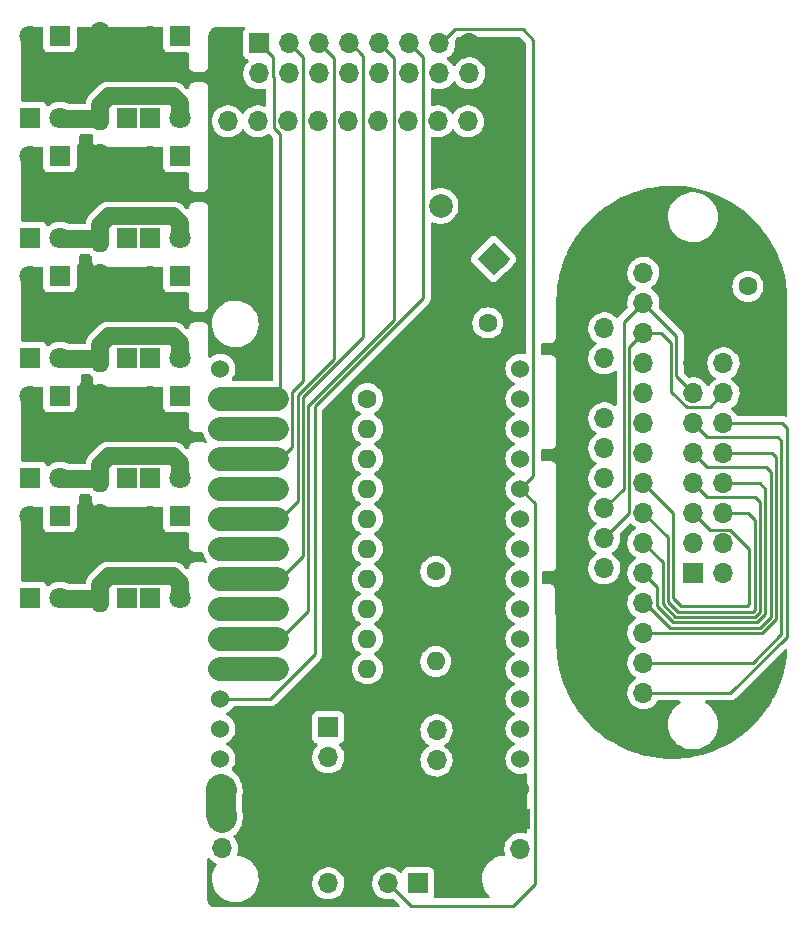
<source format=gbr>
%TF.GenerationSoftware,KiCad,Pcbnew,6.0.2+dfsg-1*%
%TF.CreationDate,2022-04-07T04:59:54+00:00*%
%TF.ProjectId,guante metaversal,6775616e-7465-4206-9d65-746176657273,rev?*%
%TF.SameCoordinates,Original*%
%TF.FileFunction,Copper,L1,Top*%
%TF.FilePolarity,Positive*%
%FSLAX46Y46*%
G04 Gerber Fmt 4.6, Leading zero omitted, Abs format (unit mm)*
G04 Created by KiCad (PCBNEW 6.0.2+dfsg-1) date 2022-04-07 04:59:54*
%MOMM*%
%LPD*%
G01*
G04 APERTURE LIST*
G04 Aperture macros list*
%AMRotRect*
0 Rectangle, with rotation*
0 The origin of the aperture is its center*
0 $1 length*
0 $2 width*
0 $3 Rotation angle, in degrees counterclockwise*
0 Add horizontal line*
21,1,$1,$2,0,0,$3*%
G04 Aperture macros list end*
%TA.AperFunction,ComponentPad*%
%ADD10C,1.524000*%
%TD*%
%TA.AperFunction,ComponentPad*%
%ADD11R,1.800000X1.800000*%
%TD*%
%TA.AperFunction,ComponentPad*%
%ADD12C,1.800000*%
%TD*%
%TA.AperFunction,ComponentPad*%
%ADD13R,1.700000X1.700000*%
%TD*%
%TA.AperFunction,ComponentPad*%
%ADD14O,1.700000X1.700000*%
%TD*%
%TA.AperFunction,ComponentPad*%
%ADD15R,1.600000X1.600000*%
%TD*%
%TA.AperFunction,ComponentPad*%
%ADD16C,1.600000*%
%TD*%
%TA.AperFunction,ComponentPad*%
%ADD17O,1.600000X1.600000*%
%TD*%
%TA.AperFunction,ComponentPad*%
%ADD18RotRect,2.000000X2.000000X135.000000*%
%TD*%
%TA.AperFunction,ComponentPad*%
%ADD19C,2.000000*%
%TD*%
%TA.AperFunction,Conductor*%
%ADD20C,0.250000*%
%TD*%
%TA.AperFunction,Conductor*%
%ADD21C,1.500000*%
%TD*%
%TA.AperFunction,Conductor*%
%ADD22C,2.500000*%
%TD*%
%TA.AperFunction,Conductor*%
%ADD23C,2.000000*%
%TD*%
G04 APERTURE END LIST*
D10*
%TO.P,U2,1*%
%TO.N,Net-(U2-Pad1)*%
X140716000Y-106299000D03*
%TO.P,U2,2*%
%TO.N,s1*%
X140716000Y-108839000D03*
%TO.P,U2,3*%
%TO.N,s2*%
X140716000Y-111379000D03*
%TO.P,U2,4*%
%TO.N,s3*%
X140716000Y-113919000D03*
%TO.P,U2,5*%
%TO.N,s4*%
X140716000Y-116459000D03*
%TO.P,U2,6*%
%TO.N,s5*%
X140716000Y-118999000D03*
%TO.P,U2,7*%
%TO.N,s6*%
X140716000Y-121539000D03*
%TO.P,U2,8*%
%TO.N,s7*%
X140716000Y-124079000D03*
%TO.P,U2,9*%
%TO.N,s8*%
X140716000Y-126619000D03*
%TO.P,U2,10*%
%TO.N,s9*%
X140716000Y-129159000D03*
%TO.P,U2,11*%
%TO.N,s10*%
X140716000Y-131699000D03*
%TO.P,U2,12*%
%TO.N,Net-(J1-Pad11)*%
X140716000Y-134239000D03*
%TO.P,U2,13*%
%TO.N,Net-(D21-Pad4)*%
X140716000Y-136779000D03*
%TO.P,U2,14*%
%TO.N,GND*%
X140716000Y-139319000D03*
%TO.P,U2,15*%
%TO.N,vin*%
X140716000Y-141859000D03*
%TO.P,U2,16*%
%TO.N,+3V3*%
X166116000Y-141859000D03*
%TO.P,U2,17*%
%TO.N,GND*%
X166116000Y-139319000D03*
%TO.P,U2,18*%
%TO.N,Net-(U2-Pad18)*%
X166116000Y-136779000D03*
%TO.P,U2,19*%
%TO.N,Net-(U2-Pad19)*%
X166116000Y-134239000D03*
%TO.P,U2,20*%
%TO.N,Net-(U2-Pad20)*%
X166116000Y-131699000D03*
%TO.P,U2,21*%
%TO.N,Net-(U2-Pad21)*%
X166116000Y-129159000D03*
%TO.P,U2,22*%
%TO.N,Net-(U2-Pad22)*%
X166116000Y-126619000D03*
%TO.P,U2,23*%
%TO.N,Net-(U2-Pad23)*%
X166116000Y-124079000D03*
%TO.P,U2,24*%
%TO.N,Net-(U2-Pad24)*%
X166116000Y-121539000D03*
%TO.P,U2,25*%
%TO.N,Net-(R11-Pad1)*%
X166116000Y-118999000D03*
%TO.P,U2,26*%
%TO.N,SDA*%
X166116000Y-116459000D03*
%TO.P,U2,27*%
%TO.N,Net-(U2-Pad27)*%
X166116000Y-113919000D03*
%TO.P,U2,28*%
%TO.N,Net-(U2-Pad28)*%
X166116000Y-111379000D03*
%TO.P,U2,29*%
%TO.N,SCL*%
X166116000Y-108839000D03*
%TO.P,U2,30*%
%TO.N,Net-(BZ1-Pad1)*%
X166116000Y-106299000D03*
%TD*%
D11*
%TO.P,D4,1*%
%TO.N,s9*%
X137287000Y-98425000D03*
D12*
%TO.P,D4,2*%
%TO.N,+3V3*%
X134747000Y-98425000D03*
%TD*%
D11*
%TO.P,D2,1*%
%TO.N,s10*%
X127127000Y-98425000D03*
D12*
%TO.P,D2,2*%
%TO.N,+3V3*%
X124587000Y-98425000D03*
%TD*%
D11*
%TO.P,D4,1*%
%TO.N,s9*%
X137287000Y-88265000D03*
D12*
%TO.P,D4,2*%
%TO.N,+3V3*%
X134747000Y-88265000D03*
%TD*%
D11*
%TO.P,D2,1*%
%TO.N,s10*%
X127127000Y-88265000D03*
D12*
%TO.P,D2,2*%
%TO.N,+3V3*%
X124587000Y-88265000D03*
%TD*%
D11*
%TO.P,D1,1*%
%TO.N,GND*%
X124587000Y-105410000D03*
D12*
%TO.P,D1,2*%
%TO.N,Net-(D1-Pad2)*%
X127127000Y-105410000D03*
%TD*%
D11*
%TO.P,D3,1*%
%TO.N,GND*%
X134747000Y-105410000D03*
D12*
%TO.P,D3,2*%
%TO.N,Net-(D1-Pad2)*%
X137287000Y-105410000D03*
%TD*%
D13*
%TO.P,TP2,1*%
%TO.N,GND*%
X132842000Y-105410000D03*
%TD*%
D11*
%TO.P,D3,1*%
%TO.N,GND*%
X134747000Y-95250000D03*
D12*
%TO.P,D3,2*%
%TO.N,Net-(D1-Pad2)*%
X137287000Y-95250000D03*
%TD*%
D13*
%TO.P,TP2,1*%
%TO.N,GND*%
X132842000Y-95250000D03*
%TD*%
%TO.P,J3,1*%
%TO.N,+3V3*%
X166116000Y-144399000D03*
D14*
%TO.P,J3,2*%
%TO.N,GND*%
X166116000Y-146939000D03*
%TD*%
D13*
%TO.P,J4,1*%
%TO.N,vin*%
X140843000Y-144335500D03*
D14*
%TO.P,J4,2*%
%TO.N,GND*%
X140843000Y-146875500D03*
%TD*%
D15*
%TO.P,C1,1*%
%TO.N,+3V3*%
X165862000Y-102412800D03*
D16*
%TO.P,C1,2*%
%TO.N,GND*%
X163362000Y-102412800D03*
%TD*%
D11*
%TO.P,D1,1*%
%TO.N,GND*%
X124587000Y-85090000D03*
D12*
%TO.P,D1,2*%
%TO.N,Net-(D1-Pad2)*%
X127127000Y-85090000D03*
%TD*%
D11*
%TO.P,D1,1*%
%TO.N,GND*%
X124587000Y-95250000D03*
D12*
%TO.P,D1,2*%
%TO.N,Net-(D1-Pad2)*%
X127127000Y-95250000D03*
%TD*%
D11*
%TO.P,D3,1*%
%TO.N,GND*%
X134747000Y-85090000D03*
D12*
%TO.P,D3,2*%
%TO.N,Net-(D1-Pad2)*%
X137287000Y-85090000D03*
%TD*%
D11*
%TO.P,D4,1*%
%TO.N,s9*%
X137287000Y-78105000D03*
D12*
%TO.P,D4,2*%
%TO.N,+3V3*%
X134747000Y-78105000D03*
%TD*%
D13*
%TO.P,TP2,1*%
%TO.N,GND*%
X132842000Y-85090000D03*
%TD*%
D11*
%TO.P,D2,1*%
%TO.N,s10*%
X127127000Y-78105000D03*
D12*
%TO.P,D2,2*%
%TO.N,+3V3*%
X124587000Y-78105000D03*
%TD*%
D11*
%TO.P,D2,1*%
%TO.N,s10*%
X127127000Y-108585000D03*
D12*
%TO.P,D2,2*%
%TO.N,+3V3*%
X124587000Y-108585000D03*
%TD*%
D11*
%TO.P,D1,1*%
%TO.N,GND*%
X124587000Y-115570000D03*
D12*
%TO.P,D1,2*%
%TO.N,Net-(D1-Pad2)*%
X127127000Y-115570000D03*
%TD*%
D13*
%TO.P,TP2,1*%
%TO.N,GND*%
X132842000Y-115570000D03*
%TD*%
D11*
%TO.P,D3,1*%
%TO.N,GND*%
X134747000Y-115570000D03*
D12*
%TO.P,D3,2*%
%TO.N,Net-(D1-Pad2)*%
X137287000Y-115570000D03*
%TD*%
D11*
%TO.P,D4,1*%
%TO.N,s9*%
X137287000Y-108585000D03*
D12*
%TO.P,D4,2*%
%TO.N,+3V3*%
X134747000Y-108585000D03*
%TD*%
D11*
%TO.P,D4,1*%
%TO.N,s9*%
X137287000Y-118745000D03*
D12*
%TO.P,D4,2*%
%TO.N,+3V3*%
X134747000Y-118745000D03*
%TD*%
D11*
%TO.P,D2,1*%
%TO.N,s10*%
X127127000Y-118745000D03*
D12*
%TO.P,D2,2*%
%TO.N,+3V3*%
X124587000Y-118745000D03*
%TD*%
D11*
%TO.P,D1,1*%
%TO.N,GND*%
X124587000Y-125730000D03*
D12*
%TO.P,D1,2*%
%TO.N,Net-(D1-Pad2)*%
X127127000Y-125730000D03*
%TD*%
D11*
%TO.P,D3,1*%
%TO.N,GND*%
X134747000Y-125730000D03*
D12*
%TO.P,D3,2*%
%TO.N,Net-(D1-Pad2)*%
X137287000Y-125730000D03*
%TD*%
D13*
%TO.P,TP2,1*%
%TO.N,GND*%
X132842000Y-125730000D03*
%TD*%
%TO.P,J1,1*%
%TO.N,s1*%
X180771800Y-123621800D03*
D14*
%TO.P,J1,2*%
%TO.N,s2*%
X183311800Y-123621800D03*
%TO.P,J1,3*%
%TO.N,s3*%
X180771800Y-121081800D03*
%TO.P,J1,4*%
%TO.N,s4*%
X183311800Y-121081800D03*
%TO.P,J1,5*%
%TO.N,s5*%
X180771800Y-118541800D03*
%TO.P,J1,6*%
%TO.N,s6*%
X183311800Y-118541800D03*
%TO.P,J1,7*%
%TO.N,s7*%
X180771800Y-116001800D03*
%TO.P,J1,8*%
%TO.N,s8*%
X183311800Y-116001800D03*
%TO.P,J1,9*%
%TO.N,s9*%
X180771800Y-113461800D03*
%TO.P,J1,10*%
%TO.N,s10*%
X183311800Y-113461800D03*
%TO.P,J1,11*%
%TO.N,Net-(J1-Pad11)*%
X180771800Y-110921800D03*
%TO.P,J1,12*%
%TO.N,Net-(D21-Pad4)*%
X183311800Y-110921800D03*
%TO.P,J1,13*%
%TO.N,SDA*%
X180771800Y-108381800D03*
%TO.P,J1,14*%
%TO.N,SCL*%
X183311800Y-108381800D03*
%TO.P,J1,15*%
%TO.N,+3V3*%
X180771800Y-105841800D03*
%TO.P,J1,16*%
%TO.N,GND*%
X183311800Y-105841800D03*
%TD*%
D13*
%TO.P,J1,1*%
%TO.N,s1*%
X144018000Y-78740000D03*
D14*
%TO.P,J1,2*%
%TO.N,s2*%
X144018000Y-81280000D03*
%TO.P,J1,3*%
%TO.N,s3*%
X146558000Y-78740000D03*
%TO.P,J1,4*%
%TO.N,s4*%
X146558000Y-81280000D03*
%TO.P,J1,5*%
%TO.N,s5*%
X149098000Y-78740000D03*
%TO.P,J1,6*%
%TO.N,s6*%
X149098000Y-81280000D03*
%TO.P,J1,7*%
%TO.N,s7*%
X151638000Y-78740000D03*
%TO.P,J1,8*%
%TO.N,s8*%
X151638000Y-81280000D03*
%TO.P,J1,9*%
%TO.N,s9*%
X154178000Y-78740000D03*
%TO.P,J1,10*%
%TO.N,s10*%
X154178000Y-81280000D03*
%TO.P,J1,11*%
%TO.N,Net-(J1-Pad11)*%
X156718000Y-78740000D03*
%TO.P,J1,12*%
%TO.N,Net-(D21-Pad4)*%
X156718000Y-81280000D03*
%TO.P,J1,13*%
%TO.N,SDA*%
X159258000Y-78740000D03*
%TO.P,J1,14*%
%TO.N,SCL*%
X159258000Y-81280000D03*
%TO.P,J1,15*%
%TO.N,+3V3*%
X161798000Y-78740000D03*
%TO.P,J1,16*%
%TO.N,GND*%
X161798000Y-81280000D03*
%TD*%
%TO.P,U6,7*%
%TO.N,Net-(U6-Pad7)*%
X151511000Y-85344000D03*
%TO.P,U6,9*%
%TO.N,Net-(U6-Pad9)*%
X148971000Y-85344000D03*
%TO.P,U6,11*%
%TO.N,Net-(U6-Pad11)*%
X141351000Y-85344000D03*
%TO.P,U6,12*%
%TO.N,Net-(U6-Pad12)*%
X146431000Y-85344000D03*
D13*
%TO.P,U6,13*%
%TO.N,+3V3*%
X164211000Y-85344000D03*
D14*
%TO.P,U6,18*%
%TO.N,GND*%
X161671000Y-85344000D03*
%TO.P,U6,21*%
%TO.N,Net-(U6-Pad21)*%
X154051000Y-85344000D03*
%TO.P,U6,22*%
%TO.N,Net-(U6-Pad22)*%
X143891000Y-85344000D03*
%TO.P,U6,23*%
%TO.N,SCL*%
X159131000Y-85344000D03*
%TO.P,U6,24*%
%TO.N,SDA*%
X156591000Y-85344000D03*
%TD*%
D16*
%TO.P,R1,1*%
%TO.N,GND*%
X153162000Y-108826300D03*
D17*
%TO.P,R1,2*%
%TO.N,s1*%
X145542000Y-108826300D03*
%TD*%
D16*
%TO.P,R2,1*%
%TO.N,s2*%
X145542000Y-111379000D03*
D17*
%TO.P,R2,2*%
%TO.N,GND*%
X153162000Y-111379000D03*
%TD*%
D16*
%TO.P,R4,1*%
%TO.N,s4*%
X145542000Y-116459000D03*
D17*
%TO.P,R4,2*%
%TO.N,GND*%
X153162000Y-116459000D03*
%TD*%
D16*
%TO.P,R5,1*%
%TO.N,s5*%
X145542000Y-118999000D03*
D17*
%TO.P,R5,2*%
%TO.N,GND*%
X153162000Y-118999000D03*
%TD*%
D16*
%TO.P,R6,1*%
%TO.N,s6*%
X145542000Y-121539000D03*
D17*
%TO.P,R6,2*%
%TO.N,GND*%
X153162000Y-121539000D03*
%TD*%
D16*
%TO.P,R7,1*%
%TO.N,s7*%
X145542000Y-124079000D03*
D17*
%TO.P,R7,2*%
%TO.N,GND*%
X153162000Y-124079000D03*
%TD*%
D16*
%TO.P,R9,1*%
%TO.N,s9*%
X145542000Y-129159000D03*
D17*
%TO.P,R9,2*%
%TO.N,GND*%
X153162000Y-129159000D03*
%TD*%
D16*
%TO.P,R10,1*%
%TO.N,s10*%
X145542000Y-131699000D03*
D17*
%TO.P,R10,2*%
%TO.N,GND*%
X153162000Y-131699000D03*
%TD*%
D16*
%TO.P,R11,1*%
%TO.N,Net-(R11-Pad1)*%
X158953200Y-123456700D03*
D17*
%TO.P,R11,2*%
%TO.N,Net-(Q1-Pad2)*%
X158953200Y-131076700D03*
%TD*%
D16*
%TO.P,R16,1*%
%TO.N,+3V3*%
X130556000Y-77724000D03*
D17*
%TO.P,R16,2*%
%TO.N,Net-(D1-Pad2)*%
X130556000Y-85344000D03*
%TD*%
D16*
%TO.P,R16,1*%
%TO.N,+3V3*%
X130556000Y-118516000D03*
D17*
%TO.P,R16,2*%
%TO.N,Net-(D1-Pad2)*%
X130556000Y-126136000D03*
%TD*%
D18*
%TO.P,BZ1,1*%
%TO.N,Net-(BZ1-Pad1)*%
X163849728Y-96996928D03*
D19*
%TO.P,BZ1,2*%
%TO.N,GND*%
X159359600Y-92506800D03*
%TD*%
D13*
%TO.P,J5,1*%
%TO.N,+3V3*%
X176530000Y-95631000D03*
D14*
%TO.P,J5,2*%
%TO.N,GND*%
X176530000Y-98171000D03*
%TO.P,J5,3*%
%TO.N,SDA*%
X176530000Y-100711000D03*
%TO.P,J5,4*%
%TO.N,SCL*%
X176530000Y-103251000D03*
%TO.P,J5,5*%
%TO.N,s1*%
X176530000Y-105791000D03*
%TO.P,J5,6*%
%TO.N,s2*%
X176530000Y-108331000D03*
%TO.P,J5,7*%
%TO.N,s3*%
X176530000Y-110871000D03*
%TO.P,J5,8*%
%TO.N,s4*%
X176530000Y-113411000D03*
%TO.P,J5,9*%
%TO.N,s5*%
X176530000Y-115951000D03*
%TO.P,J5,10*%
%TO.N,s6*%
X176530000Y-118491000D03*
%TO.P,J5,11*%
%TO.N,s7*%
X176530000Y-121031000D03*
%TO.P,J5,12*%
%TO.N,s8*%
X176530000Y-123571000D03*
%TO.P,J5,13*%
%TO.N,s9*%
X176530000Y-126111000D03*
%TO.P,J5,14*%
%TO.N,s10*%
X176530000Y-128651000D03*
%TO.P,J5,15*%
%TO.N,Net-(J1-Pad11)*%
X176530000Y-131191000D03*
%TO.P,J5,16*%
%TO.N,Net-(D21-Pad4)*%
X176530000Y-133731000D03*
%TD*%
D15*
%TO.P,C2,1*%
%TO.N,+3V3*%
X182880000Y-99314000D03*
D16*
%TO.P,C2,2*%
%TO.N,GND*%
X185380000Y-99314000D03*
%TD*%
D14*
%TO.P,U7,7*%
%TO.N,Net-(U7-Pad7)*%
X173228000Y-113030000D03*
%TO.P,U7,9*%
%TO.N,Net-(U7-Pad9)*%
X173228000Y-110490000D03*
%TO.P,U7,11*%
%TO.N,Net-(U7-Pad11)*%
X173228000Y-102870000D03*
%TO.P,U7,12*%
%TO.N,+3V3*%
X173228000Y-107950000D03*
D13*
%TO.P,U7,13*%
X173228000Y-125730000D03*
D14*
%TO.P,U7,18*%
%TO.N,GND*%
X173228000Y-123190000D03*
%TO.P,U7,21*%
%TO.N,Net-(U7-Pad21)*%
X173228000Y-115570000D03*
%TO.P,U7,22*%
%TO.N,Net-(U7-Pad22)*%
X173228000Y-105410000D03*
%TO.P,U7,23*%
%TO.N,SCL*%
X173228000Y-120650000D03*
%TO.P,U7,24*%
%TO.N,SDA*%
X173228000Y-118110000D03*
%TD*%
D13*
%TO.P,J6,1*%
%TO.N,SCL*%
X157480000Y-149860000D03*
D14*
%TO.P,J6,2*%
%TO.N,SDA*%
X154940000Y-149860000D03*
%TO.P,J6,3*%
%TO.N,+3V3*%
X152400000Y-149860000D03*
%TO.P,J6,4*%
%TO.N,GND*%
X149860000Y-149860000D03*
%TD*%
D13*
%TO.P,M6,1*%
%TO.N,Net-(M6-Pad1)*%
X149860000Y-136652000D03*
D14*
%TO.P,M6,2*%
%TO.N,GND*%
X149860000Y-139192000D03*
%TD*%
D13*
%TO.P,Q1,1*%
%TO.N,+3V3*%
X159016700Y-134378700D03*
D14*
%TO.P,Q1,2*%
%TO.N,Net-(Q1-Pad2)*%
X159016700Y-136918700D03*
%TO.P,Q1,3*%
%TO.N,Net-(M6-Pad1)*%
X159016700Y-139458700D03*
%TD*%
D16*
%TO.P,R3,1*%
%TO.N,s3*%
X145542000Y-113919000D03*
D17*
%TO.P,R3,2*%
%TO.N,GND*%
X153162000Y-113919000D03*
%TD*%
D16*
%TO.P,R8,1*%
%TO.N,s8*%
X145542000Y-126619000D03*
D17*
%TO.P,R8,2*%
%TO.N,GND*%
X153162000Y-126619000D03*
%TD*%
D16*
%TO.P,R16,1*%
%TO.N,+3V3*%
X130556000Y-98196000D03*
D17*
%TO.P,R16,2*%
%TO.N,Net-(D1-Pad2)*%
X130556000Y-105816000D03*
%TD*%
D16*
%TO.P,R16,1*%
%TO.N,+3V3*%
X130556000Y-108356000D03*
D17*
%TO.P,R16,2*%
%TO.N,Net-(D1-Pad2)*%
X130556000Y-115976000D03*
%TD*%
D16*
%TO.P,R16,1*%
%TO.N,+3V3*%
X130556000Y-88036000D03*
D17*
%TO.P,R16,2*%
%TO.N,Net-(D1-Pad2)*%
X130556000Y-95656000D03*
%TD*%
D20*
%TO.N,Net-(D21-Pad4)*%
X183311800Y-110921800D02*
X188264800Y-110921800D01*
X188264800Y-110921800D02*
X188654990Y-111311990D01*
X183896000Y-133731000D02*
X176530000Y-133731000D01*
X188654990Y-111311990D02*
X188654990Y-128972010D01*
X188654990Y-128972010D02*
X183896000Y-133731000D01*
D21*
%TO.N,Net-(D1-Pad2)*%
X136709791Y-93399999D02*
X131281999Y-93399999D01*
X127323990Y-95319990D02*
X130556000Y-95319990D01*
X130556000Y-94125998D02*
X130556000Y-95319990D01*
X131281999Y-93399999D02*
X130556000Y-94125998D01*
X137287000Y-95250000D02*
X137287000Y-93977208D01*
X137287000Y-93977208D02*
X136709791Y-93399999D01*
X127323990Y-105479990D02*
X130556000Y-105479990D01*
X136709791Y-103559999D02*
X131281999Y-103559999D01*
X127323990Y-85159990D02*
X130556000Y-85159990D01*
X131281999Y-103559999D02*
X130556000Y-104285998D01*
X127323990Y-115639990D02*
X130556000Y-115639990D01*
X136709791Y-83239999D02*
X131281999Y-83239999D01*
X130556000Y-104285998D02*
X130556000Y-105479990D01*
X137287000Y-124457208D02*
X136709791Y-123879999D01*
X127254000Y-85090000D02*
X127323990Y-85159990D01*
X136709791Y-123879999D02*
X131281999Y-123879999D01*
X131281999Y-83239999D02*
X130556000Y-83965998D01*
X136709791Y-113719999D02*
X131281999Y-113719999D01*
X127127000Y-85090000D02*
X127254000Y-85090000D01*
X137287000Y-105410000D02*
X137287000Y-104137208D01*
X130556000Y-124605998D02*
X130556000Y-125799990D01*
X137287000Y-114297208D02*
X136709791Y-113719999D01*
X137287000Y-115570000D02*
X137287000Y-114297208D01*
X131281999Y-113719999D02*
X130556000Y-114445998D01*
X130556000Y-114445998D02*
X130556000Y-115639990D01*
X131281999Y-123879999D02*
X130556000Y-124605998D01*
X127323990Y-125799990D02*
X130556000Y-125799990D01*
X137287000Y-125730000D02*
X137287000Y-124457208D01*
X130556000Y-83965998D02*
X130556000Y-85159990D01*
X137287000Y-104137208D02*
X136709791Y-103559999D01*
X137287000Y-85090000D02*
X137287000Y-83817208D01*
X137287000Y-83817208D02*
X136709791Y-83239999D01*
D20*
%TO.N,Net-(BZ1-Pad1)*%
X164487001Y-97606573D02*
X165006587Y-97086987D01*
%TO.N,Net-(J1-Pad11)*%
X157893001Y-95561401D02*
X157893001Y-79915001D01*
X148717000Y-109480998D02*
X157893001Y-100304997D01*
X176530000Y-131191000D02*
X185799590Y-131191000D01*
X187915801Y-112096801D02*
X181946801Y-112096801D01*
X140716000Y-134239000D02*
X144921002Y-134239000D01*
X157893001Y-92869001D02*
X157893001Y-95561401D01*
X144921002Y-134239000D02*
X148717000Y-130443002D01*
X188204980Y-128785610D02*
X188204980Y-112385980D01*
X157893001Y-79915001D02*
X156718000Y-78740000D01*
X181946801Y-112096801D02*
X180771800Y-110921800D01*
X148717000Y-130443002D02*
X148717000Y-109480998D01*
X185799590Y-131191000D02*
X188204980Y-128785610D01*
X157893001Y-100304997D02*
X157893001Y-95561401D01*
X188204980Y-112385980D02*
X187915801Y-112096801D01*
D22*
%TO.N,vin*%
X140843000Y-141986000D02*
X140765010Y-141908010D01*
X140843000Y-144081500D02*
X140797274Y-144035773D01*
X140765010Y-141908010D02*
X140765010Y-141859000D01*
X140797274Y-144035773D02*
X140807167Y-141859414D01*
X140843000Y-144335500D02*
X140843000Y-144081500D01*
D20*
%TO.N,SDA*%
X166116000Y-116459000D02*
X167203001Y-115371999D01*
X174904990Y-102336010D02*
X176530000Y-100711000D01*
X166337999Y-77564999D02*
X160560001Y-77564999D01*
X179324000Y-103505000D02*
X176530000Y-100711000D01*
X166116000Y-116459000D02*
X167318990Y-117661990D01*
X167203001Y-115371999D02*
X167203001Y-78430001D01*
X180771800Y-108381800D02*
X179324000Y-106934000D01*
X174904990Y-116433010D02*
X174904990Y-102336010D01*
X179324000Y-106934000D02*
X179324000Y-103505000D01*
X156845000Y-151765000D02*
X154940000Y-149860000D01*
X167318990Y-117661990D02*
X167318990Y-149895682D01*
X165449672Y-151765000D02*
X156845000Y-151765000D01*
X160560001Y-77564999D02*
X159385000Y-78740000D01*
X173228000Y-118110000D02*
X174904990Y-116433010D01*
X167203001Y-78430001D02*
X166337999Y-77564999D01*
X167318990Y-149895682D02*
X165449672Y-151765000D01*
%TO.N,SCL*%
X176530000Y-103251000D02*
X175354999Y-104426001D01*
X178873990Y-108007990D02*
X178873990Y-104070990D01*
X183311800Y-108381800D02*
X182136799Y-109556801D01*
X180207799Y-109556801D02*
X178873990Y-108222992D01*
X178054000Y-103251000D02*
X176530000Y-103251000D01*
X175354999Y-104426001D02*
X175354999Y-118523001D01*
X175354999Y-118523001D02*
X173228000Y-120650000D01*
X182136799Y-109556801D02*
X180207799Y-109556801D01*
X178873990Y-104070990D02*
X178054000Y-103251000D01*
X178873990Y-108222992D02*
X178873990Y-108007990D01*
%TO.N,s10*%
X186563000Y-128651000D02*
X187754970Y-127459030D01*
X176530000Y-128651000D02*
X186563000Y-128651000D01*
X187754970Y-113792000D02*
X187424770Y-113461800D01*
X187424770Y-113461800D02*
X183311800Y-113461800D01*
X187754970Y-127459030D02*
X187754970Y-113792000D01*
D23*
X140716000Y-131699000D02*
X145542000Y-131699000D01*
D20*
%TO.N,s9*%
X187304960Y-127272630D02*
X186376600Y-128200990D01*
X148171031Y-126783969D02*
X148171031Y-109372531D01*
X178746990Y-128200990D02*
X176657000Y-126111000D01*
X180771800Y-113461800D02*
X181946801Y-114636801D01*
X148171031Y-109372531D02*
X148189057Y-109372531D01*
D23*
X145542000Y-129159000D02*
X140716000Y-129159000D01*
D20*
X186899801Y-114636801D02*
X187304960Y-115041960D01*
X145796000Y-129159000D02*
X148171031Y-126783969D01*
X186376600Y-128200990D02*
X178746990Y-128200990D01*
X155415999Y-79977999D02*
X154178000Y-78740000D01*
X187304960Y-115041960D02*
X187304960Y-127272630D01*
X181946801Y-114636801D02*
X186899801Y-114636801D01*
X176657000Y-126111000D02*
X176530000Y-126111000D01*
X155415999Y-102145589D02*
X155415999Y-79977999D01*
X148189057Y-109372531D02*
X155415999Y-102145589D01*
%TO.N,s1*%
X145224500Y-85876502D02*
X145224500Y-81597500D01*
X145224500Y-81597500D02*
X145193001Y-81566001D01*
X145796000Y-108839000D02*
X145796000Y-86448002D01*
X145796000Y-86448002D02*
X145224500Y-85876502D01*
D23*
X140716000Y-108839000D02*
X145495991Y-108839000D01*
D20*
X145193001Y-81566001D02*
X145193001Y-79915001D01*
X145193001Y-79915001D02*
X144018000Y-78740000D01*
D23*
%TO.N,s2*%
X140716000Y-111379000D02*
X145495991Y-111379000D01*
D20*
X176530000Y-109055412D02*
X176530000Y-108331000D01*
%TO.N,s3*%
X146821001Y-108259001D02*
X147733001Y-107347001D01*
D23*
X145542000Y-113919000D02*
X140716000Y-113919000D01*
D20*
X147733001Y-107347001D02*
X147733001Y-82835499D01*
X147733001Y-82835499D02*
X147733001Y-82035399D01*
X146558000Y-78740000D02*
X147733001Y-79915001D01*
X147733001Y-79915001D02*
X147733001Y-82835499D01*
X146821001Y-112893999D02*
X146821001Y-108259001D01*
X145796000Y-113919000D02*
X146821001Y-112893999D01*
D23*
%TO.N,s4*%
X145542000Y-116459000D02*
X140716000Y-116459000D01*
D20*
X145923000Y-81407000D02*
X146050000Y-81280000D01*
%TO.N,s5*%
X179740950Y-126400950D02*
X185299890Y-126400950D01*
X183875801Y-119906799D02*
X182136799Y-119906799D01*
X179055031Y-118476031D02*
X179055031Y-125715031D01*
X182136799Y-119906799D02*
X180771800Y-118541800D01*
X185504920Y-126195920D02*
X185504920Y-121535918D01*
X145796000Y-118999000D02*
X147271011Y-117523989D01*
X150335999Y-105468411D02*
X150127205Y-105677205D01*
X179055031Y-125715031D02*
X179740950Y-126400950D01*
X147271011Y-117523989D02*
X147271011Y-108533399D01*
X185299890Y-126400950D02*
X185504920Y-126195920D01*
X147271011Y-108533399D02*
X150127205Y-105677205D01*
X176530000Y-115951000D02*
X179055031Y-118476031D01*
X150127205Y-105677205D02*
X150273001Y-105531409D01*
X150335999Y-79977999D02*
X150335999Y-105468411D01*
X185504920Y-121535918D02*
X183875801Y-119906799D01*
D23*
X145542000Y-118999000D02*
X140716000Y-118999000D01*
D20*
X149098000Y-78740000D02*
X150335999Y-79977999D01*
%TO.N,s6*%
X178605021Y-126024201D02*
X179431780Y-126850960D01*
X178605021Y-120566021D02*
X178605021Y-126024201D01*
X185954930Y-126713430D02*
X185954930Y-119126000D01*
D23*
X140716000Y-121539000D02*
X145542000Y-121539000D01*
D20*
X185817400Y-126850960D02*
X185954930Y-126713430D01*
X185370730Y-118541800D02*
X183311800Y-118541800D01*
X176530000Y-118491000D02*
X178605021Y-120566021D01*
X185954930Y-119126000D02*
X185370730Y-118541800D01*
X179431780Y-126850960D02*
X185817400Y-126850960D01*
D23*
%TO.N,s7*%
X145542000Y-124079000D02*
X140716000Y-124079000D01*
D20*
X186404940Y-117609542D02*
X185972199Y-117176801D01*
X186003800Y-127300970D02*
X186404940Y-126899830D01*
X185972199Y-117176801D02*
X181946801Y-117176801D01*
X152813001Y-93262199D02*
X152813001Y-92869001D01*
X181946801Y-117176801D02*
X180771800Y-116001800D01*
X179245380Y-127300970D02*
X186003800Y-127300970D01*
X152813001Y-93262199D02*
X152813001Y-79788001D01*
X147721021Y-108719799D02*
X152813001Y-103627819D01*
X178155011Y-122656011D02*
X178155011Y-126210601D01*
X152813001Y-103627819D02*
X152813001Y-93262199D01*
X178155011Y-126210601D02*
X179245380Y-127300970D01*
X186404940Y-126899830D02*
X186404940Y-117609542D01*
X176530000Y-121031000D02*
X178155011Y-122656011D01*
X152813001Y-79788001D02*
X152654000Y-79629000D01*
X152654000Y-79629000D02*
X151765000Y-78740000D01*
X145796000Y-124079000D02*
X147721021Y-122153979D01*
X147721021Y-122153979D02*
X147721021Y-108719799D01*
%TO.N,s8*%
X186854950Y-116459000D02*
X186854950Y-125184050D01*
X179058980Y-127750980D02*
X177705001Y-126397001D01*
X177705001Y-124746001D02*
X176530000Y-123571000D01*
X186854950Y-127086230D02*
X186190200Y-127750980D01*
X177705001Y-126397001D02*
X177705001Y-124746001D01*
X186190200Y-127750980D02*
X179058980Y-127750980D01*
D23*
X140716000Y-126619000D02*
X145542000Y-126619000D01*
D20*
X186854950Y-125184050D02*
X186854950Y-127086230D01*
X186397750Y-116001800D02*
X186854950Y-116459000D01*
X186854950Y-125184050D02*
X186854950Y-125311050D01*
X183311800Y-116001800D02*
X186397750Y-116001800D01*
%TD*%
%TA.AperFunction,Conductor*%
%TO.N,+3V3*%
G36*
X166091526Y-78218501D02*
G01*
X166112500Y-78235404D01*
X166532596Y-78655500D01*
X166566622Y-78717812D01*
X166569501Y-78744595D01*
X166569501Y-104940990D01*
X166549499Y-105009111D01*
X166495843Y-105055604D01*
X166425569Y-105065708D01*
X166410895Y-105062698D01*
X166337463Y-105043022D01*
X166116000Y-105023647D01*
X165894537Y-105043022D01*
X165750949Y-105081497D01*
X165685114Y-105099137D01*
X165685112Y-105099138D01*
X165679804Y-105100560D01*
X165674823Y-105102882D01*
X165674822Y-105102883D01*
X165483311Y-105192186D01*
X165483306Y-105192189D01*
X165478324Y-105194512D01*
X165473817Y-105197668D01*
X165473815Y-105197669D01*
X165300730Y-105318864D01*
X165300727Y-105318866D01*
X165296219Y-105322023D01*
X165139023Y-105479219D01*
X165135866Y-105483727D01*
X165135864Y-105483730D01*
X165044549Y-105614142D01*
X165011512Y-105661324D01*
X165009189Y-105666306D01*
X165009186Y-105666311D01*
X164938621Y-105817639D01*
X164917560Y-105862804D01*
X164860022Y-106077537D01*
X164840647Y-106299000D01*
X164860022Y-106520463D01*
X164917560Y-106735196D01*
X164919882Y-106740177D01*
X164919883Y-106740178D01*
X165009186Y-106931689D01*
X165009189Y-106931694D01*
X165011512Y-106936676D01*
X165014668Y-106941183D01*
X165014669Y-106941185D01*
X165124730Y-107098368D01*
X165139023Y-107118781D01*
X165296219Y-107275977D01*
X165300727Y-107279134D01*
X165300730Y-107279136D01*
X165357825Y-107319114D01*
X165478323Y-107403488D01*
X165483305Y-107405811D01*
X165483310Y-107405814D01*
X165588373Y-107454805D01*
X165641658Y-107501722D01*
X165661119Y-107569999D01*
X165640577Y-107637959D01*
X165588373Y-107683195D01*
X165483311Y-107732186D01*
X165483306Y-107732189D01*
X165478324Y-107734512D01*
X165473817Y-107737668D01*
X165473815Y-107737669D01*
X165300730Y-107858864D01*
X165300727Y-107858866D01*
X165296219Y-107862023D01*
X165139023Y-108019219D01*
X165135866Y-108023727D01*
X165135864Y-108023730D01*
X165014669Y-108196815D01*
X165011512Y-108201324D01*
X165009189Y-108206306D01*
X165009186Y-108206311D01*
X164948802Y-108335806D01*
X164917560Y-108402804D01*
X164860022Y-108617537D01*
X164840647Y-108839000D01*
X164860022Y-109060463D01*
X164917560Y-109275196D01*
X164919882Y-109280177D01*
X164919883Y-109280178D01*
X165009186Y-109471689D01*
X165009189Y-109471694D01*
X165011512Y-109476676D01*
X165014668Y-109481183D01*
X165014669Y-109481185D01*
X165117751Y-109628401D01*
X165139023Y-109658781D01*
X165296219Y-109815977D01*
X165300727Y-109819134D01*
X165300730Y-109819136D01*
X165319813Y-109832498D01*
X165478323Y-109943488D01*
X165483305Y-109945811D01*
X165483310Y-109945814D01*
X165588373Y-109994805D01*
X165641658Y-110041722D01*
X165661119Y-110109999D01*
X165640577Y-110177959D01*
X165588373Y-110223195D01*
X165483311Y-110272186D01*
X165483306Y-110272189D01*
X165478324Y-110274512D01*
X165473817Y-110277668D01*
X165473815Y-110277669D01*
X165300730Y-110398864D01*
X165300727Y-110398866D01*
X165296219Y-110402023D01*
X165139023Y-110559219D01*
X165135866Y-110563727D01*
X165135864Y-110563730D01*
X165024867Y-110722251D01*
X165011512Y-110741324D01*
X165009189Y-110746306D01*
X165009186Y-110746311D01*
X164938621Y-110897639D01*
X164917560Y-110942804D01*
X164860022Y-111157537D01*
X164840647Y-111379000D01*
X164860022Y-111600463D01*
X164917560Y-111815196D01*
X164919882Y-111820177D01*
X164919883Y-111820178D01*
X165009186Y-112011689D01*
X165009189Y-112011694D01*
X165011512Y-112016676D01*
X165014668Y-112021183D01*
X165014669Y-112021185D01*
X165117751Y-112168401D01*
X165139023Y-112198781D01*
X165296219Y-112355977D01*
X165300727Y-112359134D01*
X165300730Y-112359136D01*
X165374583Y-112410848D01*
X165478323Y-112483488D01*
X165483305Y-112485811D01*
X165483310Y-112485814D01*
X165560908Y-112521998D01*
X165587031Y-112534179D01*
X165588373Y-112534805D01*
X165641658Y-112581722D01*
X165661119Y-112649999D01*
X165640577Y-112717959D01*
X165588373Y-112763195D01*
X165483311Y-112812186D01*
X165483306Y-112812189D01*
X165478324Y-112814512D01*
X165473817Y-112817668D01*
X165473815Y-112817669D01*
X165300730Y-112938864D01*
X165300727Y-112938866D01*
X165296219Y-112942023D01*
X165139023Y-113099219D01*
X165135866Y-113103727D01*
X165135864Y-113103730D01*
X165024867Y-113262251D01*
X165011512Y-113281324D01*
X165009189Y-113286306D01*
X165009186Y-113286311D01*
X164938621Y-113437639D01*
X164917560Y-113482804D01*
X164916138Y-113488112D01*
X164916137Y-113488114D01*
X164907588Y-113520018D01*
X164860022Y-113697537D01*
X164840647Y-113919000D01*
X164860022Y-114140463D01*
X164882812Y-114225516D01*
X164912187Y-114335142D01*
X164917560Y-114355196D01*
X164919882Y-114360177D01*
X164919883Y-114360178D01*
X165009186Y-114551689D01*
X165009189Y-114551694D01*
X165011512Y-114556676D01*
X165014668Y-114561183D01*
X165014669Y-114561185D01*
X165117751Y-114708401D01*
X165139023Y-114738781D01*
X165296219Y-114895977D01*
X165300727Y-114899134D01*
X165300730Y-114899136D01*
X165303928Y-114901375D01*
X165478323Y-115023488D01*
X165483305Y-115025811D01*
X165483310Y-115025814D01*
X165588373Y-115074805D01*
X165641658Y-115121722D01*
X165661119Y-115189999D01*
X165640577Y-115257959D01*
X165588373Y-115303195D01*
X165483311Y-115352186D01*
X165483306Y-115352189D01*
X165478324Y-115354512D01*
X165473817Y-115357668D01*
X165473815Y-115357669D01*
X165300730Y-115478864D01*
X165300727Y-115478866D01*
X165296219Y-115482023D01*
X165139023Y-115639219D01*
X165135866Y-115643727D01*
X165135864Y-115643730D01*
X165024867Y-115802251D01*
X165011512Y-115821324D01*
X165009189Y-115826306D01*
X165009186Y-115826311D01*
X164938621Y-115977639D01*
X164917560Y-116022804D01*
X164860022Y-116237537D01*
X164840647Y-116459000D01*
X164860022Y-116680463D01*
X164917560Y-116895196D01*
X164919882Y-116900177D01*
X164919883Y-116900178D01*
X165009186Y-117091689D01*
X165009189Y-117091694D01*
X165011512Y-117096676D01*
X165014668Y-117101183D01*
X165014669Y-117101185D01*
X165124730Y-117258368D01*
X165139023Y-117278781D01*
X165296219Y-117435977D01*
X165300727Y-117439134D01*
X165300730Y-117439136D01*
X165340154Y-117466741D01*
X165478323Y-117563488D01*
X165483305Y-117565811D01*
X165483310Y-117565814D01*
X165588373Y-117614805D01*
X165641658Y-117661722D01*
X165661119Y-117729999D01*
X165640577Y-117797959D01*
X165588373Y-117843195D01*
X165483311Y-117892186D01*
X165483306Y-117892189D01*
X165478324Y-117894512D01*
X165473817Y-117897668D01*
X165473815Y-117897669D01*
X165300730Y-118018864D01*
X165300727Y-118018866D01*
X165296219Y-118022023D01*
X165139023Y-118179219D01*
X165135866Y-118183727D01*
X165135864Y-118183730D01*
X165024867Y-118342251D01*
X165011512Y-118361324D01*
X165009189Y-118366306D01*
X165009186Y-118366311D01*
X164940972Y-118512596D01*
X164917560Y-118562804D01*
X164860022Y-118777537D01*
X164840647Y-118999000D01*
X164860022Y-119220463D01*
X164917560Y-119435196D01*
X164919882Y-119440177D01*
X164919883Y-119440178D01*
X165009186Y-119631689D01*
X165009189Y-119631694D01*
X165011512Y-119636676D01*
X165014668Y-119641183D01*
X165014669Y-119641185D01*
X165117751Y-119788401D01*
X165139023Y-119818781D01*
X165296219Y-119975977D01*
X165300727Y-119979134D01*
X165300730Y-119979136D01*
X165337951Y-120005198D01*
X165478323Y-120103488D01*
X165483305Y-120105811D01*
X165483310Y-120105814D01*
X165588373Y-120154805D01*
X165641658Y-120201722D01*
X165661119Y-120269999D01*
X165640577Y-120337959D01*
X165588373Y-120383195D01*
X165483311Y-120432186D01*
X165483306Y-120432189D01*
X165478324Y-120434512D01*
X165473817Y-120437668D01*
X165473815Y-120437669D01*
X165300730Y-120558864D01*
X165300727Y-120558866D01*
X165296219Y-120562023D01*
X165139023Y-120719219D01*
X165135866Y-120723727D01*
X165135864Y-120723730D01*
X165024867Y-120882251D01*
X165011512Y-120901324D01*
X165009189Y-120906306D01*
X165009186Y-120906311D01*
X164994377Y-120938069D01*
X164917560Y-121102804D01*
X164916138Y-121108112D01*
X164916137Y-121108114D01*
X164903185Y-121156453D01*
X164860022Y-121317537D01*
X164840647Y-121539000D01*
X164860022Y-121760463D01*
X164917560Y-121975196D01*
X164919882Y-121980177D01*
X164919883Y-121980178D01*
X165009186Y-122171689D01*
X165009189Y-122171694D01*
X165011512Y-122176676D01*
X165014668Y-122181183D01*
X165014669Y-122181185D01*
X165117751Y-122328401D01*
X165139023Y-122358781D01*
X165296219Y-122515977D01*
X165300727Y-122519134D01*
X165300730Y-122519136D01*
X165342462Y-122548357D01*
X165478323Y-122643488D01*
X165483305Y-122645811D01*
X165483310Y-122645814D01*
X165563411Y-122683165D01*
X165587031Y-122694179D01*
X165588373Y-122694805D01*
X165641658Y-122741722D01*
X165661119Y-122809999D01*
X165640577Y-122877959D01*
X165588373Y-122923195D01*
X165483311Y-122972186D01*
X165483306Y-122972189D01*
X165478324Y-122974512D01*
X165473817Y-122977668D01*
X165473815Y-122977669D01*
X165300730Y-123098864D01*
X165300727Y-123098866D01*
X165296219Y-123102023D01*
X165139023Y-123259219D01*
X165135866Y-123263727D01*
X165135864Y-123263730D01*
X165024867Y-123422251D01*
X165011512Y-123441324D01*
X165009189Y-123446306D01*
X165009186Y-123446311D01*
X164970826Y-123528575D01*
X164917560Y-123642804D01*
X164916138Y-123648112D01*
X164916137Y-123648114D01*
X164903185Y-123696453D01*
X164860022Y-123857537D01*
X164840647Y-124079000D01*
X164860022Y-124300463D01*
X164886023Y-124397500D01*
X164914426Y-124503498D01*
X164917560Y-124515196D01*
X164919882Y-124520177D01*
X164919883Y-124520178D01*
X165009186Y-124711689D01*
X165009189Y-124711694D01*
X165011512Y-124716676D01*
X165014668Y-124721183D01*
X165014669Y-124721185D01*
X165134598Y-124892461D01*
X165139023Y-124898781D01*
X165296219Y-125055977D01*
X165300727Y-125059134D01*
X165300730Y-125059136D01*
X165332385Y-125081301D01*
X165478323Y-125183488D01*
X165483305Y-125185811D01*
X165483310Y-125185814D01*
X165588373Y-125234805D01*
X165641658Y-125281722D01*
X165661119Y-125349999D01*
X165640577Y-125417959D01*
X165588373Y-125463195D01*
X165483311Y-125512186D01*
X165483306Y-125512189D01*
X165478324Y-125514512D01*
X165473817Y-125517668D01*
X165473815Y-125517669D01*
X165300730Y-125638864D01*
X165300727Y-125638866D01*
X165296219Y-125642023D01*
X165139023Y-125799219D01*
X165135866Y-125803727D01*
X165135864Y-125803730D01*
X165024867Y-125962251D01*
X165011512Y-125981324D01*
X165009189Y-125986306D01*
X165009186Y-125986311D01*
X165008363Y-125988076D01*
X164917560Y-126182804D01*
X164860022Y-126397537D01*
X164840647Y-126619000D01*
X164860022Y-126840463D01*
X164917560Y-127055196D01*
X164919882Y-127060177D01*
X164919883Y-127060178D01*
X165009186Y-127251689D01*
X165009189Y-127251694D01*
X165011512Y-127256676D01*
X165014668Y-127261183D01*
X165014669Y-127261185D01*
X165106195Y-127391897D01*
X165139023Y-127438781D01*
X165296219Y-127595977D01*
X165300727Y-127599134D01*
X165300730Y-127599136D01*
X165332385Y-127621301D01*
X165478323Y-127723488D01*
X165483305Y-127725811D01*
X165483310Y-127725814D01*
X165588373Y-127774805D01*
X165641658Y-127821722D01*
X165661119Y-127889999D01*
X165640577Y-127957959D01*
X165588373Y-128003195D01*
X165483311Y-128052186D01*
X165483306Y-128052189D01*
X165478324Y-128054512D01*
X165473817Y-128057668D01*
X165473815Y-128057669D01*
X165300730Y-128178864D01*
X165300727Y-128178866D01*
X165296219Y-128182023D01*
X165139023Y-128339219D01*
X165135866Y-128343727D01*
X165135864Y-128343730D01*
X165024867Y-128502251D01*
X165011512Y-128521324D01*
X165009189Y-128526306D01*
X165009186Y-128526311D01*
X164968967Y-128612562D01*
X164917560Y-128722804D01*
X164860022Y-128937537D01*
X164840647Y-129159000D01*
X164860022Y-129380463D01*
X164890584Y-129494522D01*
X164913849Y-129581345D01*
X164917560Y-129595196D01*
X164919882Y-129600177D01*
X164919883Y-129600178D01*
X165009186Y-129791689D01*
X165009189Y-129791694D01*
X165011512Y-129796676D01*
X165014668Y-129801183D01*
X165014669Y-129801185D01*
X165113503Y-129942334D01*
X165139023Y-129978781D01*
X165296219Y-130135977D01*
X165300727Y-130139134D01*
X165300730Y-130139136D01*
X165332385Y-130161301D01*
X165478323Y-130263488D01*
X165483305Y-130265811D01*
X165483310Y-130265814D01*
X165588373Y-130314805D01*
X165641658Y-130361722D01*
X165661119Y-130429999D01*
X165640577Y-130497959D01*
X165588373Y-130543195D01*
X165483311Y-130592186D01*
X165483306Y-130592189D01*
X165478324Y-130594512D01*
X165473817Y-130597668D01*
X165473815Y-130597669D01*
X165300730Y-130718864D01*
X165300727Y-130718866D01*
X165296219Y-130722023D01*
X165139023Y-130879219D01*
X165135866Y-130883727D01*
X165135864Y-130883730D01*
X165024867Y-131042251D01*
X165011512Y-131061324D01*
X165009189Y-131066306D01*
X165009186Y-131066311D01*
X164983797Y-131120758D01*
X164917560Y-131262804D01*
X164860022Y-131477537D01*
X164840647Y-131699000D01*
X164860022Y-131920463D01*
X164917560Y-132135196D01*
X164919882Y-132140177D01*
X164919883Y-132140178D01*
X165009186Y-132331689D01*
X165009189Y-132331694D01*
X165011512Y-132336676D01*
X165014668Y-132341183D01*
X165014669Y-132341185D01*
X165106195Y-132471897D01*
X165139023Y-132518781D01*
X165296219Y-132675977D01*
X165300727Y-132679134D01*
X165300730Y-132679136D01*
X165332385Y-132701301D01*
X165478323Y-132803488D01*
X165483305Y-132805811D01*
X165483310Y-132805814D01*
X165588373Y-132854805D01*
X165641658Y-132901722D01*
X165661119Y-132969999D01*
X165640577Y-133037959D01*
X165588373Y-133083195D01*
X165483311Y-133132186D01*
X165483306Y-133132189D01*
X165478324Y-133134512D01*
X165473817Y-133137668D01*
X165473815Y-133137669D01*
X165300730Y-133258864D01*
X165300727Y-133258866D01*
X165296219Y-133262023D01*
X165139023Y-133419219D01*
X165135866Y-133423727D01*
X165135864Y-133423730D01*
X165052950Y-133542144D01*
X165011512Y-133601324D01*
X165009189Y-133606306D01*
X165009186Y-133606311D01*
X164973024Y-133683861D01*
X164917560Y-133802804D01*
X164860022Y-134017537D01*
X164840647Y-134239000D01*
X164860022Y-134460463D01*
X164882750Y-134545285D01*
X164915050Y-134665827D01*
X164917560Y-134675196D01*
X164919882Y-134680177D01*
X164919883Y-134680178D01*
X165009186Y-134871689D01*
X165009189Y-134871694D01*
X165011512Y-134876676D01*
X165014668Y-134881183D01*
X165014669Y-134881185D01*
X165133694Y-135051170D01*
X165139023Y-135058781D01*
X165296219Y-135215977D01*
X165300727Y-135219134D01*
X165300730Y-135219136D01*
X165376495Y-135272187D01*
X165478323Y-135343488D01*
X165483305Y-135345811D01*
X165483310Y-135345814D01*
X165573783Y-135388002D01*
X165584005Y-135392768D01*
X165588373Y-135394805D01*
X165641658Y-135441722D01*
X165661119Y-135509999D01*
X165640577Y-135577959D01*
X165588373Y-135623195D01*
X165483311Y-135672186D01*
X165483306Y-135672189D01*
X165478324Y-135674512D01*
X165473817Y-135677668D01*
X165473815Y-135677669D01*
X165300730Y-135798864D01*
X165300727Y-135798866D01*
X165296219Y-135802023D01*
X165139023Y-135959219D01*
X165135866Y-135963727D01*
X165135864Y-135963730D01*
X165032575Y-136111243D01*
X165011512Y-136141324D01*
X165009189Y-136146306D01*
X165009186Y-136146311D01*
X164949392Y-136274540D01*
X164917560Y-136342804D01*
X164916138Y-136348112D01*
X164916137Y-136348114D01*
X164909844Y-136371599D01*
X164860022Y-136557537D01*
X164840647Y-136779000D01*
X164860022Y-137000463D01*
X164917560Y-137215196D01*
X164919882Y-137220177D01*
X164919883Y-137220178D01*
X165009186Y-137411689D01*
X165009189Y-137411694D01*
X165011512Y-137416676D01*
X165014668Y-137421183D01*
X165014669Y-137421185D01*
X165110588Y-137558171D01*
X165139023Y-137598781D01*
X165296219Y-137755977D01*
X165300727Y-137759134D01*
X165300730Y-137759136D01*
X165376495Y-137812187D01*
X165478323Y-137883488D01*
X165483305Y-137885811D01*
X165483310Y-137885814D01*
X165556319Y-137919858D01*
X165577936Y-137929938D01*
X165588373Y-137934805D01*
X165641658Y-137981722D01*
X165661119Y-138049999D01*
X165640577Y-138117959D01*
X165588373Y-138163195D01*
X165483311Y-138212186D01*
X165483306Y-138212189D01*
X165478324Y-138214512D01*
X165473817Y-138217668D01*
X165473815Y-138217669D01*
X165300730Y-138338864D01*
X165300727Y-138338866D01*
X165296219Y-138342023D01*
X165139023Y-138499219D01*
X165135866Y-138503727D01*
X165135864Y-138503730D01*
X165064877Y-138605111D01*
X165011512Y-138681324D01*
X165009189Y-138686306D01*
X165009186Y-138686311D01*
X164949392Y-138814540D01*
X164917560Y-138882804D01*
X164916138Y-138888112D01*
X164916137Y-138888114D01*
X164910312Y-138909854D01*
X164860022Y-139097537D01*
X164840647Y-139319000D01*
X164860022Y-139540463D01*
X164917560Y-139755196D01*
X164919882Y-139760177D01*
X164919883Y-139760178D01*
X165009186Y-139951689D01*
X165009189Y-139951694D01*
X165011512Y-139956676D01*
X165014668Y-139961183D01*
X165014669Y-139961185D01*
X165097551Y-140079552D01*
X165139023Y-140138781D01*
X165296219Y-140295977D01*
X165300727Y-140299134D01*
X165300730Y-140299136D01*
X165349394Y-140333211D01*
X165478323Y-140423488D01*
X165483305Y-140425811D01*
X165483310Y-140425814D01*
X165674822Y-140515117D01*
X165679804Y-140517440D01*
X165685112Y-140518862D01*
X165685114Y-140518863D01*
X165699449Y-140522704D01*
X165894537Y-140574978D01*
X166116000Y-140594353D01*
X166337463Y-140574978D01*
X166451081Y-140544534D01*
X166526879Y-140524224D01*
X166597855Y-140525914D01*
X166656651Y-140565708D01*
X166684599Y-140630972D01*
X166685490Y-140645931D01*
X166685490Y-145521141D01*
X166665488Y-145589262D01*
X166611832Y-145635755D01*
X166541558Y-145645859D01*
X166517431Y-145639914D01*
X166481213Y-145627089D01*
X166464212Y-145621069D01*
X166459119Y-145620162D01*
X166459116Y-145620161D01*
X166249373Y-145582800D01*
X166249367Y-145582799D01*
X166244284Y-145581894D01*
X166170452Y-145580992D01*
X166026081Y-145579228D01*
X166026079Y-145579228D01*
X166020911Y-145579165D01*
X165800091Y-145612955D01*
X165587756Y-145682357D01*
X165389607Y-145785507D01*
X165385474Y-145788610D01*
X165385471Y-145788612D01*
X165239299Y-145898361D01*
X165210965Y-145919635D01*
X165056629Y-146081138D01*
X164930743Y-146265680D01*
X164928564Y-146270375D01*
X164851590Y-146436202D01*
X164836688Y-146468305D01*
X164776989Y-146683570D01*
X164753251Y-146905695D01*
X164766110Y-147128715D01*
X164767247Y-147133761D01*
X164767248Y-147133767D01*
X164775081Y-147168523D01*
X164815222Y-147346639D01*
X164817168Y-147351430D01*
X164817268Y-147351751D01*
X164818551Y-147422736D01*
X164781253Y-147483146D01*
X164717215Y-147513801D01*
X164703958Y-147515238D01*
X164661182Y-147517593D01*
X164598651Y-147521034D01*
X164325239Y-147575419D01*
X164062218Y-147667786D01*
X164058267Y-147669839D01*
X164058261Y-147669841D01*
X163818784Y-147794239D01*
X163814834Y-147796291D01*
X163811219Y-147798874D01*
X163811213Y-147798878D01*
X163701638Y-147877182D01*
X163588026Y-147958371D01*
X163584799Y-147961449D01*
X163584797Y-147961451D01*
X163403643Y-148134263D01*
X163386317Y-148150791D01*
X163213733Y-148369713D01*
X163183635Y-148421531D01*
X163075951Y-148606921D01*
X163075948Y-148606927D01*
X163073717Y-148610768D01*
X163072047Y-148614891D01*
X163008532Y-148771703D01*
X162969063Y-148869146D01*
X162901859Y-149139693D01*
X162873446Y-149417010D01*
X162875359Y-149465701D01*
X162884390Y-149695564D01*
X162934474Y-149969796D01*
X163022698Y-150234236D01*
X163024691Y-150238224D01*
X163140418Y-150469829D01*
X163147302Y-150483607D01*
X163305799Y-150712934D01*
X163350722Y-150761531D01*
X163495027Y-150917640D01*
X163494091Y-150918505D01*
X163527204Y-150974869D01*
X163524362Y-151045809D01*
X163483619Y-151103951D01*
X163417909Y-151130835D01*
X163404984Y-151131500D01*
X158896098Y-151131500D01*
X158827977Y-151111498D01*
X158781484Y-151057842D01*
X158771380Y-150987568D01*
X158781554Y-150957057D01*
X158780615Y-150956705D01*
X158794206Y-150920452D01*
X158831745Y-150820316D01*
X158838500Y-150758134D01*
X158838500Y-148961866D01*
X158831745Y-148899684D01*
X158780615Y-148763295D01*
X158693261Y-148646739D01*
X158576705Y-148559385D01*
X158440316Y-148508255D01*
X158378134Y-148501500D01*
X156581866Y-148501500D01*
X156519684Y-148508255D01*
X156383295Y-148559385D01*
X156266739Y-148646739D01*
X156179385Y-148763295D01*
X156176233Y-148771703D01*
X156134919Y-148881907D01*
X156092277Y-148938671D01*
X156025716Y-148963371D01*
X155956367Y-148948163D01*
X155923743Y-148922476D01*
X155873151Y-148866875D01*
X155873142Y-148866866D01*
X155869670Y-148863051D01*
X155865619Y-148859852D01*
X155865615Y-148859848D01*
X155698414Y-148727800D01*
X155698410Y-148727798D01*
X155694359Y-148724598D01*
X155498789Y-148616638D01*
X155493920Y-148614914D01*
X155493916Y-148614912D01*
X155293087Y-148543795D01*
X155293083Y-148543794D01*
X155288212Y-148542069D01*
X155283119Y-148541162D01*
X155283116Y-148541161D01*
X155073373Y-148503800D01*
X155073367Y-148503799D01*
X155068284Y-148502894D01*
X154994452Y-148501992D01*
X154850081Y-148500228D01*
X154850079Y-148500228D01*
X154844911Y-148500165D01*
X154624091Y-148533955D01*
X154411756Y-148603357D01*
X154381443Y-148619137D01*
X154246581Y-148689342D01*
X154213607Y-148706507D01*
X154209474Y-148709610D01*
X154209471Y-148709612D01*
X154091130Y-148798465D01*
X154034965Y-148840635D01*
X154007719Y-148869146D01*
X153941280Y-148938671D01*
X153880629Y-149002138D01*
X153754743Y-149186680D01*
X153660688Y-149389305D01*
X153600989Y-149604570D01*
X153577251Y-149826695D01*
X153577548Y-149831848D01*
X153577548Y-149831851D01*
X153588861Y-150028052D01*
X153590110Y-150049715D01*
X153591247Y-150054761D01*
X153591248Y-150054767D01*
X153612149Y-150147509D01*
X153639222Y-150267639D01*
X153723266Y-150474616D01*
X153839987Y-150665088D01*
X153986250Y-150833938D01*
X154158126Y-150976632D01*
X154351000Y-151089338D01*
X154355825Y-151091180D01*
X154355826Y-151091181D01*
X154395144Y-151106195D01*
X154559692Y-151169030D01*
X154564760Y-151170061D01*
X154564763Y-151170062D01*
X154666660Y-151190793D01*
X154778597Y-151213567D01*
X154783772Y-151213757D01*
X154783774Y-151213757D01*
X154996673Y-151221564D01*
X154996677Y-151221564D01*
X155001837Y-151221753D01*
X155006957Y-151221097D01*
X155006959Y-151221097D01*
X155218288Y-151194025D01*
X155218289Y-151194025D01*
X155223416Y-151193368D01*
X155269827Y-151179444D01*
X155340823Y-151179028D01*
X155395131Y-151211035D01*
X155861000Y-151676905D01*
X155895025Y-151739217D01*
X155889960Y-151810033D01*
X155847413Y-151866868D01*
X155780893Y-151891679D01*
X155771904Y-151892000D01*
X140384328Y-151892000D01*
X140364943Y-151890500D01*
X140350142Y-151888195D01*
X140350139Y-151888195D01*
X140341270Y-151886814D01*
X140330272Y-151888252D01*
X140301589Y-151888709D01*
X140198693Y-151878575D01*
X140174469Y-151873756D01*
X140055267Y-151837596D01*
X140032447Y-151828144D01*
X139922600Y-151769430D01*
X139902062Y-151755707D01*
X139805777Y-151676688D01*
X139788312Y-151659223D01*
X139709293Y-151562938D01*
X139695570Y-151542400D01*
X139636856Y-151432553D01*
X139627404Y-151409733D01*
X139591244Y-151290531D01*
X139586425Y-151266305D01*
X139582037Y-151221753D01*
X139576956Y-151170163D01*
X139577408Y-151154124D01*
X139576695Y-151154115D01*
X139576804Y-151145145D01*
X139578186Y-151136270D01*
X139574253Y-151106191D01*
X139573191Y-151089287D01*
X139587965Y-147838952D01*
X139608277Y-147770923D01*
X139662143Y-147724675D01*
X139732462Y-147714890D01*
X139796908Y-147744677D01*
X139809201Y-147757028D01*
X139885860Y-147845525D01*
X139889250Y-147849438D01*
X140061126Y-147992132D01*
X140254000Y-148104838D01*
X140258825Y-148106680D01*
X140258826Y-148106681D01*
X140331056Y-148134263D01*
X140387559Y-148177251D01*
X140411852Y-148243962D01*
X140396222Y-148313217D01*
X140385059Y-148329976D01*
X140353733Y-148369713D01*
X140323635Y-148421531D01*
X140215951Y-148606921D01*
X140215948Y-148606927D01*
X140213717Y-148610768D01*
X140212047Y-148614891D01*
X140148532Y-148771703D01*
X140109063Y-148869146D01*
X140041859Y-149139693D01*
X140013446Y-149417010D01*
X140015359Y-149465701D01*
X140024390Y-149695564D01*
X140074474Y-149969796D01*
X140162698Y-150234236D01*
X140164691Y-150238224D01*
X140280418Y-150469829D01*
X140287302Y-150483607D01*
X140445799Y-150712934D01*
X140448821Y-150716203D01*
X140616437Y-150897529D01*
X140635027Y-150917640D01*
X140638481Y-150920452D01*
X140847754Y-151090827D01*
X140847758Y-151090830D01*
X140851211Y-151093641D01*
X140855033Y-151095942D01*
X141062915Y-151221097D01*
X141090037Y-151237426D01*
X141158237Y-151266305D01*
X141342637Y-151344389D01*
X141342642Y-151344391D01*
X141346740Y-151346126D01*
X141351037Y-151347265D01*
X141351042Y-151347267D01*
X141471454Y-151379193D01*
X141616198Y-151417571D01*
X141893034Y-151450337D01*
X142171725Y-151443769D01*
X142176120Y-151443037D01*
X142176125Y-151443037D01*
X142442309Y-151398732D01*
X142442313Y-151398731D01*
X142446711Y-151397999D01*
X142619477Y-151343360D01*
X142708258Y-151315283D01*
X142708260Y-151315282D01*
X142712504Y-151313940D01*
X142716515Y-151312014D01*
X142716520Y-151312012D01*
X142959783Y-151195199D01*
X142959784Y-151195198D01*
X142963802Y-151193269D01*
X143116587Y-151091181D01*
X143191881Y-151040871D01*
X143191885Y-151040868D01*
X143195589Y-151038393D01*
X143403242Y-150852403D01*
X143582618Y-150639011D01*
X143633492Y-150557438D01*
X143727775Y-150406259D01*
X143727776Y-150406257D01*
X143730136Y-150402473D01*
X143842855Y-150147509D01*
X143918524Y-149879206D01*
X143925577Y-149826695D01*
X148497251Y-149826695D01*
X148497548Y-149831848D01*
X148497548Y-149831851D01*
X148508861Y-150028052D01*
X148510110Y-150049715D01*
X148511247Y-150054761D01*
X148511248Y-150054767D01*
X148532149Y-150147509D01*
X148559222Y-150267639D01*
X148643266Y-150474616D01*
X148759987Y-150665088D01*
X148906250Y-150833938D01*
X149078126Y-150976632D01*
X149271000Y-151089338D01*
X149275825Y-151091180D01*
X149275826Y-151091181D01*
X149315144Y-151106195D01*
X149479692Y-151169030D01*
X149484760Y-151170061D01*
X149484763Y-151170062D01*
X149586660Y-151190793D01*
X149698597Y-151213567D01*
X149703772Y-151213757D01*
X149703774Y-151213757D01*
X149916673Y-151221564D01*
X149916677Y-151221564D01*
X149921837Y-151221753D01*
X149926957Y-151221097D01*
X149926959Y-151221097D01*
X150138288Y-151194025D01*
X150138289Y-151194025D01*
X150143416Y-151193368D01*
X150189827Y-151179444D01*
X150352429Y-151130661D01*
X150352434Y-151130659D01*
X150357384Y-151129174D01*
X150557994Y-151030896D01*
X150739860Y-150901173D01*
X150898096Y-150743489D01*
X150920812Y-150711877D01*
X151025435Y-150566277D01*
X151028453Y-150562077D01*
X151103247Y-150410743D01*
X151125136Y-150366453D01*
X151125137Y-150366451D01*
X151127430Y-150361811D01*
X151192370Y-150148069D01*
X151221529Y-149926590D01*
X151223156Y-149860000D01*
X151204852Y-149637361D01*
X151150431Y-149420702D01*
X151061354Y-149215840D01*
X150940014Y-149028277D01*
X150789670Y-148863051D01*
X150785619Y-148859852D01*
X150785615Y-148859848D01*
X150618414Y-148727800D01*
X150618410Y-148727798D01*
X150614359Y-148724598D01*
X150418789Y-148616638D01*
X150413920Y-148614914D01*
X150413916Y-148614912D01*
X150213087Y-148543795D01*
X150213083Y-148543794D01*
X150208212Y-148542069D01*
X150203119Y-148541162D01*
X150203116Y-148541161D01*
X149993373Y-148503800D01*
X149993367Y-148503799D01*
X149988284Y-148502894D01*
X149914452Y-148501992D01*
X149770081Y-148500228D01*
X149770079Y-148500228D01*
X149764911Y-148500165D01*
X149544091Y-148533955D01*
X149331756Y-148603357D01*
X149301443Y-148619137D01*
X149166581Y-148689342D01*
X149133607Y-148706507D01*
X149129474Y-148709610D01*
X149129471Y-148709612D01*
X149011130Y-148798465D01*
X148954965Y-148840635D01*
X148927719Y-148869146D01*
X148861280Y-148938671D01*
X148800629Y-149002138D01*
X148674743Y-149186680D01*
X148580688Y-149389305D01*
X148520989Y-149604570D01*
X148497251Y-149826695D01*
X143925577Y-149826695D01*
X143945581Y-149677767D01*
X143955207Y-149606100D01*
X143955207Y-149606095D01*
X143955634Y-149602919D01*
X143955739Y-149599588D01*
X143959427Y-149482222D01*
X143959427Y-149482217D01*
X143959528Y-149479000D01*
X143939839Y-149200927D01*
X143936443Y-149185150D01*
X143882102Y-148932750D01*
X143882102Y-148932748D01*
X143881166Y-148928403D01*
X143784680Y-148666865D01*
X143708956Y-148526523D01*
X143654418Y-148425447D01*
X143652305Y-148421531D01*
X143486682Y-148197296D01*
X143466950Y-148177251D01*
X143294248Y-148001816D01*
X143291117Y-147998635D01*
X143287578Y-147995934D01*
X143287571Y-147995928D01*
X143099949Y-147852740D01*
X143069512Y-147829511D01*
X142940085Y-147757028D01*
X142830173Y-147695474D01*
X142830170Y-147695473D01*
X142826287Y-147693298D01*
X142822148Y-147691697D01*
X142822140Y-147691693D01*
X142629935Y-147617335D01*
X142566297Y-147592716D01*
X142561972Y-147591713D01*
X142561967Y-147591712D01*
X142453217Y-147566505D01*
X142294728Y-147529769D01*
X142246005Y-147525549D01*
X142224900Y-147523721D01*
X142158760Y-147497915D01*
X142117070Y-147440448D01*
X142113068Y-147369564D01*
X142115215Y-147361562D01*
X142173865Y-147168523D01*
X142173865Y-147168521D01*
X142175370Y-147163569D01*
X142204529Y-146942090D01*
X142206156Y-146875500D01*
X142187852Y-146652861D01*
X142133431Y-146436202D01*
X142044354Y-146231340D01*
X141947184Y-146081138D01*
X141925822Y-146048117D01*
X141925820Y-146048114D01*
X141923014Y-146043777D01*
X141919540Y-146039959D01*
X141919533Y-146039950D01*
X141843708Y-145956620D01*
X141812656Y-145892774D01*
X141821051Y-145822275D01*
X141867816Y-145766449D01*
X141916509Y-145734524D01*
X142111506Y-145560482D01*
X142278637Y-145359530D01*
X142414229Y-145136081D01*
X142515303Y-144895045D01*
X142579641Y-144641717D01*
X142601500Y-144424633D01*
X142601500Y-144136414D01*
X142601703Y-144129269D01*
X142605898Y-144055413D01*
X142605898Y-144055410D01*
X142606163Y-144050743D01*
X142595709Y-143936954D01*
X142595528Y-143934765D01*
X142587409Y-143825522D01*
X142587408Y-143825513D01*
X142587061Y-143820848D01*
X142585483Y-143813875D01*
X142582904Y-143797588D01*
X142582678Y-143795126D01*
X142582678Y-143795123D01*
X142582250Y-143790469D01*
X142581138Y-143785925D01*
X142581137Y-143785918D01*
X142561050Y-143703823D01*
X142557440Y-143673303D01*
X142563396Y-142362942D01*
X142566035Y-142337856D01*
X142590392Y-142220755D01*
X142591345Y-142216174D01*
X142606163Y-141955224D01*
X142582248Y-141694950D01*
X142520123Y-141441070D01*
X142514568Y-141427492D01*
X142508169Y-141407034D01*
X142507039Y-141401934D01*
X142495870Y-141351508D01*
X142402248Y-141107480D01*
X142273585Y-140879972D01*
X142125126Y-140689881D01*
X142115588Y-140677668D01*
X142115583Y-140677662D01*
X142112707Y-140673980D01*
X142067403Y-140630972D01*
X141956851Y-140526025D01*
X141923148Y-140494030D01*
X141919317Y-140491347D01*
X141919314Y-140491344D01*
X141712906Y-140346760D01*
X141712907Y-140346760D01*
X141709073Y-140344075D01*
X141708496Y-140343787D01*
X141660910Y-140292538D01*
X141648398Y-140222653D01*
X141675655Y-140157097D01*
X141684563Y-140147195D01*
X141692977Y-140138781D01*
X141734450Y-140079552D01*
X141817331Y-139961185D01*
X141817332Y-139961183D01*
X141820488Y-139956676D01*
X141822811Y-139951694D01*
X141822814Y-139951689D01*
X141912117Y-139760178D01*
X141912118Y-139760177D01*
X141914440Y-139755196D01*
X141971978Y-139540463D01*
X141991353Y-139319000D01*
X141977328Y-139158695D01*
X148497251Y-139158695D01*
X148497548Y-139163848D01*
X148497548Y-139163851D01*
X148506127Y-139312639D01*
X148510110Y-139381715D01*
X148511247Y-139386761D01*
X148511248Y-139386767D01*
X148528218Y-139462065D01*
X148559222Y-139599639D01*
X148643266Y-139806616D01*
X148645965Y-139811020D01*
X148737986Y-139961185D01*
X148759987Y-139997088D01*
X148906250Y-140165938D01*
X149078126Y-140308632D01*
X149271000Y-140421338D01*
X149275825Y-140423180D01*
X149275826Y-140423181D01*
X149309239Y-140435940D01*
X149479692Y-140501030D01*
X149484760Y-140502061D01*
X149484763Y-140502062D01*
X149548931Y-140515117D01*
X149698597Y-140545567D01*
X149703772Y-140545757D01*
X149703774Y-140545757D01*
X149916673Y-140553564D01*
X149916677Y-140553564D01*
X149921837Y-140553753D01*
X149926957Y-140553097D01*
X149926959Y-140553097D01*
X150138288Y-140526025D01*
X150138289Y-140526025D01*
X150143416Y-140525368D01*
X150165098Y-140518863D01*
X150352429Y-140462661D01*
X150352434Y-140462659D01*
X150357384Y-140461174D01*
X150557994Y-140362896D01*
X150739860Y-140233173D01*
X150898096Y-140075489D01*
X150957594Y-139992689D01*
X151025435Y-139898277D01*
X151028453Y-139894077D01*
X151044655Y-139861296D01*
X151125136Y-139698453D01*
X151125137Y-139698451D01*
X151127430Y-139693811D01*
X151174021Y-139540463D01*
X151190865Y-139485023D01*
X151190865Y-139485021D01*
X151192370Y-139480069D01*
X151199568Y-139425395D01*
X157653951Y-139425395D01*
X157654248Y-139430548D01*
X157654248Y-139430551D01*
X157660892Y-139545776D01*
X157666810Y-139648415D01*
X157667947Y-139653461D01*
X157667948Y-139653467D01*
X157683067Y-139720551D01*
X157715922Y-139866339D01*
X157799966Y-140073316D01*
X157837227Y-140134121D01*
X157891480Y-140222653D01*
X157916687Y-140263788D01*
X158062950Y-140432638D01*
X158234826Y-140575332D01*
X158427700Y-140688038D01*
X158636392Y-140767730D01*
X158641460Y-140768761D01*
X158641463Y-140768762D01*
X158748717Y-140790583D01*
X158855297Y-140812267D01*
X158860472Y-140812457D01*
X158860474Y-140812457D01*
X159073373Y-140820264D01*
X159073377Y-140820264D01*
X159078537Y-140820453D01*
X159083657Y-140819797D01*
X159083659Y-140819797D01*
X159294988Y-140792725D01*
X159294989Y-140792725D01*
X159300116Y-140792068D01*
X159305066Y-140790583D01*
X159509129Y-140729361D01*
X159509134Y-140729359D01*
X159514084Y-140727874D01*
X159714694Y-140629596D01*
X159896560Y-140499873D01*
X159902424Y-140494030D01*
X159977986Y-140418731D01*
X160054796Y-140342189D01*
X160077333Y-140310826D01*
X160182135Y-140164977D01*
X160185153Y-140160777D01*
X160198254Y-140134270D01*
X160281836Y-139965153D01*
X160281837Y-139965151D01*
X160284130Y-139960511D01*
X160330887Y-139806616D01*
X160347565Y-139751723D01*
X160347565Y-139751721D01*
X160349070Y-139746769D01*
X160378229Y-139525290D01*
X160379138Y-139488096D01*
X160379774Y-139462065D01*
X160379774Y-139462061D01*
X160379856Y-139458700D01*
X160361552Y-139236061D01*
X160307131Y-139019402D01*
X160218054Y-138814540D01*
X160096714Y-138626977D01*
X159946370Y-138461751D01*
X159942319Y-138458552D01*
X159942315Y-138458548D01*
X159775114Y-138326500D01*
X159775110Y-138326498D01*
X159771059Y-138323298D01*
X159729753Y-138300496D01*
X159679784Y-138250064D01*
X159665012Y-138180621D01*
X159690128Y-138114216D01*
X159717480Y-138087609D01*
X159773008Y-138048001D01*
X159896560Y-137959873D01*
X159900680Y-137955768D01*
X160051135Y-137805837D01*
X160054796Y-137802189D01*
X160083816Y-137761804D01*
X160182135Y-137624977D01*
X160185153Y-137620777D01*
X160193218Y-137604460D01*
X160281836Y-137425153D01*
X160281837Y-137425151D01*
X160284130Y-137420511D01*
X160339410Y-137238565D01*
X160347565Y-137211723D01*
X160347565Y-137211721D01*
X160349070Y-137206769D01*
X160378229Y-136985290D01*
X160379238Y-136944000D01*
X160379774Y-136922065D01*
X160379774Y-136922061D01*
X160379856Y-136918700D01*
X160361552Y-136696061D01*
X160307131Y-136479402D01*
X160218054Y-136274540D01*
X160131873Y-136141324D01*
X160099522Y-136091317D01*
X160099520Y-136091314D01*
X160096714Y-136086977D01*
X159946370Y-135921751D01*
X159942319Y-135918552D01*
X159942315Y-135918548D01*
X159775114Y-135786500D01*
X159775110Y-135786498D01*
X159771059Y-135783298D01*
X159575489Y-135675338D01*
X159570620Y-135673614D01*
X159570616Y-135673612D01*
X159369787Y-135602495D01*
X159369783Y-135602494D01*
X159364912Y-135600769D01*
X159359819Y-135599862D01*
X159359816Y-135599861D01*
X159150073Y-135562500D01*
X159150067Y-135562499D01*
X159144984Y-135561594D01*
X159071152Y-135560692D01*
X158926781Y-135558928D01*
X158926779Y-135558928D01*
X158921611Y-135558865D01*
X158700791Y-135592655D01*
X158488456Y-135662057D01*
X158290307Y-135765207D01*
X158286174Y-135768310D01*
X158286171Y-135768312D01*
X158151805Y-135869197D01*
X158111665Y-135899335D01*
X158108093Y-135903073D01*
X157998448Y-136017810D01*
X157957329Y-136060838D01*
X157954415Y-136065110D01*
X157954414Y-136065111D01*
X157931474Y-136098740D01*
X157831443Y-136245380D01*
X157815703Y-136279290D01*
X157741208Y-136439776D01*
X157737388Y-136448005D01*
X157677689Y-136663270D01*
X157653951Y-136885395D01*
X157654248Y-136890548D01*
X157654248Y-136890551D01*
X157661292Y-137012721D01*
X157666810Y-137108415D01*
X157667947Y-137113461D01*
X157667948Y-137113467D01*
X157687819Y-137201639D01*
X157715922Y-137326339D01*
X157799966Y-137533316D01*
X157802665Y-137537720D01*
X157908507Y-137710439D01*
X157916687Y-137723788D01*
X158062950Y-137892638D01*
X158234826Y-138035332D01*
X158271219Y-138056598D01*
X158308145Y-138078176D01*
X158356869Y-138129814D01*
X158369940Y-138199597D01*
X158343209Y-138265369D01*
X158302755Y-138298727D01*
X158290307Y-138305207D01*
X158286174Y-138308310D01*
X158286171Y-138308312D01*
X158161851Y-138401654D01*
X158111665Y-138439335D01*
X157957329Y-138600838D01*
X157831443Y-138785380D01*
X157815703Y-138819290D01*
X157743647Y-138974522D01*
X157737388Y-138988005D01*
X157677689Y-139203270D01*
X157653951Y-139425395D01*
X151199568Y-139425395D01*
X151221529Y-139258590D01*
X151221611Y-139255240D01*
X151223074Y-139195365D01*
X151223074Y-139195361D01*
X151223156Y-139192000D01*
X151204852Y-138969361D01*
X151150431Y-138752702D01*
X151061354Y-138547840D01*
X151005661Y-138461751D01*
X150942822Y-138364617D01*
X150942820Y-138364614D01*
X150940014Y-138360277D01*
X150920530Y-138338864D01*
X150792798Y-138198488D01*
X150761746Y-138134642D01*
X150770141Y-138064143D01*
X150815317Y-138009375D01*
X150841761Y-137995706D01*
X150948297Y-137955767D01*
X150956705Y-137952615D01*
X151073261Y-137865261D01*
X151160615Y-137748705D01*
X151211745Y-137612316D01*
X151218500Y-137550134D01*
X151218500Y-135753866D01*
X151211745Y-135691684D01*
X151160615Y-135555295D01*
X151073261Y-135438739D01*
X150956705Y-135351385D01*
X150820316Y-135300255D01*
X150758134Y-135293500D01*
X148961866Y-135293500D01*
X148899684Y-135300255D01*
X148763295Y-135351385D01*
X148646739Y-135438739D01*
X148559385Y-135555295D01*
X148508255Y-135691684D01*
X148501500Y-135753866D01*
X148501500Y-137550134D01*
X148508255Y-137612316D01*
X148559385Y-137748705D01*
X148646739Y-137865261D01*
X148763295Y-137952615D01*
X148771704Y-137955767D01*
X148771705Y-137955768D01*
X148880451Y-137996535D01*
X148937216Y-138039176D01*
X148961916Y-138105738D01*
X148946709Y-138175087D01*
X148927316Y-138201568D01*
X148822045Y-138311728D01*
X148800629Y-138334138D01*
X148797715Y-138338410D01*
X148797714Y-138338411D01*
X148730987Y-138436230D01*
X148674743Y-138518680D01*
X148645581Y-138581505D01*
X148596932Y-138686311D01*
X148580688Y-138721305D01*
X148520989Y-138936570D01*
X148497251Y-139158695D01*
X141977328Y-139158695D01*
X141971978Y-139097537D01*
X141921688Y-138909854D01*
X141915863Y-138888114D01*
X141915862Y-138888112D01*
X141914440Y-138882804D01*
X141882608Y-138814540D01*
X141822814Y-138686311D01*
X141822811Y-138686306D01*
X141820488Y-138681324D01*
X141767123Y-138605111D01*
X141696136Y-138503730D01*
X141696134Y-138503727D01*
X141692977Y-138499219D01*
X141535781Y-138342023D01*
X141531273Y-138338866D01*
X141531270Y-138338864D01*
X141426308Y-138265369D01*
X141353677Y-138214512D01*
X141348695Y-138212189D01*
X141348690Y-138212186D01*
X141243627Y-138163195D01*
X141190342Y-138116278D01*
X141170881Y-138048001D01*
X141191423Y-137980041D01*
X141243627Y-137934805D01*
X141254065Y-137929938D01*
X141275681Y-137919858D01*
X141348690Y-137885814D01*
X141348695Y-137885811D01*
X141353677Y-137883488D01*
X141455505Y-137812187D01*
X141531270Y-137759136D01*
X141531273Y-137759134D01*
X141535781Y-137755977D01*
X141692977Y-137598781D01*
X141721413Y-137558171D01*
X141817331Y-137421185D01*
X141817332Y-137421183D01*
X141820488Y-137416676D01*
X141822811Y-137411694D01*
X141822814Y-137411689D01*
X141912117Y-137220178D01*
X141912118Y-137220177D01*
X141914440Y-137215196D01*
X141971978Y-137000463D01*
X141991353Y-136779000D01*
X141971978Y-136557537D01*
X141922156Y-136371599D01*
X141915863Y-136348114D01*
X141915862Y-136348112D01*
X141914440Y-136342804D01*
X141882608Y-136274540D01*
X141822814Y-136146311D01*
X141822811Y-136146306D01*
X141820488Y-136141324D01*
X141799425Y-136111243D01*
X141696136Y-135963730D01*
X141696134Y-135963727D01*
X141692977Y-135959219D01*
X141535781Y-135802023D01*
X141531273Y-135798866D01*
X141531270Y-135798864D01*
X141408850Y-135713145D01*
X141353677Y-135674512D01*
X141348695Y-135672189D01*
X141348690Y-135672186D01*
X141243627Y-135623195D01*
X141190342Y-135576278D01*
X141170881Y-135508001D01*
X141191423Y-135440041D01*
X141243627Y-135394805D01*
X141247996Y-135392768D01*
X141258217Y-135388002D01*
X141348690Y-135345814D01*
X141348695Y-135345811D01*
X141353677Y-135343488D01*
X141455505Y-135272187D01*
X141531270Y-135219136D01*
X141531273Y-135219134D01*
X141535781Y-135215977D01*
X141692977Y-135058781D01*
X141698307Y-135051170D01*
X141785791Y-134926229D01*
X141841248Y-134881901D01*
X141889004Y-134872500D01*
X144842235Y-134872500D01*
X144853418Y-134873027D01*
X144860911Y-134874702D01*
X144868837Y-134874453D01*
X144868838Y-134874453D01*
X144928988Y-134872562D01*
X144932947Y-134872500D01*
X144960858Y-134872500D01*
X144964793Y-134872003D01*
X144964858Y-134871995D01*
X144976695Y-134871062D01*
X145008953Y-134870048D01*
X145012972Y-134869922D01*
X145020891Y-134869673D01*
X145040345Y-134864021D01*
X145059702Y-134860013D01*
X145071932Y-134858468D01*
X145071933Y-134858468D01*
X145079799Y-134857474D01*
X145087170Y-134854555D01*
X145087172Y-134854555D01*
X145120914Y-134841196D01*
X145132144Y-134837351D01*
X145166985Y-134827229D01*
X145166986Y-134827229D01*
X145174595Y-134825018D01*
X145181414Y-134820985D01*
X145181419Y-134820983D01*
X145192030Y-134814707D01*
X145209778Y-134806012D01*
X145228619Y-134798552D01*
X145264389Y-134772564D01*
X145274309Y-134766048D01*
X145305537Y-134747580D01*
X145305540Y-134747578D01*
X145312364Y-134743542D01*
X145326685Y-134729221D01*
X145341719Y-134716380D01*
X145351696Y-134709131D01*
X145358109Y-134704472D01*
X145386300Y-134670395D01*
X145394290Y-134661616D01*
X148356907Y-131699000D01*
X151848502Y-131699000D01*
X151868457Y-131927087D01*
X151869881Y-131932400D01*
X151869881Y-131932402D01*
X151909163Y-132079001D01*
X151927716Y-132148243D01*
X151930039Y-132153224D01*
X151930039Y-132153225D01*
X152022151Y-132350762D01*
X152022154Y-132350767D01*
X152024477Y-132355749D01*
X152048263Y-132389719D01*
X152147691Y-132531716D01*
X152155802Y-132543300D01*
X152317700Y-132705198D01*
X152322208Y-132708355D01*
X152322211Y-132708357D01*
X152337604Y-132719135D01*
X152505251Y-132836523D01*
X152510233Y-132838846D01*
X152510238Y-132838849D01*
X152699266Y-132926993D01*
X152712757Y-132933284D01*
X152718065Y-132934706D01*
X152718067Y-132934707D01*
X152928598Y-132991119D01*
X152928600Y-132991119D01*
X152933913Y-132992543D01*
X153162000Y-133012498D01*
X153390087Y-132992543D01*
X153395400Y-132991119D01*
X153395402Y-132991119D01*
X153605933Y-132934707D01*
X153605935Y-132934706D01*
X153611243Y-132933284D01*
X153624734Y-132926993D01*
X153813762Y-132838849D01*
X153813767Y-132838846D01*
X153818749Y-132836523D01*
X153986396Y-132719135D01*
X154001789Y-132708357D01*
X154001792Y-132708355D01*
X154006300Y-132705198D01*
X154168198Y-132543300D01*
X154176310Y-132531716D01*
X154275737Y-132389719D01*
X154299523Y-132355749D01*
X154301846Y-132350767D01*
X154301849Y-132350762D01*
X154393961Y-132153225D01*
X154393961Y-132153224D01*
X154396284Y-132148243D01*
X154414838Y-132079001D01*
X154454119Y-131932402D01*
X154454119Y-131932400D01*
X154455543Y-131927087D01*
X154475498Y-131699000D01*
X154455543Y-131470913D01*
X154454119Y-131465598D01*
X154397707Y-131255067D01*
X154397706Y-131255065D01*
X154396284Y-131249757D01*
X154393961Y-131244775D01*
X154315587Y-131076700D01*
X157639702Y-131076700D01*
X157659657Y-131304787D01*
X157661081Y-131310100D01*
X157661081Y-131310102D01*
X157707414Y-131483016D01*
X157718916Y-131525943D01*
X157721239Y-131530924D01*
X157721239Y-131530925D01*
X157813351Y-131728462D01*
X157813354Y-131728467D01*
X157815677Y-131733449D01*
X157818834Y-131737957D01*
X157942790Y-131914984D01*
X157947002Y-131921000D01*
X158108900Y-132082898D01*
X158113408Y-132086055D01*
X158113411Y-132086057D01*
X158131670Y-132098842D01*
X158296451Y-132214223D01*
X158301433Y-132216546D01*
X158301438Y-132216549D01*
X158498975Y-132308661D01*
X158503957Y-132310984D01*
X158509265Y-132312406D01*
X158509267Y-132312407D01*
X158719798Y-132368819D01*
X158719800Y-132368819D01*
X158725113Y-132370243D01*
X158953200Y-132390198D01*
X159181287Y-132370243D01*
X159186600Y-132368819D01*
X159186602Y-132368819D01*
X159397133Y-132312407D01*
X159397135Y-132312406D01*
X159402443Y-132310984D01*
X159407425Y-132308661D01*
X159604962Y-132216549D01*
X159604967Y-132216546D01*
X159609949Y-132214223D01*
X159774730Y-132098842D01*
X159792989Y-132086057D01*
X159792992Y-132086055D01*
X159797500Y-132082898D01*
X159959398Y-131921000D01*
X159963611Y-131914984D01*
X160087566Y-131737957D01*
X160090723Y-131733449D01*
X160093046Y-131728467D01*
X160093049Y-131728462D01*
X160185161Y-131530925D01*
X160185161Y-131530924D01*
X160187484Y-131525943D01*
X160198987Y-131483016D01*
X160245319Y-131310102D01*
X160245319Y-131310100D01*
X160246743Y-131304787D01*
X160266698Y-131076700D01*
X160246743Y-130848613D01*
X160225154Y-130768043D01*
X160188907Y-130632767D01*
X160188906Y-130632765D01*
X160187484Y-130627457D01*
X160158760Y-130565858D01*
X160093049Y-130424938D01*
X160093046Y-130424933D01*
X160090723Y-130419951D01*
X160002087Y-130293366D01*
X159962557Y-130236911D01*
X159962555Y-130236908D01*
X159959398Y-130232400D01*
X159797500Y-130070502D01*
X159792992Y-130067345D01*
X159792989Y-130067343D01*
X159699632Y-130001974D01*
X159609949Y-129939177D01*
X159604967Y-129936854D01*
X159604962Y-129936851D01*
X159407425Y-129844739D01*
X159407424Y-129844739D01*
X159402443Y-129842416D01*
X159397135Y-129840994D01*
X159397133Y-129840993D01*
X159186602Y-129784581D01*
X159186600Y-129784581D01*
X159181287Y-129783157D01*
X158953200Y-129763202D01*
X158725113Y-129783157D01*
X158719800Y-129784581D01*
X158719798Y-129784581D01*
X158509267Y-129840993D01*
X158509265Y-129840994D01*
X158503957Y-129842416D01*
X158498976Y-129844739D01*
X158498975Y-129844739D01*
X158301438Y-129936851D01*
X158301433Y-129936854D01*
X158296451Y-129939177D01*
X158206768Y-130001974D01*
X158113411Y-130067343D01*
X158113408Y-130067345D01*
X158108900Y-130070502D01*
X157947002Y-130232400D01*
X157943845Y-130236908D01*
X157943843Y-130236911D01*
X157904313Y-130293366D01*
X157815677Y-130419951D01*
X157813354Y-130424933D01*
X157813351Y-130424938D01*
X157747640Y-130565858D01*
X157718916Y-130627457D01*
X157717494Y-130632765D01*
X157717493Y-130632767D01*
X157681246Y-130768043D01*
X157659657Y-130848613D01*
X157639702Y-131076700D01*
X154315587Y-131076700D01*
X154301849Y-131047238D01*
X154301846Y-131047233D01*
X154299523Y-131042251D01*
X154187670Y-130882509D01*
X154171357Y-130859211D01*
X154171355Y-130859208D01*
X154168198Y-130854700D01*
X154006300Y-130692802D01*
X154001792Y-130689645D01*
X154001789Y-130689643D01*
X153892884Y-130613387D01*
X153818749Y-130561477D01*
X153813767Y-130559154D01*
X153813762Y-130559151D01*
X153779543Y-130543195D01*
X153726258Y-130496278D01*
X153706797Y-130428001D01*
X153727339Y-130360041D01*
X153779543Y-130314805D01*
X153813762Y-130298849D01*
X153813767Y-130298846D01*
X153818749Y-130296523D01*
X153975314Y-130186895D01*
X154001789Y-130168357D01*
X154001792Y-130168355D01*
X154006300Y-130165198D01*
X154168198Y-130003300D01*
X154185367Y-129978781D01*
X154267058Y-129862114D01*
X154299523Y-129815749D01*
X154301846Y-129810767D01*
X154301849Y-129810762D01*
X154393961Y-129613225D01*
X154393961Y-129613224D01*
X154396284Y-129608243D01*
X154400899Y-129591022D01*
X154454119Y-129392402D01*
X154454119Y-129392400D01*
X154455543Y-129387087D01*
X154475498Y-129159000D01*
X154455543Y-128930913D01*
X154454119Y-128925598D01*
X154397707Y-128715067D01*
X154397706Y-128715065D01*
X154396284Y-128709757D01*
X154393961Y-128704775D01*
X154301849Y-128507238D01*
X154301846Y-128507233D01*
X154299523Y-128502251D01*
X154188525Y-128343730D01*
X154171357Y-128319211D01*
X154171355Y-128319208D01*
X154168198Y-128314700D01*
X154006300Y-128152802D01*
X154001792Y-128149645D01*
X154001789Y-128149643D01*
X153890325Y-128071595D01*
X153818749Y-128021477D01*
X153813767Y-128019154D01*
X153813762Y-128019151D01*
X153779543Y-128003195D01*
X153726258Y-127956278D01*
X153706797Y-127888001D01*
X153727339Y-127820041D01*
X153779543Y-127774805D01*
X153813762Y-127758849D01*
X153813767Y-127758846D01*
X153818749Y-127756523D01*
X153991769Y-127635373D01*
X154001789Y-127628357D01*
X154001792Y-127628355D01*
X154006300Y-127625198D01*
X154168198Y-127463300D01*
X154185367Y-127438781D01*
X154246511Y-127351458D01*
X154299523Y-127275749D01*
X154301846Y-127270767D01*
X154301849Y-127270762D01*
X154393961Y-127073225D01*
X154393961Y-127073224D01*
X154396284Y-127068243D01*
X154414934Y-126998643D01*
X154454119Y-126852402D01*
X154454119Y-126852400D01*
X154455543Y-126847087D01*
X154475498Y-126619000D01*
X154455543Y-126390913D01*
X154432728Y-126305767D01*
X154397707Y-126175067D01*
X154397706Y-126175065D01*
X154396284Y-126169757D01*
X154362045Y-126096331D01*
X154301849Y-125967238D01*
X154301846Y-125967233D01*
X154299523Y-125962251D01*
X154188525Y-125803730D01*
X154171357Y-125779211D01*
X154171355Y-125779208D01*
X154168198Y-125774700D01*
X154006300Y-125612802D01*
X154001792Y-125609645D01*
X154001789Y-125609643D01*
X153870436Y-125517669D01*
X153818749Y-125481477D01*
X153813767Y-125479154D01*
X153813762Y-125479151D01*
X153779543Y-125463195D01*
X153726258Y-125416278D01*
X153706797Y-125348001D01*
X153727339Y-125280041D01*
X153779543Y-125234805D01*
X153813762Y-125218849D01*
X153813767Y-125218846D01*
X153818749Y-125216523D01*
X153947468Y-125126393D01*
X154001789Y-125088357D01*
X154001792Y-125088355D01*
X154006300Y-125085198D01*
X154168198Y-124923300D01*
X154185367Y-124898781D01*
X154259648Y-124792696D01*
X154299523Y-124735749D01*
X154301846Y-124730767D01*
X154301849Y-124730762D01*
X154393961Y-124533225D01*
X154393961Y-124533224D01*
X154396284Y-124528243D01*
X154398511Y-124519934D01*
X154454119Y-124312402D01*
X154454119Y-124312400D01*
X154455543Y-124307087D01*
X154475498Y-124079000D01*
X154455543Y-123850913D01*
X154453164Y-123842034D01*
X154397707Y-123635067D01*
X154397706Y-123635065D01*
X154396284Y-123629757D01*
X154368419Y-123570000D01*
X154315587Y-123456700D01*
X157639702Y-123456700D01*
X157659657Y-123684787D01*
X157661081Y-123690100D01*
X157661081Y-123690102D01*
X157715201Y-123892077D01*
X157718916Y-123905943D01*
X157721239Y-123910924D01*
X157721239Y-123910925D01*
X157813351Y-124108462D01*
X157813354Y-124108467D01*
X157815677Y-124113449D01*
X157851030Y-124163938D01*
X157942790Y-124294984D01*
X157947002Y-124301000D01*
X158108900Y-124462898D01*
X158113408Y-124466055D01*
X158113411Y-124466057D01*
X158167157Y-124503690D01*
X158296451Y-124594223D01*
X158301433Y-124596546D01*
X158301438Y-124596549D01*
X158498975Y-124688661D01*
X158503957Y-124690984D01*
X158509265Y-124692406D01*
X158509267Y-124692407D01*
X158719798Y-124748819D01*
X158719800Y-124748819D01*
X158725113Y-124750243D01*
X158953200Y-124770198D01*
X159181287Y-124750243D01*
X159186600Y-124748819D01*
X159186602Y-124748819D01*
X159397133Y-124692407D01*
X159397135Y-124692406D01*
X159402443Y-124690984D01*
X159407425Y-124688661D01*
X159604962Y-124596549D01*
X159604967Y-124596546D01*
X159609949Y-124594223D01*
X159739243Y-124503690D01*
X159792989Y-124466057D01*
X159792992Y-124466055D01*
X159797500Y-124462898D01*
X159959398Y-124301000D01*
X159963611Y-124294984D01*
X160055370Y-124163938D01*
X160090723Y-124113449D01*
X160093046Y-124108467D01*
X160093049Y-124108462D01*
X160185161Y-123910925D01*
X160185161Y-123910924D01*
X160187484Y-123905943D01*
X160191200Y-123892077D01*
X160245319Y-123690102D01*
X160245319Y-123690100D01*
X160246743Y-123684787D01*
X160266698Y-123456700D01*
X160246743Y-123228613D01*
X160228037Y-123158803D01*
X160188907Y-123012767D01*
X160188906Y-123012765D01*
X160187484Y-123007457D01*
X160173580Y-122977640D01*
X160093049Y-122804938D01*
X160093046Y-122804933D01*
X160090723Y-122799951D01*
X160014383Y-122690927D01*
X159962557Y-122616911D01*
X159962555Y-122616908D01*
X159959398Y-122612400D01*
X159797500Y-122450502D01*
X159792992Y-122447345D01*
X159792989Y-122447343D01*
X159701526Y-122383300D01*
X159609949Y-122319177D01*
X159604967Y-122316854D01*
X159604962Y-122316851D01*
X159407425Y-122224739D01*
X159407424Y-122224739D01*
X159402443Y-122222416D01*
X159397135Y-122220994D01*
X159397133Y-122220993D01*
X159186602Y-122164581D01*
X159186600Y-122164581D01*
X159181287Y-122163157D01*
X158953200Y-122143202D01*
X158725113Y-122163157D01*
X158719800Y-122164581D01*
X158719798Y-122164581D01*
X158509267Y-122220993D01*
X158509265Y-122220994D01*
X158503957Y-122222416D01*
X158498976Y-122224739D01*
X158498975Y-122224739D01*
X158301438Y-122316851D01*
X158301433Y-122316854D01*
X158296451Y-122319177D01*
X158204874Y-122383300D01*
X158113411Y-122447343D01*
X158113408Y-122447345D01*
X158108900Y-122450502D01*
X157947002Y-122612400D01*
X157943845Y-122616908D01*
X157943843Y-122616911D01*
X157892017Y-122690927D01*
X157815677Y-122799951D01*
X157813354Y-122804933D01*
X157813351Y-122804938D01*
X157732820Y-122977640D01*
X157718916Y-123007457D01*
X157717494Y-123012765D01*
X157717493Y-123012767D01*
X157678363Y-123158803D01*
X157659657Y-123228613D01*
X157639702Y-123456700D01*
X154315587Y-123456700D01*
X154301849Y-123427238D01*
X154301846Y-123427233D01*
X154299523Y-123422251D01*
X154221336Y-123310588D01*
X154171357Y-123239211D01*
X154171355Y-123239208D01*
X154168198Y-123234700D01*
X154006300Y-123072802D01*
X154001792Y-123069645D01*
X154001789Y-123069643D01*
X153912978Y-123007457D01*
X153818749Y-122941477D01*
X153813767Y-122939154D01*
X153813762Y-122939151D01*
X153779543Y-122923195D01*
X153726258Y-122876278D01*
X153706797Y-122808001D01*
X153727339Y-122740041D01*
X153779543Y-122694805D01*
X153813762Y-122678849D01*
X153813767Y-122678846D01*
X153818749Y-122676523D01*
X153991769Y-122555373D01*
X154001789Y-122548357D01*
X154001792Y-122548355D01*
X154006300Y-122545198D01*
X154168198Y-122383300D01*
X154171603Y-122378438D01*
X154267058Y-122242114D01*
X154299523Y-122195749D01*
X154301846Y-122190767D01*
X154301849Y-122190762D01*
X154393961Y-121993225D01*
X154393961Y-121993224D01*
X154396284Y-121988243D01*
X154424031Y-121884693D01*
X154454119Y-121772402D01*
X154454119Y-121772400D01*
X154455543Y-121767087D01*
X154475498Y-121539000D01*
X154455543Y-121310913D01*
X154432728Y-121225767D01*
X154397707Y-121095067D01*
X154397706Y-121095065D01*
X154396284Y-121089757D01*
X154378956Y-121052596D01*
X154301849Y-120887238D01*
X154301846Y-120887233D01*
X154299523Y-120882251D01*
X154185849Y-120719908D01*
X154171357Y-120699211D01*
X154171355Y-120699208D01*
X154168198Y-120694700D01*
X154006300Y-120532802D01*
X154001792Y-120529645D01*
X154001789Y-120529643D01*
X153923611Y-120474902D01*
X153818749Y-120401477D01*
X153813767Y-120399154D01*
X153813762Y-120399151D01*
X153779543Y-120383195D01*
X153726258Y-120336278D01*
X153706797Y-120268001D01*
X153727339Y-120200041D01*
X153779543Y-120154805D01*
X153813762Y-120138849D01*
X153813767Y-120138846D01*
X153818749Y-120136523D01*
X153947468Y-120046393D01*
X154001789Y-120008357D01*
X154001792Y-120008355D01*
X154006300Y-120005198D01*
X154168198Y-119843300D01*
X154182625Y-119822697D01*
X154267058Y-119702114D01*
X154299523Y-119655749D01*
X154301846Y-119650767D01*
X154301849Y-119650762D01*
X154393961Y-119453225D01*
X154393961Y-119453224D01*
X154396284Y-119448243D01*
X154430349Y-119321114D01*
X154454119Y-119232402D01*
X154454119Y-119232400D01*
X154455543Y-119227087D01*
X154475498Y-118999000D01*
X154455543Y-118770913D01*
X154443138Y-118724616D01*
X154397707Y-118555067D01*
X154397706Y-118555065D01*
X154396284Y-118549757D01*
X154378051Y-118510655D01*
X154301849Y-118347238D01*
X154301846Y-118347233D01*
X154299523Y-118342251D01*
X154188525Y-118183730D01*
X154171357Y-118159211D01*
X154171355Y-118159208D01*
X154168198Y-118154700D01*
X154006300Y-117992802D01*
X154001792Y-117989645D01*
X154001789Y-117989643D01*
X153884865Y-117907772D01*
X153818749Y-117861477D01*
X153813767Y-117859154D01*
X153813762Y-117859151D01*
X153779543Y-117843195D01*
X153726258Y-117796278D01*
X153706797Y-117728001D01*
X153727339Y-117660041D01*
X153779543Y-117614805D01*
X153813762Y-117598849D01*
X153813767Y-117598846D01*
X153818749Y-117596523D01*
X153979874Y-117483702D01*
X154001789Y-117468357D01*
X154001792Y-117468355D01*
X154006300Y-117465198D01*
X154168198Y-117303300D01*
X154182625Y-117282697D01*
X154251535Y-117184283D01*
X154299523Y-117115749D01*
X154301846Y-117110767D01*
X154301849Y-117110762D01*
X154393961Y-116913225D01*
X154393961Y-116913224D01*
X154396284Y-116908243D01*
X154398898Y-116898490D01*
X154454119Y-116692402D01*
X154454119Y-116692400D01*
X154455543Y-116687087D01*
X154475498Y-116459000D01*
X154455543Y-116230913D01*
X154444318Y-116189020D01*
X154397707Y-116015067D01*
X154397706Y-116015065D01*
X154396284Y-116009757D01*
X154378956Y-115972596D01*
X154301849Y-115807238D01*
X154301846Y-115807233D01*
X154299523Y-115802251D01*
X154188525Y-115643730D01*
X154171357Y-115619211D01*
X154171355Y-115619208D01*
X154168198Y-115614700D01*
X154006300Y-115452802D01*
X154001792Y-115449645D01*
X154001789Y-115449643D01*
X153870395Y-115357640D01*
X153818749Y-115321477D01*
X153813767Y-115319154D01*
X153813762Y-115319151D01*
X153779543Y-115303195D01*
X153726258Y-115256278D01*
X153706797Y-115188001D01*
X153727339Y-115120041D01*
X153779543Y-115074805D01*
X153813762Y-115058849D01*
X153813767Y-115058846D01*
X153818749Y-115056523D01*
X153969668Y-114950848D01*
X154001789Y-114928357D01*
X154001792Y-114928355D01*
X154006300Y-114925198D01*
X154168198Y-114763300D01*
X154182625Y-114742697D01*
X154264195Y-114626202D01*
X154299523Y-114575749D01*
X154301846Y-114570767D01*
X154301849Y-114570762D01*
X154393961Y-114373225D01*
X154393961Y-114373224D01*
X154396284Y-114368243D01*
X154400247Y-114353455D01*
X154454119Y-114152402D01*
X154454119Y-114152400D01*
X154455543Y-114147087D01*
X154475498Y-113919000D01*
X154455543Y-113690913D01*
X154453164Y-113682034D01*
X154397707Y-113475067D01*
X154397706Y-113475065D01*
X154396284Y-113469757D01*
X154378956Y-113432596D01*
X154301849Y-113267238D01*
X154301846Y-113267233D01*
X154299523Y-113262251D01*
X154188525Y-113103730D01*
X154171357Y-113079211D01*
X154171355Y-113079208D01*
X154168198Y-113074700D01*
X154006300Y-112912802D01*
X154001792Y-112909645D01*
X154001789Y-112909643D01*
X153878517Y-112823327D01*
X153818749Y-112781477D01*
X153813767Y-112779154D01*
X153813762Y-112779151D01*
X153779543Y-112763195D01*
X153726258Y-112716278D01*
X153706797Y-112648001D01*
X153727339Y-112580041D01*
X153779543Y-112534805D01*
X153813762Y-112518849D01*
X153813767Y-112518846D01*
X153818749Y-112516523D01*
X153969668Y-112410848D01*
X154001789Y-112388357D01*
X154001792Y-112388355D01*
X154006300Y-112385198D01*
X154168198Y-112223300D01*
X154182625Y-112202697D01*
X154241597Y-112118476D01*
X154299523Y-112035749D01*
X154301846Y-112030767D01*
X154301849Y-112030762D01*
X154393961Y-111833225D01*
X154393961Y-111833224D01*
X154396284Y-111828243D01*
X154416047Y-111754489D01*
X154454119Y-111612402D01*
X154454119Y-111612400D01*
X154455543Y-111607087D01*
X154475498Y-111379000D01*
X154455543Y-111150913D01*
X154444318Y-111109020D01*
X154397707Y-110935067D01*
X154397706Y-110935065D01*
X154396284Y-110929757D01*
X154378956Y-110892596D01*
X154301849Y-110727238D01*
X154301846Y-110727233D01*
X154299523Y-110722251D01*
X154188525Y-110563730D01*
X154171357Y-110539211D01*
X154171355Y-110539208D01*
X154168198Y-110534700D01*
X154006300Y-110372802D01*
X154001792Y-110369645D01*
X154001789Y-110369643D01*
X153910679Y-110305847D01*
X153818749Y-110241477D01*
X153813764Y-110239153D01*
X153813758Y-110239149D01*
X153765926Y-110216845D01*
X153712640Y-110169928D01*
X153693179Y-110101651D01*
X153713721Y-110033691D01*
X153765926Y-109988455D01*
X153813758Y-109966151D01*
X153813764Y-109966147D01*
X153818749Y-109963823D01*
X153951531Y-109870848D01*
X154001789Y-109835657D01*
X154001792Y-109835655D01*
X154006300Y-109832498D01*
X154168198Y-109670600D01*
X154179633Y-109654270D01*
X154233516Y-109577316D01*
X154299523Y-109483049D01*
X154301846Y-109478067D01*
X154301849Y-109478062D01*
X154393961Y-109280525D01*
X154393961Y-109280524D01*
X154396284Y-109275543D01*
X154406948Y-109235747D01*
X154454119Y-109059702D01*
X154454119Y-109059700D01*
X154455543Y-109054387D01*
X154475498Y-108826300D01*
X154455543Y-108598213D01*
X154439148Y-108537026D01*
X154397707Y-108382367D01*
X154397706Y-108382365D01*
X154396284Y-108377057D01*
X154380091Y-108342331D01*
X154301849Y-108174538D01*
X154301846Y-108174533D01*
X154299523Y-108169551D01*
X154194259Y-108019219D01*
X154171357Y-107986511D01*
X154171355Y-107986508D01*
X154168198Y-107982000D01*
X154006300Y-107820102D01*
X154001792Y-107816945D01*
X154001789Y-107816943D01*
X153915476Y-107756506D01*
X153818749Y-107688777D01*
X153813767Y-107686454D01*
X153813762Y-107686451D01*
X153616225Y-107594339D01*
X153616224Y-107594339D01*
X153611243Y-107592016D01*
X153605935Y-107590594D01*
X153605933Y-107590593D01*
X153395402Y-107534181D01*
X153395400Y-107534181D01*
X153390087Y-107532757D01*
X153162000Y-107512802D01*
X152933913Y-107532757D01*
X152928600Y-107534181D01*
X152928598Y-107534181D01*
X152718067Y-107590593D01*
X152718065Y-107590594D01*
X152712757Y-107592016D01*
X152707776Y-107594339D01*
X152707775Y-107594339D01*
X152510238Y-107686451D01*
X152510233Y-107686454D01*
X152505251Y-107688777D01*
X152408524Y-107756506D01*
X152322211Y-107816943D01*
X152322208Y-107816945D01*
X152317700Y-107820102D01*
X152155802Y-107982000D01*
X152152645Y-107986508D01*
X152152643Y-107986511D01*
X152129741Y-108019219D01*
X152024477Y-108169551D01*
X152022154Y-108174533D01*
X152022151Y-108174538D01*
X151943909Y-108342331D01*
X151927716Y-108377057D01*
X151926294Y-108382365D01*
X151926293Y-108382367D01*
X151884852Y-108537026D01*
X151868457Y-108598213D01*
X151848502Y-108826300D01*
X151868457Y-109054387D01*
X151869881Y-109059700D01*
X151869881Y-109059702D01*
X151917053Y-109235747D01*
X151927716Y-109275543D01*
X151930039Y-109280524D01*
X151930039Y-109280525D01*
X152022151Y-109478062D01*
X152022154Y-109478067D01*
X152024477Y-109483049D01*
X152090484Y-109577316D01*
X152144368Y-109654270D01*
X152155802Y-109670600D01*
X152317700Y-109832498D01*
X152322208Y-109835655D01*
X152322211Y-109835657D01*
X152372469Y-109870848D01*
X152505251Y-109963823D01*
X152510236Y-109966147D01*
X152510242Y-109966151D01*
X152558074Y-109988455D01*
X152611360Y-110035372D01*
X152630821Y-110103649D01*
X152610279Y-110171609D01*
X152558074Y-110216845D01*
X152510242Y-110239149D01*
X152510236Y-110239153D01*
X152505251Y-110241477D01*
X152413321Y-110305847D01*
X152322211Y-110369643D01*
X152322208Y-110369645D01*
X152317700Y-110372802D01*
X152155802Y-110534700D01*
X152152645Y-110539208D01*
X152152643Y-110539211D01*
X152135475Y-110563730D01*
X152024477Y-110722251D01*
X152022154Y-110727233D01*
X152022151Y-110727238D01*
X151945044Y-110892596D01*
X151927716Y-110929757D01*
X151926294Y-110935065D01*
X151926293Y-110935067D01*
X151879682Y-111109020D01*
X151868457Y-111150913D01*
X151848502Y-111379000D01*
X151868457Y-111607087D01*
X151869881Y-111612400D01*
X151869881Y-111612402D01*
X151907954Y-111754489D01*
X151927716Y-111828243D01*
X151930039Y-111833224D01*
X151930039Y-111833225D01*
X152022151Y-112030762D01*
X152022154Y-112030767D01*
X152024477Y-112035749D01*
X152082403Y-112118476D01*
X152141376Y-112202697D01*
X152155802Y-112223300D01*
X152317700Y-112385198D01*
X152322208Y-112388355D01*
X152322211Y-112388357D01*
X152354332Y-112410848D01*
X152505251Y-112516523D01*
X152510233Y-112518846D01*
X152510238Y-112518849D01*
X152544457Y-112534805D01*
X152597742Y-112581722D01*
X152617203Y-112649999D01*
X152596661Y-112717959D01*
X152544457Y-112763195D01*
X152510238Y-112779151D01*
X152510233Y-112779154D01*
X152505251Y-112781477D01*
X152445483Y-112823327D01*
X152322211Y-112909643D01*
X152322208Y-112909645D01*
X152317700Y-112912802D01*
X152155802Y-113074700D01*
X152152645Y-113079208D01*
X152152643Y-113079211D01*
X152135475Y-113103730D01*
X152024477Y-113262251D01*
X152022154Y-113267233D01*
X152022151Y-113267238D01*
X151945044Y-113432596D01*
X151927716Y-113469757D01*
X151926294Y-113475065D01*
X151926293Y-113475067D01*
X151870836Y-113682034D01*
X151868457Y-113690913D01*
X151848502Y-113919000D01*
X151868457Y-114147087D01*
X151869881Y-114152400D01*
X151869881Y-114152402D01*
X151923754Y-114353455D01*
X151927716Y-114368243D01*
X151930039Y-114373224D01*
X151930039Y-114373225D01*
X152022151Y-114570762D01*
X152022154Y-114570767D01*
X152024477Y-114575749D01*
X152059805Y-114626202D01*
X152141376Y-114742697D01*
X152155802Y-114763300D01*
X152317700Y-114925198D01*
X152322208Y-114928355D01*
X152322211Y-114928357D01*
X152354332Y-114950848D01*
X152505251Y-115056523D01*
X152510233Y-115058846D01*
X152510238Y-115058849D01*
X152544457Y-115074805D01*
X152597742Y-115121722D01*
X152617203Y-115189999D01*
X152596661Y-115257959D01*
X152544457Y-115303195D01*
X152510238Y-115319151D01*
X152510233Y-115319154D01*
X152505251Y-115321477D01*
X152453605Y-115357640D01*
X152322211Y-115449643D01*
X152322208Y-115449645D01*
X152317700Y-115452802D01*
X152155802Y-115614700D01*
X152152645Y-115619208D01*
X152152643Y-115619211D01*
X152135475Y-115643730D01*
X152024477Y-115802251D01*
X152022154Y-115807233D01*
X152022151Y-115807238D01*
X151945044Y-115972596D01*
X151927716Y-116009757D01*
X151926294Y-116015065D01*
X151926293Y-116015067D01*
X151879682Y-116189020D01*
X151868457Y-116230913D01*
X151848502Y-116459000D01*
X151868457Y-116687087D01*
X151869881Y-116692400D01*
X151869881Y-116692402D01*
X151925103Y-116898490D01*
X151927716Y-116908243D01*
X151930039Y-116913224D01*
X151930039Y-116913225D01*
X152022151Y-117110762D01*
X152022154Y-117110767D01*
X152024477Y-117115749D01*
X152072465Y-117184283D01*
X152141376Y-117282697D01*
X152155802Y-117303300D01*
X152317700Y-117465198D01*
X152322208Y-117468355D01*
X152322211Y-117468357D01*
X152344126Y-117483702D01*
X152505251Y-117596523D01*
X152510233Y-117598846D01*
X152510238Y-117598849D01*
X152544457Y-117614805D01*
X152597742Y-117661722D01*
X152617203Y-117729999D01*
X152596661Y-117797959D01*
X152544457Y-117843195D01*
X152510238Y-117859151D01*
X152510233Y-117859154D01*
X152505251Y-117861477D01*
X152439135Y-117907772D01*
X152322211Y-117989643D01*
X152322208Y-117989645D01*
X152317700Y-117992802D01*
X152155802Y-118154700D01*
X152152645Y-118159208D01*
X152152643Y-118159211D01*
X152135475Y-118183730D01*
X152024477Y-118342251D01*
X152022154Y-118347233D01*
X152022151Y-118347238D01*
X151945949Y-118510655D01*
X151927716Y-118549757D01*
X151926294Y-118555065D01*
X151926293Y-118555067D01*
X151880862Y-118724616D01*
X151868457Y-118770913D01*
X151848502Y-118999000D01*
X151868457Y-119227087D01*
X151869881Y-119232400D01*
X151869881Y-119232402D01*
X151893652Y-119321114D01*
X151927716Y-119448243D01*
X151930039Y-119453224D01*
X151930039Y-119453225D01*
X152022151Y-119650762D01*
X152022154Y-119650767D01*
X152024477Y-119655749D01*
X152056942Y-119702114D01*
X152141376Y-119822697D01*
X152155802Y-119843300D01*
X152317700Y-120005198D01*
X152322208Y-120008355D01*
X152322211Y-120008357D01*
X152376532Y-120046393D01*
X152505251Y-120136523D01*
X152510233Y-120138846D01*
X152510238Y-120138849D01*
X152544457Y-120154805D01*
X152597742Y-120201722D01*
X152617203Y-120269999D01*
X152596661Y-120337959D01*
X152544457Y-120383195D01*
X152510238Y-120399151D01*
X152510233Y-120399154D01*
X152505251Y-120401477D01*
X152400389Y-120474902D01*
X152322211Y-120529643D01*
X152322208Y-120529645D01*
X152317700Y-120532802D01*
X152155802Y-120694700D01*
X152152645Y-120699208D01*
X152152643Y-120699211D01*
X152138151Y-120719908D01*
X152024477Y-120882251D01*
X152022154Y-120887233D01*
X152022151Y-120887238D01*
X151945044Y-121052596D01*
X151927716Y-121089757D01*
X151926294Y-121095065D01*
X151926293Y-121095067D01*
X151891272Y-121225767D01*
X151868457Y-121310913D01*
X151848502Y-121539000D01*
X151868457Y-121767087D01*
X151869881Y-121772400D01*
X151869881Y-121772402D01*
X151899970Y-121884693D01*
X151927716Y-121988243D01*
X151930039Y-121993224D01*
X151930039Y-121993225D01*
X152022151Y-122190762D01*
X152022154Y-122190767D01*
X152024477Y-122195749D01*
X152056942Y-122242114D01*
X152152398Y-122378438D01*
X152155802Y-122383300D01*
X152317700Y-122545198D01*
X152322208Y-122548355D01*
X152322211Y-122548357D01*
X152332231Y-122555373D01*
X152505251Y-122676523D01*
X152510233Y-122678846D01*
X152510238Y-122678849D01*
X152544457Y-122694805D01*
X152597742Y-122741722D01*
X152617203Y-122809999D01*
X152596661Y-122877959D01*
X152544457Y-122923195D01*
X152510238Y-122939151D01*
X152510233Y-122939154D01*
X152505251Y-122941477D01*
X152411022Y-123007457D01*
X152322211Y-123069643D01*
X152322208Y-123069645D01*
X152317700Y-123072802D01*
X152155802Y-123234700D01*
X152152645Y-123239208D01*
X152152643Y-123239211D01*
X152102664Y-123310588D01*
X152024477Y-123422251D01*
X152022154Y-123427233D01*
X152022151Y-123427238D01*
X151955581Y-123570000D01*
X151927716Y-123629757D01*
X151926294Y-123635065D01*
X151926293Y-123635067D01*
X151870836Y-123842034D01*
X151868457Y-123850913D01*
X151848502Y-124079000D01*
X151868457Y-124307087D01*
X151869881Y-124312400D01*
X151869881Y-124312402D01*
X151925490Y-124519934D01*
X151927716Y-124528243D01*
X151930039Y-124533224D01*
X151930039Y-124533225D01*
X152022151Y-124730762D01*
X152022154Y-124730767D01*
X152024477Y-124735749D01*
X152064352Y-124792696D01*
X152138634Y-124898781D01*
X152155802Y-124923300D01*
X152317700Y-125085198D01*
X152322208Y-125088355D01*
X152322211Y-125088357D01*
X152376532Y-125126393D01*
X152505251Y-125216523D01*
X152510233Y-125218846D01*
X152510238Y-125218849D01*
X152544457Y-125234805D01*
X152597742Y-125281722D01*
X152617203Y-125349999D01*
X152596661Y-125417959D01*
X152544457Y-125463195D01*
X152510238Y-125479151D01*
X152510233Y-125479154D01*
X152505251Y-125481477D01*
X152453564Y-125517669D01*
X152322211Y-125609643D01*
X152322208Y-125609645D01*
X152317700Y-125612802D01*
X152155802Y-125774700D01*
X152152645Y-125779208D01*
X152152643Y-125779211D01*
X152135475Y-125803730D01*
X152024477Y-125962251D01*
X152022154Y-125967233D01*
X152022151Y-125967238D01*
X151961955Y-126096331D01*
X151927716Y-126169757D01*
X151926294Y-126175065D01*
X151926293Y-126175067D01*
X151891272Y-126305767D01*
X151868457Y-126390913D01*
X151848502Y-126619000D01*
X151868457Y-126847087D01*
X151869881Y-126852400D01*
X151869881Y-126852402D01*
X151909067Y-126998643D01*
X151927716Y-127068243D01*
X151930039Y-127073224D01*
X151930039Y-127073225D01*
X152022151Y-127270762D01*
X152022154Y-127270767D01*
X152024477Y-127275749D01*
X152077489Y-127351458D01*
X152138634Y-127438781D01*
X152155802Y-127463300D01*
X152317700Y-127625198D01*
X152322208Y-127628355D01*
X152322211Y-127628357D01*
X152332231Y-127635373D01*
X152505251Y-127756523D01*
X152510233Y-127758846D01*
X152510238Y-127758849D01*
X152544457Y-127774805D01*
X152597742Y-127821722D01*
X152617203Y-127889999D01*
X152596661Y-127957959D01*
X152544457Y-128003195D01*
X152510238Y-128019151D01*
X152510233Y-128019154D01*
X152505251Y-128021477D01*
X152433675Y-128071595D01*
X152322211Y-128149643D01*
X152322208Y-128149645D01*
X152317700Y-128152802D01*
X152155802Y-128314700D01*
X152152645Y-128319208D01*
X152152643Y-128319211D01*
X152135475Y-128343730D01*
X152024477Y-128502251D01*
X152022154Y-128507233D01*
X152022151Y-128507238D01*
X151930039Y-128704775D01*
X151927716Y-128709757D01*
X151926294Y-128715065D01*
X151926293Y-128715067D01*
X151869881Y-128925598D01*
X151868457Y-128930913D01*
X151848502Y-129159000D01*
X151868457Y-129387087D01*
X151869881Y-129392400D01*
X151869881Y-129392402D01*
X151923102Y-129591022D01*
X151927716Y-129608243D01*
X151930039Y-129613224D01*
X151930039Y-129613225D01*
X152022151Y-129810762D01*
X152022154Y-129810767D01*
X152024477Y-129815749D01*
X152056942Y-129862114D01*
X152138634Y-129978781D01*
X152155802Y-130003300D01*
X152317700Y-130165198D01*
X152322208Y-130168355D01*
X152322211Y-130168357D01*
X152348686Y-130186895D01*
X152505251Y-130296523D01*
X152510233Y-130298846D01*
X152510238Y-130298849D01*
X152544457Y-130314805D01*
X152597742Y-130361722D01*
X152617203Y-130429999D01*
X152596661Y-130497959D01*
X152544457Y-130543195D01*
X152510238Y-130559151D01*
X152510233Y-130559154D01*
X152505251Y-130561477D01*
X152431116Y-130613387D01*
X152322211Y-130689643D01*
X152322208Y-130689645D01*
X152317700Y-130692802D01*
X152155802Y-130854700D01*
X152152645Y-130859208D01*
X152152643Y-130859211D01*
X152136330Y-130882509D01*
X152024477Y-131042251D01*
X152022154Y-131047233D01*
X152022151Y-131047238D01*
X151930039Y-131244775D01*
X151927716Y-131249757D01*
X151926294Y-131255065D01*
X151926293Y-131255067D01*
X151869881Y-131465598D01*
X151868457Y-131470913D01*
X151848502Y-131699000D01*
X148356907Y-131699000D01*
X149109253Y-130946654D01*
X149117539Y-130939114D01*
X149124018Y-130935002D01*
X149170644Y-130885350D01*
X149173398Y-130882509D01*
X149193135Y-130862772D01*
X149195615Y-130859575D01*
X149203320Y-130850553D01*
X149228159Y-130824102D01*
X149233586Y-130818323D01*
X149237405Y-130811377D01*
X149237407Y-130811374D01*
X149243348Y-130800568D01*
X149254199Y-130784049D01*
X149261758Y-130774303D01*
X149266614Y-130768043D01*
X149269759Y-130760774D01*
X149269762Y-130760770D01*
X149284174Y-130727465D01*
X149289391Y-130716815D01*
X149310695Y-130678062D01*
X149315733Y-130658439D01*
X149322137Y-130639736D01*
X149327033Y-130628422D01*
X149327033Y-130628421D01*
X149330181Y-130621147D01*
X149331420Y-130613324D01*
X149331423Y-130613314D01*
X149337099Y-130577478D01*
X149339505Y-130565858D01*
X149348528Y-130530713D01*
X149348528Y-130530712D01*
X149350500Y-130523032D01*
X149350500Y-130502778D01*
X149352051Y-130483067D01*
X149353980Y-130470888D01*
X149355220Y-130463059D01*
X149351059Y-130419040D01*
X149350500Y-130407183D01*
X149350500Y-109795592D01*
X149370502Y-109727471D01*
X149387405Y-109706497D01*
X153821532Y-105272371D01*
X156681103Y-102412800D01*
X162048502Y-102412800D01*
X162068457Y-102640887D01*
X162069881Y-102646200D01*
X162069881Y-102646202D01*
X162124657Y-102850625D01*
X162127716Y-102862043D01*
X162130039Y-102867024D01*
X162130039Y-102867025D01*
X162222151Y-103064562D01*
X162222154Y-103064567D01*
X162224477Y-103069549D01*
X162286880Y-103158669D01*
X162351816Y-103251407D01*
X162355802Y-103257100D01*
X162517700Y-103418998D01*
X162522208Y-103422155D01*
X162522211Y-103422157D01*
X162560991Y-103449311D01*
X162705251Y-103550323D01*
X162710233Y-103552646D01*
X162710238Y-103552649D01*
X162882219Y-103632844D01*
X162912757Y-103647084D01*
X162918065Y-103648506D01*
X162918067Y-103648507D01*
X163128598Y-103704919D01*
X163128600Y-103704919D01*
X163133913Y-103706343D01*
X163362000Y-103726298D01*
X163590087Y-103706343D01*
X163595400Y-103704919D01*
X163595402Y-103704919D01*
X163805933Y-103648507D01*
X163805935Y-103648506D01*
X163811243Y-103647084D01*
X163841781Y-103632844D01*
X164013762Y-103552649D01*
X164013767Y-103552646D01*
X164018749Y-103550323D01*
X164163009Y-103449311D01*
X164201789Y-103422157D01*
X164201792Y-103422155D01*
X164206300Y-103418998D01*
X164368198Y-103257100D01*
X164372185Y-103251407D01*
X164437120Y-103158669D01*
X164499523Y-103069549D01*
X164501846Y-103064567D01*
X164501849Y-103064562D01*
X164593961Y-102867025D01*
X164593961Y-102867024D01*
X164596284Y-102862043D01*
X164599344Y-102850625D01*
X164654119Y-102646202D01*
X164654119Y-102646200D01*
X164655543Y-102640887D01*
X164675498Y-102412800D01*
X164655543Y-102184713D01*
X164647347Y-102154126D01*
X164597707Y-101968867D01*
X164597706Y-101968865D01*
X164596284Y-101963557D01*
X164574220Y-101916240D01*
X164501849Y-101761038D01*
X164501846Y-101761033D01*
X164499523Y-101756051D01*
X164398364Y-101611581D01*
X164371357Y-101573011D01*
X164371355Y-101573008D01*
X164368198Y-101568500D01*
X164206300Y-101406602D01*
X164201792Y-101403445D01*
X164201789Y-101403443D01*
X164065823Y-101308239D01*
X164018749Y-101275277D01*
X164013767Y-101272954D01*
X164013762Y-101272951D01*
X163816225Y-101180839D01*
X163816224Y-101180839D01*
X163811243Y-101178516D01*
X163805935Y-101177094D01*
X163805933Y-101177093D01*
X163595402Y-101120681D01*
X163595400Y-101120681D01*
X163590087Y-101119257D01*
X163362000Y-101099302D01*
X163133913Y-101119257D01*
X163128600Y-101120681D01*
X163128598Y-101120681D01*
X162918067Y-101177093D01*
X162918065Y-101177094D01*
X162912757Y-101178516D01*
X162907776Y-101180839D01*
X162907775Y-101180839D01*
X162710238Y-101272951D01*
X162710233Y-101272954D01*
X162705251Y-101275277D01*
X162658177Y-101308239D01*
X162522211Y-101403443D01*
X162522208Y-101403445D01*
X162517700Y-101406602D01*
X162355802Y-101568500D01*
X162352645Y-101573008D01*
X162352643Y-101573011D01*
X162325636Y-101611581D01*
X162224477Y-101756051D01*
X162222154Y-101761033D01*
X162222151Y-101761038D01*
X162149780Y-101916240D01*
X162127716Y-101963557D01*
X162126294Y-101968865D01*
X162126293Y-101968867D01*
X162076653Y-102154126D01*
X162068457Y-102184713D01*
X162048502Y-102412800D01*
X156681103Y-102412800D01*
X158285254Y-100808649D01*
X158293540Y-100801109D01*
X158300019Y-100796997D01*
X158315128Y-100780908D01*
X158346644Y-100747346D01*
X158349399Y-100744504D01*
X158369136Y-100724767D01*
X158371616Y-100721570D01*
X158379321Y-100712548D01*
X158388007Y-100703298D01*
X158409587Y-100680318D01*
X158413406Y-100673372D01*
X158413408Y-100673369D01*
X158419349Y-100662563D01*
X158430200Y-100646044D01*
X158437759Y-100636298D01*
X158442615Y-100630038D01*
X158445760Y-100622769D01*
X158445763Y-100622765D01*
X158460175Y-100589460D01*
X158465392Y-100578810D01*
X158486696Y-100540057D01*
X158491734Y-100520434D01*
X158498138Y-100501731D01*
X158503034Y-100490417D01*
X158503034Y-100490416D01*
X158506182Y-100483142D01*
X158507421Y-100475319D01*
X158507424Y-100475309D01*
X158513100Y-100439473D01*
X158515506Y-100427853D01*
X158524529Y-100392708D01*
X158524529Y-100392707D01*
X158526501Y-100385027D01*
X158526501Y-100364773D01*
X158528052Y-100345062D01*
X158529981Y-100332883D01*
X158531221Y-100325054D01*
X158527060Y-100281035D01*
X158526501Y-100269178D01*
X158526501Y-96996928D01*
X161921786Y-96996928D01*
X161923059Y-97005817D01*
X161940565Y-97128055D01*
X161942435Y-97141114D01*
X161946149Y-97149282D01*
X161946149Y-97149283D01*
X161952705Y-97163702D01*
X162002722Y-97273710D01*
X162007669Y-97279863D01*
X162007671Y-97279866D01*
X162023092Y-97299045D01*
X162041915Y-97322456D01*
X163524200Y-98804741D01*
X163526862Y-98806881D01*
X163566790Y-98838985D01*
X163566793Y-98838987D01*
X163572946Y-98843934D01*
X163705542Y-98904221D01*
X163714425Y-98905493D01*
X163714428Y-98905494D01*
X163840839Y-98923597D01*
X163849728Y-98924870D01*
X163858617Y-98923597D01*
X163985028Y-98905494D01*
X163985031Y-98905493D01*
X163993914Y-98904221D01*
X164126510Y-98843934D01*
X164132663Y-98838987D01*
X164132666Y-98838985D01*
X164172594Y-98806881D01*
X164175256Y-98804741D01*
X164843903Y-98136094D01*
X164868856Y-98116737D01*
X164878363Y-98111115D01*
X165482722Y-97506756D01*
X165510651Y-97470750D01*
X165521116Y-97458881D01*
X165657541Y-97322456D01*
X165676364Y-97299045D01*
X165691785Y-97279866D01*
X165691787Y-97279863D01*
X165696734Y-97273710D01*
X165746751Y-97163702D01*
X165753307Y-97149283D01*
X165753307Y-97149282D01*
X165757021Y-97141114D01*
X165758892Y-97128055D01*
X165776397Y-97005817D01*
X165777670Y-96996928D01*
X165765615Y-96912750D01*
X165758294Y-96861628D01*
X165758293Y-96861625D01*
X165757021Y-96852742D01*
X165746627Y-96829880D01*
X165700002Y-96727334D01*
X165696734Y-96720146D01*
X165691787Y-96713993D01*
X165691785Y-96713990D01*
X165659681Y-96674062D01*
X165657541Y-96671400D01*
X164175256Y-95189115D01*
X164141129Y-95161676D01*
X164132666Y-95154871D01*
X164132663Y-95154869D01*
X164126510Y-95149922D01*
X163993914Y-95089635D01*
X163985031Y-95088363D01*
X163985028Y-95088362D01*
X163858617Y-95070259D01*
X163849728Y-95068986D01*
X163840839Y-95070259D01*
X163714428Y-95088362D01*
X163714425Y-95088363D01*
X163705542Y-95089635D01*
X163572946Y-95149922D01*
X163566793Y-95154869D01*
X163566790Y-95154871D01*
X163558327Y-95161676D01*
X163524200Y-95189115D01*
X162041915Y-96671400D01*
X162039775Y-96674062D01*
X162007671Y-96713990D01*
X162007669Y-96713993D01*
X162002722Y-96720146D01*
X161999454Y-96727334D01*
X161952830Y-96829880D01*
X161942435Y-96852742D01*
X161941163Y-96861625D01*
X161941162Y-96861628D01*
X161933841Y-96912750D01*
X161921786Y-96996928D01*
X158526501Y-96996928D01*
X158526501Y-93983081D01*
X158546503Y-93914960D01*
X158600159Y-93868467D01*
X158670433Y-93858363D01*
X158700719Y-93866672D01*
X158817298Y-93914960D01*
X158892006Y-93945905D01*
X158954365Y-93960876D01*
X159118076Y-94000180D01*
X159118082Y-94000181D01*
X159122889Y-94001335D01*
X159359600Y-94019965D01*
X159596311Y-94001335D01*
X159601118Y-94000181D01*
X159601124Y-94000180D01*
X159764835Y-93960876D01*
X159827194Y-93945905D01*
X159831767Y-93944011D01*
X160041989Y-93856935D01*
X160041993Y-93856933D01*
X160046563Y-93855040D01*
X160095533Y-93825031D01*
X160244802Y-93733559D01*
X160244808Y-93733555D01*
X160249016Y-93730976D01*
X160429569Y-93576769D01*
X160583776Y-93396216D01*
X160586355Y-93392008D01*
X160586359Y-93392002D01*
X160705254Y-93197983D01*
X160707840Y-93193763D01*
X160712572Y-93182341D01*
X160796811Y-92978967D01*
X160796812Y-92978965D01*
X160798705Y-92974394D01*
X160845347Y-92780116D01*
X160852980Y-92748324D01*
X160852981Y-92748318D01*
X160854135Y-92743511D01*
X160872765Y-92506800D01*
X160854135Y-92270089D01*
X160852876Y-92264842D01*
X160799860Y-92044018D01*
X160798705Y-92039206D01*
X160796811Y-92034633D01*
X160709735Y-91824411D01*
X160709733Y-91824407D01*
X160707840Y-91819837D01*
X160689393Y-91789734D01*
X160586359Y-91621598D01*
X160586355Y-91621592D01*
X160583776Y-91617384D01*
X160429569Y-91436831D01*
X160249016Y-91282624D01*
X160244808Y-91280045D01*
X160244802Y-91280041D01*
X160050783Y-91161146D01*
X160046563Y-91158560D01*
X160041993Y-91156667D01*
X160041989Y-91156665D01*
X159831767Y-91069589D01*
X159831765Y-91069588D01*
X159827194Y-91067695D01*
X159732896Y-91045056D01*
X159601124Y-91013420D01*
X159601118Y-91013419D01*
X159596311Y-91012265D01*
X159359600Y-90993635D01*
X159122889Y-91012265D01*
X159118082Y-91013419D01*
X159118076Y-91013420D01*
X158986304Y-91045056D01*
X158892006Y-91067695D01*
X158887435Y-91069588D01*
X158887433Y-91069589D01*
X158700719Y-91146928D01*
X158630129Y-91154517D01*
X158566642Y-91122737D01*
X158530415Y-91061679D01*
X158526501Y-91030519D01*
X158526501Y-86750409D01*
X158546503Y-86682288D01*
X158600159Y-86635795D01*
X158670433Y-86625691D01*
X158697450Y-86632699D01*
X158705558Y-86635795D01*
X158750692Y-86653030D01*
X158755760Y-86654061D01*
X158755763Y-86654062D01*
X158851314Y-86673502D01*
X158969597Y-86697567D01*
X158974772Y-86697757D01*
X158974774Y-86697757D01*
X159187673Y-86705564D01*
X159187677Y-86705564D01*
X159192837Y-86705753D01*
X159197957Y-86705097D01*
X159197959Y-86705097D01*
X159409288Y-86678025D01*
X159409289Y-86678025D01*
X159414416Y-86677368D01*
X159475773Y-86658960D01*
X159623429Y-86614661D01*
X159623434Y-86614659D01*
X159628384Y-86613174D01*
X159828994Y-86514896D01*
X160010860Y-86385173D01*
X160169096Y-86227489D01*
X160228594Y-86144689D01*
X160299453Y-86046077D01*
X160300776Y-86047028D01*
X160347645Y-86003857D01*
X160417580Y-85991625D01*
X160483026Y-86019144D01*
X160510875Y-86050994D01*
X160514752Y-86057321D01*
X160570987Y-86149088D01*
X160717250Y-86317938D01*
X160889126Y-86460632D01*
X161082000Y-86573338D01*
X161086825Y-86575180D01*
X161086826Y-86575181D01*
X161159612Y-86602975D01*
X161290692Y-86653030D01*
X161295760Y-86654061D01*
X161295763Y-86654062D01*
X161391314Y-86673502D01*
X161509597Y-86697567D01*
X161514772Y-86697757D01*
X161514774Y-86697757D01*
X161727673Y-86705564D01*
X161727677Y-86705564D01*
X161732837Y-86705753D01*
X161737957Y-86705097D01*
X161737959Y-86705097D01*
X161949288Y-86678025D01*
X161949289Y-86678025D01*
X161954416Y-86677368D01*
X162015773Y-86658960D01*
X162163429Y-86614661D01*
X162163434Y-86614659D01*
X162168384Y-86613174D01*
X162368994Y-86514896D01*
X162550860Y-86385173D01*
X162709096Y-86227489D01*
X162768594Y-86144689D01*
X162836435Y-86050277D01*
X162839453Y-86046077D01*
X162860320Y-86003857D01*
X162936136Y-85850453D01*
X162936137Y-85850451D01*
X162938430Y-85845811D01*
X163003370Y-85632069D01*
X163032529Y-85410590D01*
X163032611Y-85407240D01*
X163034074Y-85347365D01*
X163034074Y-85347361D01*
X163034156Y-85344000D01*
X163015852Y-85121361D01*
X162961431Y-84904702D01*
X162872354Y-84699840D01*
X162751014Y-84512277D01*
X162600670Y-84347051D01*
X162596619Y-84343852D01*
X162596615Y-84343848D01*
X162429414Y-84211800D01*
X162429410Y-84211798D01*
X162425359Y-84208598D01*
X162410806Y-84200564D01*
X162339501Y-84161202D01*
X162229789Y-84100638D01*
X162224920Y-84098914D01*
X162224916Y-84098912D01*
X162024087Y-84027795D01*
X162024083Y-84027794D01*
X162019212Y-84026069D01*
X162014119Y-84025162D01*
X162014116Y-84025161D01*
X161804373Y-83987800D01*
X161804367Y-83987799D01*
X161799284Y-83986894D01*
X161725452Y-83985992D01*
X161581081Y-83984228D01*
X161581079Y-83984228D01*
X161575911Y-83984165D01*
X161355091Y-84017955D01*
X161142756Y-84087357D01*
X160944607Y-84190507D01*
X160940474Y-84193610D01*
X160940471Y-84193612D01*
X160770100Y-84321530D01*
X160765965Y-84324635D01*
X160611629Y-84486138D01*
X160504201Y-84643621D01*
X160449293Y-84688621D01*
X160378768Y-84696792D01*
X160315021Y-84665538D01*
X160294324Y-84641054D01*
X160213822Y-84516617D01*
X160213820Y-84516614D01*
X160211014Y-84512277D01*
X160060670Y-84347051D01*
X160056619Y-84343852D01*
X160056615Y-84343848D01*
X159889414Y-84211800D01*
X159889410Y-84211798D01*
X159885359Y-84208598D01*
X159870806Y-84200564D01*
X159799501Y-84161202D01*
X159689789Y-84100638D01*
X159684920Y-84098914D01*
X159684916Y-84098912D01*
X159484087Y-84027795D01*
X159484083Y-84027794D01*
X159479212Y-84026069D01*
X159474119Y-84025162D01*
X159474116Y-84025161D01*
X159264373Y-83987800D01*
X159264367Y-83987799D01*
X159259284Y-83986894D01*
X159185452Y-83985992D01*
X159041081Y-83984228D01*
X159041079Y-83984228D01*
X159035911Y-83984165D01*
X158815091Y-84017955D01*
X158757267Y-84036855D01*
X158691646Y-84058303D01*
X158620682Y-84060454D01*
X158559820Y-84023898D01*
X158528384Y-83960240D01*
X158526501Y-83938538D01*
X158526501Y-82637912D01*
X158546503Y-82569791D01*
X158600159Y-82523298D01*
X158670433Y-82513194D01*
X158697450Y-82520202D01*
X158877692Y-82589030D01*
X158882760Y-82590061D01*
X158882763Y-82590062D01*
X158947924Y-82603319D01*
X159096597Y-82633567D01*
X159101772Y-82633757D01*
X159101774Y-82633757D01*
X159314673Y-82641564D01*
X159314677Y-82641564D01*
X159319837Y-82641753D01*
X159324957Y-82641097D01*
X159324959Y-82641097D01*
X159536288Y-82614025D01*
X159536289Y-82614025D01*
X159541416Y-82613368D01*
X159574911Y-82603319D01*
X159750429Y-82550661D01*
X159750434Y-82550659D01*
X159755384Y-82549174D01*
X159955994Y-82450896D01*
X160137860Y-82321173D01*
X160149129Y-82309944D01*
X160247990Y-82211427D01*
X160296096Y-82163489D01*
X160301728Y-82155652D01*
X160426453Y-81982077D01*
X160427776Y-81983028D01*
X160474645Y-81939857D01*
X160544580Y-81927625D01*
X160610026Y-81955144D01*
X160637875Y-81986994D01*
X160697987Y-82085088D01*
X160844250Y-82253938D01*
X161016126Y-82396632D01*
X161209000Y-82509338D01*
X161213825Y-82511180D01*
X161213826Y-82511181D01*
X161250596Y-82525222D01*
X161417692Y-82589030D01*
X161422760Y-82590061D01*
X161422763Y-82590062D01*
X161487924Y-82603319D01*
X161636597Y-82633567D01*
X161641772Y-82633757D01*
X161641774Y-82633757D01*
X161854673Y-82641564D01*
X161854677Y-82641564D01*
X161859837Y-82641753D01*
X161864957Y-82641097D01*
X161864959Y-82641097D01*
X162076288Y-82614025D01*
X162076289Y-82614025D01*
X162081416Y-82613368D01*
X162114911Y-82603319D01*
X162290429Y-82550661D01*
X162290434Y-82550659D01*
X162295384Y-82549174D01*
X162495994Y-82450896D01*
X162677860Y-82321173D01*
X162689129Y-82309944D01*
X162787990Y-82211427D01*
X162836096Y-82163489D01*
X162841728Y-82155652D01*
X162963435Y-81986277D01*
X162966453Y-81982077D01*
X162987320Y-81939857D01*
X163063136Y-81786453D01*
X163063137Y-81786451D01*
X163065430Y-81781811D01*
X163130370Y-81568069D01*
X163159529Y-81346590D01*
X163161156Y-81280000D01*
X163142852Y-81057361D01*
X163088431Y-80840702D01*
X162999354Y-80635840D01*
X162878014Y-80448277D01*
X162727670Y-80283051D01*
X162723619Y-80279852D01*
X162723615Y-80279848D01*
X162556414Y-80147800D01*
X162556410Y-80147798D01*
X162552359Y-80144598D01*
X162526533Y-80130341D01*
X162464994Y-80096370D01*
X162356789Y-80036638D01*
X162351920Y-80034914D01*
X162351916Y-80034912D01*
X162151087Y-79963795D01*
X162151083Y-79963794D01*
X162146212Y-79962069D01*
X162141119Y-79961162D01*
X162141116Y-79961161D01*
X161931373Y-79923800D01*
X161931367Y-79923799D01*
X161926284Y-79922894D01*
X161852452Y-79921992D01*
X161708081Y-79920228D01*
X161708079Y-79920228D01*
X161702911Y-79920165D01*
X161482091Y-79953955D01*
X161269756Y-80023357D01*
X161241454Y-80038090D01*
X161129500Y-80096370D01*
X161071607Y-80126507D01*
X161067474Y-80129610D01*
X161067471Y-80129612D01*
X160897100Y-80257530D01*
X160892965Y-80260635D01*
X160738629Y-80422138D01*
X160631201Y-80579621D01*
X160576293Y-80624621D01*
X160505768Y-80632792D01*
X160442021Y-80601538D01*
X160421324Y-80577054D01*
X160340822Y-80452617D01*
X160340820Y-80452614D01*
X160338014Y-80448277D01*
X160187670Y-80283051D01*
X160183619Y-80279852D01*
X160183615Y-80279848D01*
X160016414Y-80147800D01*
X160016410Y-80147798D01*
X160012359Y-80144598D01*
X159971053Y-80121796D01*
X159921084Y-80071364D01*
X159906312Y-80001921D01*
X159931428Y-79935516D01*
X159958780Y-79908909D01*
X160049932Y-79843891D01*
X160137860Y-79781173D01*
X160296096Y-79623489D01*
X160426453Y-79442077D01*
X160460276Y-79373642D01*
X160523136Y-79246453D01*
X160523137Y-79246451D01*
X160525430Y-79241811D01*
X160590370Y-79028069D01*
X160619529Y-78806590D01*
X160621156Y-78740000D01*
X160602852Y-78517361D01*
X160600317Y-78507269D01*
X160603121Y-78436328D01*
X160633426Y-78387478D01*
X160785500Y-78235404D01*
X160847812Y-78201378D01*
X160874595Y-78198499D01*
X166023405Y-78198499D01*
X166091526Y-78218501D01*
G37*
%TD.AperFunction*%
%TA.AperFunction,Conductor*%
G36*
X179063682Y-90807323D02*
G01*
X179363350Y-90811022D01*
X179371164Y-90811361D01*
X179968893Y-90855930D01*
X179976671Y-90856753D01*
X180570500Y-90938325D01*
X180578212Y-90939630D01*
X180828039Y-90989907D01*
X181165814Y-91057883D01*
X181173417Y-91059660D01*
X181503289Y-91147653D01*
X181752562Y-91214146D01*
X181760053Y-91216395D01*
X181823968Y-91237772D01*
X182328520Y-91406524D01*
X182335817Y-91409219D01*
X182891394Y-91634252D01*
X182898539Y-91637408D01*
X183439073Y-91896472D01*
X183445989Y-91900055D01*
X183969405Y-92192155D01*
X183976099Y-92196168D01*
X184480394Y-92520186D01*
X184486816Y-92524600D01*
X184751260Y-92718702D01*
X184970037Y-92879285D01*
X184976195Y-92884107D01*
X185436441Y-93268057D01*
X185442286Y-93273249D01*
X185771411Y-93584409D01*
X185877847Y-93685036D01*
X185883357Y-93690579D01*
X185980766Y-93794855D01*
X186292525Y-94128593D01*
X186297684Y-94134471D01*
X186678895Y-94597036D01*
X186683679Y-94603224D01*
X187035433Y-95088517D01*
X187039825Y-95094988D01*
X187331842Y-95555516D01*
X187360812Y-95601204D01*
X187364793Y-95607936D01*
X187653744Y-96133074D01*
X187657300Y-96140040D01*
X187913117Y-96682102D01*
X187916234Y-96689276D01*
X188137923Y-97246157D01*
X188140587Y-97253504D01*
X188327312Y-97823111D01*
X188329505Y-97830576D01*
X188480520Y-98410632D01*
X188482252Y-98418243D01*
X188580808Y-98923597D01*
X188596991Y-99006576D01*
X188598248Y-99014287D01*
X188634472Y-99290242D01*
X188676260Y-99608580D01*
X188677037Y-99616362D01*
X188691268Y-99823971D01*
X188717413Y-100205382D01*
X188718028Y-100214360D01*
X188718320Y-100222173D01*
X188718619Y-100269178D01*
X188721869Y-100780728D01*
X188719857Y-100803975D01*
X188719438Y-100806291D01*
X188717125Y-100819065D01*
X188718068Y-100827986D01*
X188718068Y-100827993D01*
X188721305Y-100858605D01*
X188722004Y-100871835D01*
X188722523Y-105624322D01*
X188723027Y-110237724D01*
X188703032Y-110305847D01*
X188649382Y-110352346D01*
X188579109Y-110362457D01*
X188536330Y-110348154D01*
X188499860Y-110328105D01*
X188480237Y-110323067D01*
X188461534Y-110316663D01*
X188450220Y-110311767D01*
X188450219Y-110311767D01*
X188442945Y-110308619D01*
X188435122Y-110307380D01*
X188435112Y-110307377D01*
X188399276Y-110301701D01*
X188387656Y-110299295D01*
X188352511Y-110290272D01*
X188352510Y-110290272D01*
X188344830Y-110288300D01*
X188324576Y-110288300D01*
X188304865Y-110286749D01*
X188292686Y-110284820D01*
X188284857Y-110283580D01*
X188276965Y-110284326D01*
X188240839Y-110287741D01*
X188228981Y-110288300D01*
X184588605Y-110288300D01*
X184520484Y-110268298D01*
X184482813Y-110230740D01*
X184394622Y-110094417D01*
X184394620Y-110094414D01*
X184391814Y-110090077D01*
X184241470Y-109924851D01*
X184237419Y-109921652D01*
X184237415Y-109921648D01*
X184070214Y-109789600D01*
X184070210Y-109789598D01*
X184066159Y-109786398D01*
X184024853Y-109763596D01*
X183974884Y-109713164D01*
X183960112Y-109643721D01*
X183985228Y-109577316D01*
X184012580Y-109550709D01*
X184083799Y-109499909D01*
X184191660Y-109422973D01*
X184349896Y-109265289D01*
X184417534Y-109171161D01*
X184477235Y-109088077D01*
X184480253Y-109083877D01*
X184507653Y-109028438D01*
X184576936Y-108888253D01*
X184576937Y-108888251D01*
X184579230Y-108883611D01*
X184644170Y-108669869D01*
X184673329Y-108448390D01*
X184673411Y-108445040D01*
X184674874Y-108385165D01*
X184674874Y-108385161D01*
X184674956Y-108381800D01*
X184656652Y-108159161D01*
X184602231Y-107942502D01*
X184513154Y-107737640D01*
X184458769Y-107653573D01*
X184394622Y-107554417D01*
X184394620Y-107554414D01*
X184391814Y-107550077D01*
X184241470Y-107384851D01*
X184237419Y-107381652D01*
X184237415Y-107381648D01*
X184070214Y-107249600D01*
X184070210Y-107249598D01*
X184066159Y-107246398D01*
X184024853Y-107223596D01*
X183974884Y-107173164D01*
X183960112Y-107103721D01*
X183985228Y-107037316D01*
X184012580Y-107010709D01*
X184081013Y-106961896D01*
X184191660Y-106882973D01*
X184349896Y-106725289D01*
X184356820Y-106715654D01*
X184477235Y-106548077D01*
X184480253Y-106543877D01*
X184490410Y-106523327D01*
X184576936Y-106348253D01*
X184576937Y-106348251D01*
X184579230Y-106343611D01*
X184644170Y-106129869D01*
X184673329Y-105908390D01*
X184674956Y-105841800D01*
X184656652Y-105619161D01*
X184602231Y-105402502D01*
X184513154Y-105197640D01*
X184438564Y-105082342D01*
X184394622Y-105014417D01*
X184394620Y-105014414D01*
X184391814Y-105010077D01*
X184241470Y-104844851D01*
X184237419Y-104841652D01*
X184237415Y-104841648D01*
X184070214Y-104709600D01*
X184070210Y-104709598D01*
X184066159Y-104706398D01*
X183870589Y-104598438D01*
X183865720Y-104596714D01*
X183865716Y-104596712D01*
X183664887Y-104525595D01*
X183664883Y-104525594D01*
X183660012Y-104523869D01*
X183654919Y-104522962D01*
X183654916Y-104522961D01*
X183445173Y-104485600D01*
X183445167Y-104485599D01*
X183440084Y-104484694D01*
X183366252Y-104483792D01*
X183221881Y-104482028D01*
X183221879Y-104482028D01*
X183216711Y-104481965D01*
X182995891Y-104515755D01*
X182783556Y-104585157D01*
X182585407Y-104688307D01*
X182581274Y-104691410D01*
X182581271Y-104691412D01*
X182410900Y-104819330D01*
X182406765Y-104822435D01*
X182403193Y-104826173D01*
X182275996Y-104959277D01*
X182252429Y-104983938D01*
X182249515Y-104988210D01*
X182249514Y-104988211D01*
X182221008Y-105030000D01*
X182126543Y-105168480D01*
X182087768Y-105252014D01*
X182041495Y-105351702D01*
X182032488Y-105371105D01*
X181972789Y-105586370D01*
X181949051Y-105808495D01*
X181949348Y-105813648D01*
X181949348Y-105813651D01*
X181954777Y-105907803D01*
X181961910Y-106031515D01*
X181963047Y-106036561D01*
X181963048Y-106036567D01*
X181972627Y-106079069D01*
X182011022Y-106249439D01*
X182095066Y-106456416D01*
X182097765Y-106460820D01*
X182208290Y-106641181D01*
X182211787Y-106646888D01*
X182358050Y-106815738D01*
X182529926Y-106958432D01*
X182577986Y-106986516D01*
X182603245Y-107001276D01*
X182651969Y-107052914D01*
X182665040Y-107122697D01*
X182638309Y-107188469D01*
X182597855Y-107221827D01*
X182585407Y-107228307D01*
X182581274Y-107231410D01*
X182581271Y-107231412D01*
X182410900Y-107359330D01*
X182406765Y-107362435D01*
X182403193Y-107366173D01*
X182275394Y-107499907D01*
X182252429Y-107523938D01*
X182145001Y-107681421D01*
X182090093Y-107726421D01*
X182019568Y-107734592D01*
X181955821Y-107703338D01*
X181935124Y-107678854D01*
X181854622Y-107554417D01*
X181854620Y-107554414D01*
X181851814Y-107550077D01*
X181701470Y-107384851D01*
X181697419Y-107381652D01*
X181697415Y-107381648D01*
X181530214Y-107249600D01*
X181530210Y-107249598D01*
X181526159Y-107246398D01*
X181510664Y-107237844D01*
X181473936Y-107217569D01*
X181330589Y-107138438D01*
X181325720Y-107136714D01*
X181325716Y-107136712D01*
X181124887Y-107065595D01*
X181124883Y-107065594D01*
X181120012Y-107063869D01*
X181114919Y-107062962D01*
X181114916Y-107062961D01*
X180905173Y-107025600D01*
X180905167Y-107025599D01*
X180900084Y-107024694D01*
X180826252Y-107023792D01*
X180681881Y-107022028D01*
X180681879Y-107022028D01*
X180676711Y-107021965D01*
X180455891Y-107055755D01*
X180443332Y-107059860D01*
X180372368Y-107062010D01*
X180315094Y-107029189D01*
X179994405Y-106708500D01*
X179960379Y-106646188D01*
X179957500Y-106619405D01*
X179957500Y-103583768D01*
X179958027Y-103572585D01*
X179959702Y-103565092D01*
X179957562Y-103497001D01*
X179957500Y-103493044D01*
X179957500Y-103465144D01*
X179956996Y-103461153D01*
X179956063Y-103449311D01*
X179955782Y-103440343D01*
X179954674Y-103405111D01*
X179952462Y-103397497D01*
X179952461Y-103397492D01*
X179949023Y-103385659D01*
X179945012Y-103366295D01*
X179943467Y-103354064D01*
X179942474Y-103346203D01*
X179939557Y-103338836D01*
X179939556Y-103338831D01*
X179926198Y-103305092D01*
X179922354Y-103293865D01*
X179919030Y-103282425D01*
X179910018Y-103251407D01*
X179899707Y-103233972D01*
X179891012Y-103216224D01*
X179883552Y-103197383D01*
X179857564Y-103161613D01*
X179851048Y-103151693D01*
X179832580Y-103120465D01*
X179832578Y-103120462D01*
X179828542Y-103113638D01*
X179814221Y-103099317D01*
X179801380Y-103084283D01*
X179794131Y-103074306D01*
X179789472Y-103067893D01*
X179755395Y-103039702D01*
X179746616Y-103031712D01*
X177881218Y-101166313D01*
X177847192Y-101104001D01*
X177849755Y-101040589D01*
X177854286Y-101025678D01*
X177862370Y-100999069D01*
X177891529Y-100777590D01*
X177892303Y-100745918D01*
X177893074Y-100714365D01*
X177893074Y-100714361D01*
X177893156Y-100711000D01*
X177874852Y-100488361D01*
X177820431Y-100271702D01*
X177731354Y-100066840D01*
X177672106Y-99975257D01*
X177612822Y-99883617D01*
X177612820Y-99883614D01*
X177610014Y-99879277D01*
X177459670Y-99714051D01*
X177455619Y-99710852D01*
X177455615Y-99710848D01*
X177288414Y-99578800D01*
X177288410Y-99578798D01*
X177284359Y-99575598D01*
X177243053Y-99552796D01*
X177193084Y-99502364D01*
X177178312Y-99432921D01*
X177203428Y-99366516D01*
X177230780Y-99339909D01*
X177267103Y-99314000D01*
X184066502Y-99314000D01*
X184086457Y-99542087D01*
X184087881Y-99547400D01*
X184087881Y-99547402D01*
X184126529Y-99691635D01*
X184145716Y-99763243D01*
X184148039Y-99768224D01*
X184148039Y-99768225D01*
X184240151Y-99965762D01*
X184240154Y-99965767D01*
X184242477Y-99970749D01*
X184373802Y-100158300D01*
X184535700Y-100320198D01*
X184540208Y-100323355D01*
X184540211Y-100323357D01*
X184616961Y-100377098D01*
X184723251Y-100451523D01*
X184728233Y-100453846D01*
X184728238Y-100453849D01*
X184925775Y-100545961D01*
X184930757Y-100548284D01*
X184936065Y-100549706D01*
X184936067Y-100549707D01*
X185146598Y-100606119D01*
X185146600Y-100606119D01*
X185151913Y-100607543D01*
X185380000Y-100627498D01*
X185608087Y-100607543D01*
X185613400Y-100606119D01*
X185613402Y-100606119D01*
X185823933Y-100549707D01*
X185823935Y-100549706D01*
X185829243Y-100548284D01*
X185834225Y-100545961D01*
X186031762Y-100453849D01*
X186031767Y-100453846D01*
X186036749Y-100451523D01*
X186143039Y-100377098D01*
X186219789Y-100323357D01*
X186219792Y-100323355D01*
X186224300Y-100320198D01*
X186386198Y-100158300D01*
X186517523Y-99970749D01*
X186519846Y-99965767D01*
X186519849Y-99965762D01*
X186611961Y-99768225D01*
X186611961Y-99768224D01*
X186614284Y-99763243D01*
X186633472Y-99691635D01*
X186672119Y-99547402D01*
X186672119Y-99547400D01*
X186673543Y-99542087D01*
X186693498Y-99314000D01*
X186673543Y-99085913D01*
X186672119Y-99080598D01*
X186615707Y-98870067D01*
X186615706Y-98870065D01*
X186614284Y-98864757D01*
X186604574Y-98843934D01*
X186519849Y-98662238D01*
X186519846Y-98662233D01*
X186517523Y-98657251D01*
X186386198Y-98469700D01*
X186224300Y-98307802D01*
X186219792Y-98304645D01*
X186219789Y-98304643D01*
X186119243Y-98234240D01*
X186036749Y-98176477D01*
X186031767Y-98174154D01*
X186031762Y-98174151D01*
X185834225Y-98082039D01*
X185834224Y-98082039D01*
X185829243Y-98079716D01*
X185823935Y-98078294D01*
X185823933Y-98078293D01*
X185613402Y-98021881D01*
X185613400Y-98021881D01*
X185608087Y-98020457D01*
X185380000Y-98000502D01*
X185151913Y-98020457D01*
X185146600Y-98021881D01*
X185146598Y-98021881D01*
X184936067Y-98078293D01*
X184936065Y-98078294D01*
X184930757Y-98079716D01*
X184925776Y-98082039D01*
X184925775Y-98082039D01*
X184728238Y-98174151D01*
X184728233Y-98174154D01*
X184723251Y-98176477D01*
X184640757Y-98234240D01*
X184540211Y-98304643D01*
X184540208Y-98304645D01*
X184535700Y-98307802D01*
X184373802Y-98469700D01*
X184242477Y-98657251D01*
X184240154Y-98662233D01*
X184240151Y-98662238D01*
X184155426Y-98843934D01*
X184145716Y-98864757D01*
X184144294Y-98870065D01*
X184144293Y-98870067D01*
X184087881Y-99080598D01*
X184086457Y-99085913D01*
X184066502Y-99314000D01*
X177267103Y-99314000D01*
X177274779Y-99308525D01*
X177409860Y-99212173D01*
X177568096Y-99054489D01*
X177596978Y-99014296D01*
X177695435Y-98877277D01*
X177698453Y-98873077D01*
X177712857Y-98843934D01*
X177795136Y-98677453D01*
X177795137Y-98677451D01*
X177797430Y-98672811D01*
X177857734Y-98474328D01*
X177860865Y-98464023D01*
X177860865Y-98464021D01*
X177862370Y-98459069D01*
X177891529Y-98237590D01*
X177891611Y-98234240D01*
X177893074Y-98174365D01*
X177893074Y-98174361D01*
X177893156Y-98171000D01*
X177874852Y-97948361D01*
X177820431Y-97731702D01*
X177731354Y-97526840D01*
X177652498Y-97404947D01*
X177612822Y-97343617D01*
X177612820Y-97343614D01*
X177610014Y-97339277D01*
X177459670Y-97174051D01*
X177455619Y-97170852D01*
X177455615Y-97170848D01*
X177288414Y-97038800D01*
X177288410Y-97038798D01*
X177284359Y-97035598D01*
X177269672Y-97027490D01*
X177214308Y-96996928D01*
X177088789Y-96927638D01*
X177083920Y-96925914D01*
X177083916Y-96925912D01*
X176883087Y-96854795D01*
X176883083Y-96854794D01*
X176878212Y-96853069D01*
X176873119Y-96852162D01*
X176873116Y-96852161D01*
X176663373Y-96814800D01*
X176663367Y-96814799D01*
X176658284Y-96813894D01*
X176584452Y-96812992D01*
X176440081Y-96811228D01*
X176440079Y-96811228D01*
X176434911Y-96811165D01*
X176214091Y-96844955D01*
X176001756Y-96914357D01*
X175803607Y-97017507D01*
X175799474Y-97020610D01*
X175799471Y-97020612D01*
X175629100Y-97148530D01*
X175624965Y-97151635D01*
X175606605Y-97170848D01*
X175484097Y-97299045D01*
X175470629Y-97313138D01*
X175467715Y-97317410D01*
X175467714Y-97317411D01*
X175418512Y-97389538D01*
X175344743Y-97497680D01*
X175317292Y-97556819D01*
X175258720Y-97683002D01*
X175250688Y-97700305D01*
X175190989Y-97915570D01*
X175167251Y-98137695D01*
X175167548Y-98142848D01*
X175167548Y-98142851D01*
X175175245Y-98276341D01*
X175180110Y-98360715D01*
X175181247Y-98365761D01*
X175181248Y-98365767D01*
X175202275Y-98459069D01*
X175229222Y-98578639D01*
X175267461Y-98672811D01*
X175306422Y-98768760D01*
X175313266Y-98785616D01*
X175349003Y-98843934D01*
X175397821Y-98923597D01*
X175429987Y-98976088D01*
X175576250Y-99144938D01*
X175748126Y-99287632D01*
X175783880Y-99308525D01*
X175821445Y-99330476D01*
X175870169Y-99382114D01*
X175883240Y-99451897D01*
X175856509Y-99517669D01*
X175816055Y-99551027D01*
X175803607Y-99557507D01*
X175799474Y-99560610D01*
X175799471Y-99560612D01*
X175629100Y-99688530D01*
X175624965Y-99691635D01*
X175621393Y-99695373D01*
X175489396Y-99833500D01*
X175470629Y-99853138D01*
X175344743Y-100037680D01*
X175329003Y-100071590D01*
X175266899Y-100205382D01*
X175250688Y-100240305D01*
X175190989Y-100455570D01*
X175167251Y-100677695D01*
X175167548Y-100682848D01*
X175167548Y-100682851D01*
X175179705Y-100893683D01*
X175180110Y-100900715D01*
X175181247Y-100905761D01*
X175181248Y-100905767D01*
X175213453Y-101048668D01*
X175208917Y-101119520D01*
X175179631Y-101165464D01*
X174512737Y-101832358D01*
X174504451Y-101839898D01*
X174497972Y-101844010D01*
X174492547Y-101849787D01*
X174451347Y-101893661D01*
X174448592Y-101896503D01*
X174428855Y-101916240D01*
X174426375Y-101919437D01*
X174418669Y-101928460D01*
X174405027Y-101942987D01*
X174343814Y-101978952D01*
X174272874Y-101976113D01*
X174219985Y-101941533D01*
X174161152Y-101876876D01*
X174161142Y-101876867D01*
X174157670Y-101873051D01*
X174153619Y-101869852D01*
X174153615Y-101869848D01*
X173986414Y-101737800D01*
X173986410Y-101737798D01*
X173982359Y-101734598D01*
X173786789Y-101626638D01*
X173781920Y-101624914D01*
X173781916Y-101624912D01*
X173581087Y-101553795D01*
X173581083Y-101553794D01*
X173576212Y-101552069D01*
X173571119Y-101551162D01*
X173571116Y-101551161D01*
X173361373Y-101513800D01*
X173361367Y-101513799D01*
X173356284Y-101512894D01*
X173282452Y-101511992D01*
X173138081Y-101510228D01*
X173138079Y-101510228D01*
X173132911Y-101510165D01*
X172912091Y-101543955D01*
X172699756Y-101613357D01*
X172669443Y-101629137D01*
X172534581Y-101699342D01*
X172501607Y-101716507D01*
X172497474Y-101719610D01*
X172497471Y-101719612D01*
X172327100Y-101847530D01*
X172322965Y-101850635D01*
X172168629Y-102012138D01*
X172042743Y-102196680D01*
X172004445Y-102279187D01*
X171952129Y-102391893D01*
X171948688Y-102399305D01*
X171888989Y-102614570D01*
X171865251Y-102836695D01*
X171865548Y-102841848D01*
X171865548Y-102841851D01*
X171876495Y-103031712D01*
X171878110Y-103059715D01*
X171879247Y-103064761D01*
X171879248Y-103064767D01*
X171899991Y-103156808D01*
X171927222Y-103277639D01*
X171984736Y-103419280D01*
X171999341Y-103455247D01*
X172011266Y-103484616D01*
X172013965Y-103489020D01*
X172109403Y-103644761D01*
X172127987Y-103675088D01*
X172274250Y-103843938D01*
X172446126Y-103986632D01*
X172487877Y-104011029D01*
X172519445Y-104029476D01*
X172568169Y-104081114D01*
X172581240Y-104150897D01*
X172554509Y-104216669D01*
X172514055Y-104250027D01*
X172501607Y-104256507D01*
X172497474Y-104259610D01*
X172497471Y-104259612D01*
X172327100Y-104387530D01*
X172322965Y-104390635D01*
X172287668Y-104427571D01*
X172195644Y-104523869D01*
X172168629Y-104552138D01*
X172165715Y-104556410D01*
X172165714Y-104556411D01*
X172113607Y-104632797D01*
X172042743Y-104736680D01*
X171948688Y-104939305D01*
X171888989Y-105154570D01*
X171865251Y-105376695D01*
X171865548Y-105381848D01*
X171865548Y-105381851D01*
X171873040Y-105511785D01*
X171878110Y-105599715D01*
X171879247Y-105604761D01*
X171879248Y-105604767D01*
X171903304Y-105711508D01*
X171927222Y-105817639D01*
X172011266Y-106024616D01*
X172127987Y-106215088D01*
X172274250Y-106383938D01*
X172446126Y-106526632D01*
X172639000Y-106639338D01*
X172643825Y-106641180D01*
X172643826Y-106641181D01*
X172656938Y-106646188D01*
X172847692Y-106719030D01*
X172852760Y-106720061D01*
X172852763Y-106720062D01*
X172927150Y-106735196D01*
X173066597Y-106763567D01*
X173071772Y-106763757D01*
X173071774Y-106763757D01*
X173284673Y-106771564D01*
X173284677Y-106771564D01*
X173289837Y-106771753D01*
X173294957Y-106771097D01*
X173294959Y-106771097D01*
X173506288Y-106744025D01*
X173506289Y-106744025D01*
X173511416Y-106743368D01*
X173527675Y-106738490D01*
X173720429Y-106680661D01*
X173720434Y-106680659D01*
X173725384Y-106679174D01*
X173925994Y-106580896D01*
X174043224Y-106497277D01*
X174072322Y-106476522D01*
X174139395Y-106453248D01*
X174208404Y-106469932D01*
X174257438Y-106521276D01*
X174271490Y-106579101D01*
X174271490Y-109322876D01*
X174251488Y-109390997D01*
X174197832Y-109437490D01*
X174127558Y-109447594D01*
X174067398Y-109421758D01*
X173986414Y-109357800D01*
X173986410Y-109357798D01*
X173982359Y-109354598D01*
X173786789Y-109246638D01*
X173781920Y-109244914D01*
X173781916Y-109244912D01*
X173581087Y-109173795D01*
X173581083Y-109173794D01*
X173576212Y-109172069D01*
X173571119Y-109171162D01*
X173571116Y-109171161D01*
X173361373Y-109133800D01*
X173361367Y-109133799D01*
X173356284Y-109132894D01*
X173282452Y-109131992D01*
X173138081Y-109130228D01*
X173138079Y-109130228D01*
X173132911Y-109130165D01*
X172912091Y-109163955D01*
X172699756Y-109233357D01*
X172501607Y-109336507D01*
X172497474Y-109339610D01*
X172497471Y-109339612D01*
X172327100Y-109467530D01*
X172322965Y-109470635D01*
X172319393Y-109474373D01*
X172199175Y-109600174D01*
X172168629Y-109632138D01*
X172165715Y-109636410D01*
X172165714Y-109636411D01*
X172150454Y-109658781D01*
X172042743Y-109816680D01*
X172014340Y-109877870D01*
X171951382Y-110013502D01*
X171948688Y-110019305D01*
X171888989Y-110234570D01*
X171865251Y-110456695D01*
X171865548Y-110461848D01*
X171865548Y-110461851D01*
X171870009Y-110539211D01*
X171878110Y-110679715D01*
X171879247Y-110684761D01*
X171879248Y-110684767D01*
X171886680Y-110717743D01*
X171927222Y-110897639D01*
X172011266Y-111104616D01*
X172127987Y-111295088D01*
X172274250Y-111463938D01*
X172385768Y-111556522D01*
X172436017Y-111598239D01*
X172446126Y-111606632D01*
X172476064Y-111624126D01*
X172519445Y-111649476D01*
X172568169Y-111701114D01*
X172581240Y-111770897D01*
X172554509Y-111836669D01*
X172514055Y-111870027D01*
X172501607Y-111876507D01*
X172497474Y-111879610D01*
X172497471Y-111879612D01*
X172327100Y-112007530D01*
X172322965Y-112010635D01*
X172296402Y-112038432D01*
X172199175Y-112140174D01*
X172168629Y-112172138D01*
X172165715Y-112176410D01*
X172165714Y-112176411D01*
X172150454Y-112198781D01*
X172042743Y-112356680D01*
X172014340Y-112417870D01*
X171952129Y-112551893D01*
X171948688Y-112559305D01*
X171888989Y-112774570D01*
X171865251Y-112996695D01*
X171865548Y-113001848D01*
X171865548Y-113001851D01*
X171874198Y-113151872D01*
X171878110Y-113219715D01*
X171879247Y-113224761D01*
X171879248Y-113224767D01*
X171886680Y-113257743D01*
X171927222Y-113437639D01*
X171983474Y-113576172D01*
X171992564Y-113598557D01*
X172011266Y-113644616D01*
X172047671Y-113704023D01*
X172104793Y-113797238D01*
X172127987Y-113835088D01*
X172274250Y-114003938D01*
X172446126Y-114146632D01*
X172487877Y-114171029D01*
X172519445Y-114189476D01*
X172568169Y-114241114D01*
X172581240Y-114310897D01*
X172554509Y-114376669D01*
X172514055Y-114410027D01*
X172501607Y-114416507D01*
X172497474Y-114419610D01*
X172497471Y-114419612D01*
X172348565Y-114531414D01*
X172322965Y-114550635D01*
X172296402Y-114578432D01*
X172199175Y-114680174D01*
X172168629Y-114712138D01*
X172165715Y-114716410D01*
X172165714Y-114716411D01*
X172150454Y-114738781D01*
X172042743Y-114896680D01*
X172008569Y-114970302D01*
X171968547Y-115056523D01*
X171948688Y-115099305D01*
X171888989Y-115314570D01*
X171865251Y-115536695D01*
X171865548Y-115541848D01*
X171865548Y-115541851D01*
X171870009Y-115619211D01*
X171878110Y-115759715D01*
X171879247Y-115764761D01*
X171879248Y-115764767D01*
X171886680Y-115797743D01*
X171927222Y-115977639D01*
X172011266Y-116184616D01*
X172127987Y-116375088D01*
X172274250Y-116543938D01*
X172446126Y-116686632D01*
X172516595Y-116727811D01*
X172519445Y-116729476D01*
X172568169Y-116781114D01*
X172581240Y-116850897D01*
X172554509Y-116916669D01*
X172514055Y-116950027D01*
X172501607Y-116956507D01*
X172497474Y-116959610D01*
X172497471Y-116959612D01*
X172351021Y-117069570D01*
X172322965Y-117090635D01*
X172168629Y-117252138D01*
X172165715Y-117256410D01*
X172165714Y-117256411D01*
X172150454Y-117278781D01*
X172042743Y-117436680D01*
X172021274Y-117482932D01*
X171951532Y-117633179D01*
X171948688Y-117639305D01*
X171888989Y-117854570D01*
X171865251Y-118076695D01*
X171865548Y-118081848D01*
X171865548Y-118081851D01*
X171876302Y-118268361D01*
X171878110Y-118299715D01*
X171879247Y-118304761D01*
X171879248Y-118304767D01*
X171883054Y-118321655D01*
X171927222Y-118517639D01*
X172011266Y-118724616D01*
X172127987Y-118915088D01*
X172274250Y-119083938D01*
X172446126Y-119226632D01*
X172482839Y-119248085D01*
X172519445Y-119269476D01*
X172568169Y-119321114D01*
X172581240Y-119390897D01*
X172554509Y-119456669D01*
X172514055Y-119490027D01*
X172501607Y-119496507D01*
X172497474Y-119499610D01*
X172497471Y-119499612D01*
X172327100Y-119627530D01*
X172322965Y-119630635D01*
X172168629Y-119792138D01*
X172165715Y-119796410D01*
X172165714Y-119796411D01*
X172120480Y-119862722D01*
X172042743Y-119976680D01*
X172008569Y-120050302D01*
X171951382Y-120173502D01*
X171948688Y-120179305D01*
X171888989Y-120394570D01*
X171865251Y-120616695D01*
X171865548Y-120621848D01*
X171865548Y-120621851D01*
X171870938Y-120715322D01*
X171878110Y-120839715D01*
X171879247Y-120844761D01*
X171879248Y-120844767D01*
X171886680Y-120877743D01*
X171927222Y-121057639D01*
X172011266Y-121264616D01*
X172060941Y-121345678D01*
X172114817Y-121433596D01*
X172127987Y-121455088D01*
X172274250Y-121623938D01*
X172387274Y-121717772D01*
X172436017Y-121758239D01*
X172446126Y-121766632D01*
X172476064Y-121784126D01*
X172519445Y-121809476D01*
X172568169Y-121861114D01*
X172581240Y-121930897D01*
X172554509Y-121996669D01*
X172514055Y-122030027D01*
X172501607Y-122036507D01*
X172497474Y-122039610D01*
X172497471Y-122039612D01*
X172331028Y-122164581D01*
X172322965Y-122170635D01*
X172297894Y-122196870D01*
X172183238Y-122316851D01*
X172168629Y-122332138D01*
X172165715Y-122336410D01*
X172165714Y-122336411D01*
X172153404Y-122354457D01*
X172042743Y-122516680D01*
X172004378Y-122599330D01*
X171951551Y-122713138D01*
X171948688Y-122719305D01*
X171888989Y-122934570D01*
X171888440Y-122939707D01*
X171887954Y-122944259D01*
X171865251Y-123156695D01*
X171865548Y-123161848D01*
X171865548Y-123161851D01*
X171870938Y-123255322D01*
X171878110Y-123379715D01*
X171879247Y-123384761D01*
X171879248Y-123384767D01*
X171896666Y-123462055D01*
X171927222Y-123597639D01*
X171964072Y-123688390D01*
X171992564Y-123758557D01*
X172011266Y-123804616D01*
X172047965Y-123864503D01*
X172114817Y-123973596D01*
X172127987Y-123995088D01*
X172274250Y-124163938D01*
X172446126Y-124306632D01*
X172639000Y-124419338D01*
X172847692Y-124499030D01*
X172852760Y-124500061D01*
X172852763Y-124500062D01*
X172927150Y-124515196D01*
X173066597Y-124543567D01*
X173071772Y-124543757D01*
X173071774Y-124543757D01*
X173284673Y-124551564D01*
X173284677Y-124551564D01*
X173289837Y-124551753D01*
X173294957Y-124551097D01*
X173294959Y-124551097D01*
X173506288Y-124524025D01*
X173506289Y-124524025D01*
X173511416Y-124523368D01*
X173523582Y-124519718D01*
X173720429Y-124460661D01*
X173720434Y-124460659D01*
X173725384Y-124459174D01*
X173925994Y-124360896D01*
X174107860Y-124231173D01*
X174153577Y-124185616D01*
X174211140Y-124128253D01*
X174266096Y-124073489D01*
X174325594Y-123990689D01*
X174393435Y-123896277D01*
X174396453Y-123892077D01*
X174402152Y-123880547D01*
X174493136Y-123696453D01*
X174493137Y-123696451D01*
X174495430Y-123691811D01*
X174560370Y-123478069D01*
X174589529Y-123256590D01*
X174589679Y-123250441D01*
X174591074Y-123193365D01*
X174591074Y-123193361D01*
X174591156Y-123190000D01*
X174572852Y-122967361D01*
X174518431Y-122750702D01*
X174429354Y-122545840D01*
X174367677Y-122450502D01*
X174310822Y-122362617D01*
X174310820Y-122362614D01*
X174308014Y-122358277D01*
X174157670Y-122193051D01*
X174153619Y-122189852D01*
X174153615Y-122189848D01*
X173986414Y-122057800D01*
X173986410Y-122057798D01*
X173982359Y-122054598D01*
X173941053Y-122031796D01*
X173891084Y-121981364D01*
X173876312Y-121911921D01*
X173901428Y-121845516D01*
X173928780Y-121818909D01*
X173977893Y-121783877D01*
X174107860Y-121691173D01*
X174153577Y-121645616D01*
X174211367Y-121588027D01*
X174266096Y-121533489D01*
X174300266Y-121485937D01*
X174393435Y-121356277D01*
X174396453Y-121352077D01*
X174412767Y-121319069D01*
X174493136Y-121156453D01*
X174493137Y-121156451D01*
X174495430Y-121151811D01*
X174560370Y-120938069D01*
X174589529Y-120716590D01*
X174591156Y-120650000D01*
X174572852Y-120427361D01*
X174544821Y-120315765D01*
X174547625Y-120244825D01*
X174577930Y-120195974D01*
X175356478Y-119417427D01*
X175418790Y-119383402D01*
X175489606Y-119388467D01*
X175540811Y-119424026D01*
X175576250Y-119464938D01*
X175748126Y-119607632D01*
X175787491Y-119630635D01*
X175821445Y-119650476D01*
X175870169Y-119702114D01*
X175883240Y-119771897D01*
X175856509Y-119837669D01*
X175816055Y-119871027D01*
X175803607Y-119877507D01*
X175799474Y-119880610D01*
X175799471Y-119880612D01*
X175629100Y-120008530D01*
X175624965Y-120011635D01*
X175583748Y-120054766D01*
X175489396Y-120153500D01*
X175470629Y-120173138D01*
X175467715Y-120177410D01*
X175467714Y-120177411D01*
X175412078Y-120258971D01*
X175344743Y-120357680D01*
X175250688Y-120560305D01*
X175190989Y-120775570D01*
X175167251Y-120997695D01*
X175167548Y-121002848D01*
X175167548Y-121002851D01*
X175175851Y-121146857D01*
X175180110Y-121220715D01*
X175181247Y-121225761D01*
X175181248Y-121225767D01*
X175190996Y-121269020D01*
X175229222Y-121438639D01*
X175279114Y-121561510D01*
X175304464Y-121623938D01*
X175313266Y-121645616D01*
X175351502Y-121708012D01*
X175419460Y-121818909D01*
X175429987Y-121836088D01*
X175576250Y-122004938D01*
X175748126Y-122147632D01*
X175782222Y-122167556D01*
X175821445Y-122190476D01*
X175870169Y-122242114D01*
X175883240Y-122311897D01*
X175856509Y-122377669D01*
X175816055Y-122411027D01*
X175803607Y-122417507D01*
X175799474Y-122420610D01*
X175799471Y-122420612D01*
X175629100Y-122548530D01*
X175624965Y-122551635D01*
X175621393Y-122555373D01*
X175480889Y-122702402D01*
X175470629Y-122713138D01*
X175467715Y-122717410D01*
X175467714Y-122717411D01*
X175414484Y-122795443D01*
X175344743Y-122897680D01*
X175306330Y-122980435D01*
X175253532Y-123094179D01*
X175250688Y-123100305D01*
X175190989Y-123315570D01*
X175167251Y-123537695D01*
X175167548Y-123542848D01*
X175167548Y-123542851D01*
X175179683Y-123753302D01*
X175180110Y-123760715D01*
X175181247Y-123765761D01*
X175181248Y-123765767D01*
X175197501Y-123837886D01*
X175229222Y-123978639D01*
X175272197Y-124084475D01*
X175304464Y-124163938D01*
X175313266Y-124185616D01*
X175343885Y-124235582D01*
X175423369Y-124365288D01*
X175429987Y-124376088D01*
X175576250Y-124544938D01*
X175748126Y-124687632D01*
X175797829Y-124716676D01*
X175821445Y-124730476D01*
X175870169Y-124782114D01*
X175883240Y-124851897D01*
X175856509Y-124917669D01*
X175816055Y-124951027D01*
X175803607Y-124957507D01*
X175799474Y-124960610D01*
X175799471Y-124960612D01*
X175629100Y-125088530D01*
X175624965Y-125091635D01*
X175470629Y-125253138D01*
X175467715Y-125257410D01*
X175467714Y-125257411D01*
X175407129Y-125346226D01*
X175344743Y-125437680D01*
X175250688Y-125640305D01*
X175190989Y-125855570D01*
X175167251Y-126077695D01*
X175167548Y-126082848D01*
X175167548Y-126082851D01*
X175176403Y-126236418D01*
X175180110Y-126300715D01*
X175181247Y-126305761D01*
X175181248Y-126305767D01*
X175199239Y-126385598D01*
X175229222Y-126518639D01*
X175313266Y-126725616D01*
X175315965Y-126730020D01*
X175380287Y-126834984D01*
X175429987Y-126916088D01*
X175576250Y-127084938D01*
X175748126Y-127227632D01*
X175789295Y-127251689D01*
X175821445Y-127270476D01*
X175870169Y-127322114D01*
X175883240Y-127391897D01*
X175856509Y-127457669D01*
X175816055Y-127491027D01*
X175808963Y-127494719D01*
X175803607Y-127497507D01*
X175799474Y-127500610D01*
X175799471Y-127500612D01*
X175629100Y-127628530D01*
X175624965Y-127631635D01*
X175470629Y-127793138D01*
X175467715Y-127797410D01*
X175467714Y-127797411D01*
X175405918Y-127888001D01*
X175344743Y-127977680D01*
X175250688Y-128180305D01*
X175190989Y-128395570D01*
X175167251Y-128617695D01*
X175167548Y-128622848D01*
X175167548Y-128622851D01*
X175176925Y-128785472D01*
X175180110Y-128840715D01*
X175181247Y-128845761D01*
X175181248Y-128845767D01*
X175199239Y-128925598D01*
X175229222Y-129058639D01*
X175313266Y-129265616D01*
X175361071Y-129343627D01*
X175380287Y-129374984D01*
X175429987Y-129456088D01*
X175576250Y-129624938D01*
X175748126Y-129767632D01*
X175774694Y-129783157D01*
X175821445Y-129810476D01*
X175870169Y-129862114D01*
X175883240Y-129931897D01*
X175856509Y-129997669D01*
X175816055Y-130031027D01*
X175803607Y-130037507D01*
X175799474Y-130040610D01*
X175799471Y-130040612D01*
X175629100Y-130168530D01*
X175624965Y-130171635D01*
X175470629Y-130333138D01*
X175467715Y-130337410D01*
X175467714Y-130337411D01*
X175414484Y-130415443D01*
X175344743Y-130517680D01*
X175300351Y-130613314D01*
X175267075Y-130685003D01*
X175250688Y-130720305D01*
X175190989Y-130935570D01*
X175167251Y-131157695D01*
X175167548Y-131162848D01*
X175167548Y-131162851D01*
X175178198Y-131347555D01*
X175180110Y-131380715D01*
X175181247Y-131385761D01*
X175181248Y-131385767D01*
X175200437Y-131470913D01*
X175229222Y-131598639D01*
X175313266Y-131805616D01*
X175315965Y-131810020D01*
X175380287Y-131914984D01*
X175429987Y-131996088D01*
X175576250Y-132164938D01*
X175748126Y-132307632D01*
X175789295Y-132331689D01*
X175821445Y-132350476D01*
X175870169Y-132402114D01*
X175883240Y-132471897D01*
X175856509Y-132537669D01*
X175816055Y-132571027D01*
X175803607Y-132577507D01*
X175799474Y-132580610D01*
X175799471Y-132580612D01*
X175629100Y-132708530D01*
X175624965Y-132711635D01*
X175470629Y-132873138D01*
X175467715Y-132877410D01*
X175467714Y-132877411D01*
X175405886Y-132968048D01*
X175344743Y-133057680D01*
X175297716Y-133158992D01*
X175265915Y-133227502D01*
X175250688Y-133260305D01*
X175190989Y-133475570D01*
X175167251Y-133697695D01*
X175167548Y-133702848D01*
X175167548Y-133702851D01*
X175179812Y-133915547D01*
X175180110Y-133920715D01*
X175181247Y-133925761D01*
X175181248Y-133925767D01*
X175194363Y-133983959D01*
X175229222Y-134138639D01*
X175282039Y-134268712D01*
X175306662Y-134329351D01*
X175313266Y-134345616D01*
X175328449Y-134370392D01*
X175417716Y-134516063D01*
X175429987Y-134536088D01*
X175576250Y-134704938D01*
X175748126Y-134847632D01*
X175941000Y-134960338D01*
X176149692Y-135040030D01*
X176154760Y-135041061D01*
X176154763Y-135041062D01*
X176261010Y-135062678D01*
X176368597Y-135084567D01*
X176373772Y-135084757D01*
X176373774Y-135084757D01*
X176586673Y-135092564D01*
X176586677Y-135092564D01*
X176591837Y-135092753D01*
X176596957Y-135092097D01*
X176596959Y-135092097D01*
X176808288Y-135065025D01*
X176808289Y-135065025D01*
X176813416Y-135064368D01*
X176819049Y-135062678D01*
X177022429Y-135001661D01*
X177022434Y-135001659D01*
X177027384Y-135000174D01*
X177227994Y-134901896D01*
X177409860Y-134772173D01*
X177416007Y-134766048D01*
X177564435Y-134618137D01*
X177568096Y-134614489D01*
X177627594Y-134531689D01*
X177695435Y-134437277D01*
X177698453Y-134433077D01*
X177700746Y-134428437D01*
X177702446Y-134425608D01*
X177754674Y-134377518D01*
X177810451Y-134364500D01*
X179557950Y-134364500D01*
X179626071Y-134384502D01*
X179672564Y-134438158D01*
X179682668Y-134508432D01*
X179653174Y-134573012D01*
X179622657Y-134598615D01*
X179515124Y-134662972D01*
X179511781Y-134665650D01*
X179511777Y-134665653D01*
X179432432Y-134729221D01*
X179290811Y-134842681D01*
X179092963Y-135051170D01*
X178925240Y-135284581D01*
X178923231Y-135288376D01*
X178923230Y-135288377D01*
X178911079Y-135311327D01*
X178790746Y-135538596D01*
X178770963Y-135592655D01*
X178708693Y-135762818D01*
X178691971Y-135808512D01*
X178630741Y-136089337D01*
X178608698Y-136369415D01*
X178608190Y-136375874D01*
X178624735Y-136662820D01*
X178625560Y-136667025D01*
X178625561Y-136667033D01*
X178648603Y-136784475D01*
X178680070Y-136944865D01*
X178681457Y-136948916D01*
X178771436Y-137211723D01*
X178773171Y-137216792D01*
X178902316Y-137473567D01*
X178904742Y-137477096D01*
X178904745Y-137477102D01*
X178954939Y-137550134D01*
X179065114Y-137710439D01*
X179114653Y-137764882D01*
X179233907Y-137895940D01*
X179258553Y-137923026D01*
X179293941Y-137952615D01*
X179475761Y-138104641D01*
X179475766Y-138104645D01*
X179479053Y-138107393D01*
X179595788Y-138180621D01*
X179718895Y-138257846D01*
X179718899Y-138257848D01*
X179722535Y-138260129D01*
X179984493Y-138378407D01*
X180260079Y-138460040D01*
X180264313Y-138460688D01*
X180264318Y-138460689D01*
X180444647Y-138488283D01*
X180544195Y-138503516D01*
X180690580Y-138505815D01*
X180827291Y-138507963D01*
X180827297Y-138507963D01*
X180831582Y-138508030D01*
X181116923Y-138473500D01*
X181394937Y-138400565D01*
X181398897Y-138398925D01*
X181398902Y-138398923D01*
X181564328Y-138330401D01*
X181660481Y-138290573D01*
X181703613Y-138265369D01*
X181904943Y-138147721D01*
X181904944Y-138147721D01*
X181908641Y-138145560D01*
X182053435Y-138032027D01*
X182131451Y-137970854D01*
X182134823Y-137968210D01*
X182146434Y-137956229D01*
X182331861Y-137764882D01*
X182334844Y-137761804D01*
X182337377Y-137758356D01*
X182337381Y-137758351D01*
X182502464Y-137533617D01*
X182505002Y-137530162D01*
X182642149Y-137277571D01*
X182706067Y-137108415D01*
X182742227Y-137012721D01*
X182742228Y-137012718D01*
X182743745Y-137008703D01*
X182779307Y-136853430D01*
X182806954Y-136732718D01*
X182806955Y-136732714D01*
X182807912Y-136728534D01*
X182813279Y-136668407D01*
X182833243Y-136444715D01*
X182833463Y-136442250D01*
X182833498Y-136438963D01*
X182833900Y-136400485D01*
X182833926Y-136398000D01*
X182832765Y-136380972D01*
X182814669Y-136115520D01*
X182814668Y-136115514D01*
X182814377Y-136111243D01*
X182809841Y-136089337D01*
X182756962Y-135833998D01*
X182756091Y-135829792D01*
X182748556Y-135808512D01*
X182661579Y-135562897D01*
X182660148Y-135558856D01*
X182532388Y-135311327D01*
X182530286Y-135307254D01*
X182530286Y-135307253D01*
X182528321Y-135303447D01*
X182521590Y-135293869D01*
X182416551Y-135144415D01*
X182363052Y-135068293D01*
X182231038Y-134926229D01*
X182170318Y-134860886D01*
X182170315Y-134860883D01*
X182167397Y-134857743D01*
X181944978Y-134675695D01*
X181818082Y-134597933D01*
X181770451Y-134545285D01*
X181758844Y-134475244D01*
X181786947Y-134410046D01*
X181845837Y-134370392D01*
X181883917Y-134364500D01*
X183817233Y-134364500D01*
X183828416Y-134365027D01*
X183835909Y-134366702D01*
X183843835Y-134366453D01*
X183843836Y-134366453D01*
X183903986Y-134364562D01*
X183907945Y-134364500D01*
X183935856Y-134364500D01*
X183939791Y-134364003D01*
X183939856Y-134363995D01*
X183951693Y-134363062D01*
X183983951Y-134362048D01*
X183987970Y-134361922D01*
X183995889Y-134361673D01*
X184015343Y-134356021D01*
X184034700Y-134352013D01*
X184046930Y-134350468D01*
X184046931Y-134350468D01*
X184054797Y-134349474D01*
X184062168Y-134346555D01*
X184062170Y-134346555D01*
X184095912Y-134333196D01*
X184107142Y-134329351D01*
X184141983Y-134319229D01*
X184141984Y-134319229D01*
X184149593Y-134317018D01*
X184156412Y-134312985D01*
X184156417Y-134312983D01*
X184167028Y-134306707D01*
X184184776Y-134298012D01*
X184203617Y-134290552D01*
X184239387Y-134264564D01*
X184249307Y-134258048D01*
X184280535Y-134239580D01*
X184280538Y-134239578D01*
X184287362Y-134235542D01*
X184301683Y-134221221D01*
X184316717Y-134208380D01*
X184326694Y-134201131D01*
X184333107Y-134196472D01*
X184361298Y-134162395D01*
X184369288Y-134153616D01*
X188491969Y-130030935D01*
X188554281Y-129996909D01*
X188625096Y-130001974D01*
X188681932Y-130044521D01*
X188706743Y-130111041D01*
X188707003Y-130123940D01*
X188706411Y-130143008D01*
X188705927Y-130150802D01*
X188677500Y-130455167D01*
X188650186Y-130747618D01*
X188649217Y-130755379D01*
X188634286Y-130850803D01*
X188563253Y-131304787D01*
X188556561Y-131347555D01*
X188555116Y-131355226D01*
X188517425Y-131525943D01*
X188425891Y-131940536D01*
X188423969Y-131948117D01*
X188258683Y-132524268D01*
X188256294Y-132531716D01*
X188055576Y-133096511D01*
X188052729Y-133103796D01*
X187983505Y-133265920D01*
X187838166Y-133606311D01*
X187817361Y-133655036D01*
X187814070Y-133662126D01*
X187652356Y-133983959D01*
X187544949Y-134197712D01*
X187541227Y-134204579D01*
X187311961Y-134597933D01*
X187239399Y-134722429D01*
X187235254Y-134729059D01*
X186907265Y-135219136D01*
X186901873Y-135227192D01*
X186897327Y-135233549D01*
X186851292Y-135293869D01*
X186533680Y-135710039D01*
X186528744Y-135716106D01*
X186308874Y-135969867D01*
X186186380Y-136111243D01*
X186136248Y-136169102D01*
X186130950Y-136174847D01*
X185909492Y-136400485D01*
X185711090Y-136602631D01*
X185705452Y-136608030D01*
X185259826Y-137008973D01*
X185253893Y-137013985D01*
X184797878Y-137375695D01*
X184784289Y-137386474D01*
X184778017Y-137391140D01*
X184286197Y-137733782D01*
X184279668Y-137738036D01*
X184166312Y-137806977D01*
X183767520Y-138049513D01*
X183760720Y-138053364D01*
X183230269Y-138332448D01*
X183223267Y-138335859D01*
X183006303Y-138433334D01*
X182676495Y-138581505D01*
X182669265Y-138584487D01*
X182108332Y-138795727D01*
X182100930Y-138798255D01*
X181527975Y-138974284D01*
X181520431Y-138976348D01*
X180937637Y-139116494D01*
X180929979Y-139118085D01*
X180698825Y-139158695D01*
X180339641Y-139221797D01*
X180331920Y-139222909D01*
X179736241Y-139289799D01*
X179728468Y-139290428D01*
X179129795Y-139320231D01*
X179121997Y-139320377D01*
X178822318Y-139316678D01*
X178522649Y-139312978D01*
X178514835Y-139312639D01*
X177917107Y-139268069D01*
X177909329Y-139267246D01*
X177315499Y-139185675D01*
X177307787Y-139184370D01*
X176903538Y-139103016D01*
X176720185Y-139066117D01*
X176712582Y-139064340D01*
X176356520Y-138969361D01*
X176133437Y-138909854D01*
X176125946Y-138907605D01*
X175986516Y-138860971D01*
X175557479Y-138717476D01*
X175550182Y-138714781D01*
X174994605Y-138489748D01*
X174987460Y-138486592D01*
X174810238Y-138401654D01*
X174446926Y-138227528D01*
X174440010Y-138223945D01*
X173916594Y-137931844D01*
X173909893Y-137927827D01*
X173405606Y-137603813D01*
X173399184Y-137599399D01*
X173096219Y-137377023D01*
X172915963Y-137244715D01*
X172909805Y-137239893D01*
X172542506Y-136933482D01*
X172449555Y-136855940D01*
X172443710Y-136850748D01*
X172350385Y-136762517D01*
X172008148Y-136438959D01*
X172002638Y-136433416D01*
X171976492Y-136405426D01*
X171593467Y-135995399D01*
X171588309Y-135989521D01*
X171207111Y-135526970D01*
X171202327Y-135520783D01*
X170850567Y-135035482D01*
X170846175Y-135029010D01*
X170749581Y-134876676D01*
X170525186Y-134522792D01*
X170521207Y-134516063D01*
X170232256Y-133990925D01*
X170228700Y-133983959D01*
X169972883Y-133441897D01*
X169969766Y-133434723D01*
X169748077Y-132877842D01*
X169745411Y-132870490D01*
X169733241Y-132833366D01*
X169558688Y-132300888D01*
X169556495Y-132293423D01*
X169405477Y-131713352D01*
X169403745Y-131705741D01*
X169403499Y-131704475D01*
X169289007Y-131117413D01*
X169287751Y-131109703D01*
X169286281Y-131098499D01*
X169240624Y-130750693D01*
X169209740Y-130515419D01*
X169208963Y-130507637D01*
X169176293Y-130031027D01*
X169167972Y-129909635D01*
X169167680Y-129901823D01*
X169167544Y-129880338D01*
X169166325Y-129688529D01*
X169164131Y-129343272D01*
X169166143Y-129320025D01*
X169167276Y-129313765D01*
X169168875Y-129304935D01*
X169166973Y-129286940D01*
X169163686Y-129255857D01*
X169163044Y-129246369D01*
X169037148Y-125028895D01*
X169037094Y-125024365D01*
X169037421Y-124970822D01*
X169037476Y-124961848D01*
X169026748Y-124924313D01*
X169023759Y-124911265D01*
X169018615Y-124881664D01*
X169018615Y-124881663D01*
X169017078Y-124872821D01*
X169009972Y-124858354D01*
X169001916Y-124837429D01*
X168997488Y-124821935D01*
X168976661Y-124788926D01*
X168970134Y-124777250D01*
X168952924Y-124742212D01*
X168946867Y-124735593D01*
X168946863Y-124735587D01*
X168942046Y-124730323D01*
X168928442Y-124712501D01*
X168924633Y-124706465D01*
X168924631Y-124706463D01*
X168919840Y-124698869D01*
X168908282Y-124688661D01*
X168890580Y-124673027D01*
X168881032Y-124663646D01*
X168854691Y-124634859D01*
X168840909Y-124626499D01*
X168822849Y-124613210D01*
X168817500Y-124608486D01*
X168810772Y-124602544D01*
X168775441Y-124585956D01*
X168763652Y-124579637D01*
X168730276Y-124559391D01*
X168714709Y-124555238D01*
X168693645Y-124547552D01*
X168687182Y-124544518D01*
X168687180Y-124544517D01*
X168679052Y-124540701D01*
X168645628Y-124535497D01*
X168640490Y-124534697D01*
X168627390Y-124531938D01*
X168598351Y-124524189D01*
X168598346Y-124524188D01*
X168589680Y-124521876D01*
X168522737Y-124523465D01*
X168519747Y-124523500D01*
X168078490Y-124523500D01*
X168010369Y-124503498D01*
X167963876Y-124449842D01*
X167952490Y-124397500D01*
X167952490Y-123570000D01*
X167972492Y-123501879D01*
X168026148Y-123455386D01*
X168078490Y-123444000D01*
X168647298Y-123444000D01*
X168648069Y-123444002D01*
X168725652Y-123444476D01*
X168734281Y-123442010D01*
X168734286Y-123442009D01*
X168754048Y-123436361D01*
X168770809Y-123432783D01*
X168791152Y-123429870D01*
X168791162Y-123429867D01*
X168800045Y-123428595D01*
X168823395Y-123417979D01*
X168840907Y-123411536D01*
X168856937Y-123406954D01*
X168865565Y-123404488D01*
X168890548Y-123388726D01*
X168905614Y-123380596D01*
X168932510Y-123368367D01*
X168951939Y-123351626D01*
X168966947Y-123340521D01*
X168981039Y-123331630D01*
X168988631Y-123326840D01*
X169008182Y-123304703D01*
X169020374Y-123292659D01*
X169035949Y-123279239D01*
X169035950Y-123279237D01*
X169042747Y-123273381D01*
X169047626Y-123265853D01*
X169047629Y-123265850D01*
X169056696Y-123251861D01*
X169067986Y-123236987D01*
X169073953Y-123230230D01*
X169084956Y-123217772D01*
X169097510Y-123191034D01*
X169105824Y-123176065D01*
X169121893Y-123151273D01*
X169129239Y-123126709D01*
X169135901Y-123109264D01*
X169137651Y-123105536D01*
X169146799Y-123086052D01*
X169151343Y-123056870D01*
X169155126Y-123040151D01*
X169161014Y-123020464D01*
X169161015Y-123020461D01*
X169163587Y-123011859D01*
X169163797Y-122977444D01*
X169163830Y-122976672D01*
X169164000Y-122975577D01*
X169164000Y-122944634D01*
X169164002Y-122943932D01*
X169164452Y-122870284D01*
X169164452Y-122870283D01*
X169164476Y-122866348D01*
X169164092Y-122865004D01*
X169164000Y-122863659D01*
X169164000Y-114626202D01*
X169164002Y-114625432D01*
X169164289Y-114578432D01*
X169164476Y-114547848D01*
X169162010Y-114539219D01*
X169162009Y-114539214D01*
X169156361Y-114519452D01*
X169152783Y-114502691D01*
X169149870Y-114482348D01*
X169149867Y-114482338D01*
X169148595Y-114473455D01*
X169137979Y-114450105D01*
X169131536Y-114432593D01*
X169126954Y-114416563D01*
X169124488Y-114407935D01*
X169108726Y-114382952D01*
X169100596Y-114367886D01*
X169088367Y-114340990D01*
X169071626Y-114321561D01*
X169060521Y-114306553D01*
X169055847Y-114299144D01*
X169046840Y-114284869D01*
X169024703Y-114265318D01*
X169012659Y-114253126D01*
X168999239Y-114237551D01*
X168999237Y-114237550D01*
X168993381Y-114230753D01*
X168985853Y-114225874D01*
X168985850Y-114225871D01*
X168971861Y-114216804D01*
X168956987Y-114205514D01*
X168951758Y-114200896D01*
X168937772Y-114188544D01*
X168929646Y-114184729D01*
X168929645Y-114184728D01*
X168923979Y-114182068D01*
X168911034Y-114175990D01*
X168896065Y-114167676D01*
X168871273Y-114151607D01*
X168846709Y-114144261D01*
X168829264Y-114137599D01*
X168823694Y-114134984D01*
X168806052Y-114126701D01*
X168776870Y-114122157D01*
X168760151Y-114118374D01*
X168740464Y-114112486D01*
X168740461Y-114112485D01*
X168731859Y-114109913D01*
X168722884Y-114109858D01*
X168722883Y-114109858D01*
X168716190Y-114109817D01*
X168697444Y-114109703D01*
X168696672Y-114109670D01*
X168695577Y-114109500D01*
X168664702Y-114109500D01*
X168663932Y-114109498D01*
X168590284Y-114109048D01*
X168590283Y-114109048D01*
X168586348Y-114109024D01*
X168585004Y-114109408D01*
X168583659Y-114109500D01*
X167962501Y-114109500D01*
X167894380Y-114089498D01*
X167847887Y-114035842D01*
X167836501Y-113983500D01*
X167836501Y-113219993D01*
X167856503Y-113151872D01*
X167910159Y-113105379D01*
X167945640Y-113095126D01*
X167949291Y-113094633D01*
X167957764Y-113094064D01*
X167962719Y-113094103D01*
X167964438Y-113093615D01*
X167966152Y-113093500D01*
X168647298Y-113093500D01*
X168648069Y-113093502D01*
X168725652Y-113093976D01*
X168734281Y-113091510D01*
X168734286Y-113091509D01*
X168754048Y-113085861D01*
X168770809Y-113082283D01*
X168791152Y-113079370D01*
X168791162Y-113079367D01*
X168800045Y-113078095D01*
X168823395Y-113067479D01*
X168840907Y-113061036D01*
X168856937Y-113056454D01*
X168865565Y-113053988D01*
X168890548Y-113038226D01*
X168905614Y-113030096D01*
X168932510Y-113017867D01*
X168951939Y-113001126D01*
X168966947Y-112990021D01*
X168981039Y-112981130D01*
X168988631Y-112976340D01*
X169008182Y-112954203D01*
X169020374Y-112942159D01*
X169035949Y-112928739D01*
X169035950Y-112928737D01*
X169042747Y-112922881D01*
X169047626Y-112915353D01*
X169047629Y-112915350D01*
X169056696Y-112901361D01*
X169067986Y-112886487D01*
X169079012Y-112874002D01*
X169084956Y-112867272D01*
X169097510Y-112840534D01*
X169105824Y-112825565D01*
X169121893Y-112800773D01*
X169129239Y-112776209D01*
X169135901Y-112758764D01*
X169140838Y-112748248D01*
X169146799Y-112735552D01*
X169151343Y-112706370D01*
X169155126Y-112689651D01*
X169161014Y-112669964D01*
X169161015Y-112669961D01*
X169163587Y-112661359D01*
X169163657Y-112649999D01*
X169163797Y-112626954D01*
X169163830Y-112626172D01*
X169164000Y-112625077D01*
X169164000Y-112594135D01*
X169164002Y-112593432D01*
X169164452Y-112519784D01*
X169164452Y-112519783D01*
X169164476Y-112515848D01*
X169164092Y-112514504D01*
X169164000Y-112513159D01*
X169164000Y-105672671D01*
X169164002Y-105671901D01*
X169164026Y-105668076D01*
X169164476Y-105594348D01*
X169162010Y-105585719D01*
X169162009Y-105585714D01*
X169156361Y-105565952D01*
X169152783Y-105549191D01*
X169149870Y-105528848D01*
X169149867Y-105528838D01*
X169148595Y-105519955D01*
X169137979Y-105496605D01*
X169131536Y-105479093D01*
X169126954Y-105463063D01*
X169124488Y-105454435D01*
X169108726Y-105429452D01*
X169100596Y-105414386D01*
X169088367Y-105387490D01*
X169071626Y-105368061D01*
X169060521Y-105353053D01*
X169051630Y-105338961D01*
X169046840Y-105331369D01*
X169024703Y-105311818D01*
X169012659Y-105299626D01*
X168999239Y-105284051D01*
X168999237Y-105284050D01*
X168993381Y-105277253D01*
X168985853Y-105272374D01*
X168985850Y-105272371D01*
X168971861Y-105263304D01*
X168956987Y-105252014D01*
X168952640Y-105248175D01*
X168937772Y-105235044D01*
X168929646Y-105231229D01*
X168929645Y-105231228D01*
X168923979Y-105228568D01*
X168911034Y-105222490D01*
X168896065Y-105214176D01*
X168871273Y-105198107D01*
X168846709Y-105190761D01*
X168829264Y-105184099D01*
X168806052Y-105173201D01*
X168776870Y-105168657D01*
X168760151Y-105164874D01*
X168740464Y-105158986D01*
X168740461Y-105158985D01*
X168731859Y-105156413D01*
X168722884Y-105156358D01*
X168722883Y-105156358D01*
X168716190Y-105156317D01*
X168697444Y-105156203D01*
X168696672Y-105156170D01*
X168695577Y-105156000D01*
X168664702Y-105156000D01*
X168663932Y-105155998D01*
X168590284Y-105155548D01*
X168590283Y-105155548D01*
X168586348Y-105155524D01*
X168585004Y-105155908D01*
X168583659Y-105156000D01*
X167962501Y-105156000D01*
X167894380Y-105135998D01*
X167847887Y-105082342D01*
X167836501Y-105030000D01*
X167836501Y-104266472D01*
X167856503Y-104198351D01*
X167910159Y-104151858D01*
X167946118Y-104144135D01*
X167945776Y-104141641D01*
X167949235Y-104141167D01*
X167959716Y-104140452D01*
X167963652Y-104140476D01*
X167964996Y-104140092D01*
X167966341Y-104140000D01*
X168596362Y-104140000D01*
X168599148Y-104140031D01*
X168657734Y-104141327D01*
X168657737Y-104141327D01*
X168666709Y-104141525D01*
X168700157Y-104132542D01*
X168714975Y-104129503D01*
X168740356Y-104125868D01*
X168749245Y-104124595D01*
X168767943Y-104116094D01*
X168787406Y-104109109D01*
X168807243Y-104103781D01*
X168814914Y-104099111D01*
X168836818Y-104085776D01*
X168850190Y-104078698D01*
X168873535Y-104068084D01*
X168873536Y-104068083D01*
X168881710Y-104064367D01*
X168897267Y-104050963D01*
X168913989Y-104038794D01*
X168931536Y-104028111D01*
X168947116Y-104011029D01*
X168954870Y-104002528D01*
X168965714Y-103991985D01*
X168971926Y-103986632D01*
X168991947Y-103969381D01*
X169003121Y-103952142D01*
X169015755Y-103935772D01*
X169023541Y-103927234D01*
X169023542Y-103927233D01*
X169029593Y-103920598D01*
X169033537Y-103912535D01*
X169033540Y-103912531D01*
X169044808Y-103889496D01*
X169052259Y-103876330D01*
X169066209Y-103854808D01*
X169071093Y-103847273D01*
X169076979Y-103827593D01*
X169084508Y-103808341D01*
X169093536Y-103789885D01*
X169099411Y-103755753D01*
X169102868Y-103741026D01*
X169106471Y-103728977D01*
X169112787Y-103707859D01*
X169113238Y-103634028D01*
X169113251Y-103632844D01*
X169114037Y-103583768D01*
X169150923Y-101278434D01*
X169161250Y-100632998D01*
X169162980Y-100614112D01*
X169165129Y-100601338D01*
X169165129Y-100601334D01*
X169165936Y-100596539D01*
X169166012Y-100590321D01*
X169166030Y-100588864D01*
X169166030Y-100588859D01*
X169166089Y-100584000D01*
X169165399Y-100579179D01*
X169163857Y-100568409D01*
X169162601Y-100548537D01*
X169163050Y-100520435D01*
X169163261Y-100507269D01*
X169163305Y-100505402D01*
X169163674Y-100493522D01*
X169179590Y-99980978D01*
X169180074Y-99973186D01*
X169180768Y-99965762D01*
X169218357Y-99563297D01*
X169235814Y-99376382D01*
X169236783Y-99368621D01*
X169306415Y-98923597D01*
X169329442Y-98776431D01*
X169330887Y-98768760D01*
X169353165Y-98667857D01*
X169419860Y-98365767D01*
X169460109Y-98183465D01*
X169462031Y-98175884D01*
X169627317Y-97599732D01*
X169629706Y-97592284D01*
X169830424Y-97027490D01*
X169833271Y-97020205D01*
X170034335Y-96549304D01*
X170068640Y-96468961D01*
X170071931Y-96461871D01*
X170081978Y-96441876D01*
X170341055Y-95926280D01*
X170344777Y-95919413D01*
X170384124Y-95851906D01*
X170646602Y-95401570D01*
X170650747Y-95394939D01*
X170741383Y-95259513D01*
X170984131Y-94896804D01*
X170988677Y-94890447D01*
X171049805Y-94810351D01*
X171255746Y-94540503D01*
X171352320Y-94413961D01*
X171357256Y-94407894D01*
X171749744Y-93954908D01*
X171755046Y-93949158D01*
X172174917Y-93521361D01*
X172180567Y-93515952D01*
X172278461Y-93427874D01*
X178608190Y-93427874D01*
X178624735Y-93714820D01*
X178625560Y-93719025D01*
X178625561Y-93719033D01*
X178659919Y-93894156D01*
X178680070Y-93996865D01*
X178681457Y-94000916D01*
X178765657Y-94246844D01*
X178773171Y-94268792D01*
X178810263Y-94342541D01*
X178892361Y-94505773D01*
X178902316Y-94525567D01*
X178904742Y-94529096D01*
X178904745Y-94529102D01*
X178943587Y-94585617D01*
X179065114Y-94762439D01*
X179258553Y-94975026D01*
X179261841Y-94977775D01*
X179475761Y-95156641D01*
X179475766Y-95156645D01*
X179479053Y-95159393D01*
X179555454Y-95207319D01*
X179718895Y-95309846D01*
X179718899Y-95309848D01*
X179722535Y-95312129D01*
X179984493Y-95430407D01*
X180260079Y-95512040D01*
X180264313Y-95512688D01*
X180264318Y-95512689D01*
X180515095Y-95551063D01*
X180544195Y-95555516D01*
X180690580Y-95557815D01*
X180827291Y-95559963D01*
X180827297Y-95559963D01*
X180831582Y-95560030D01*
X181116923Y-95525500D01*
X181394937Y-95452565D01*
X181398897Y-95450925D01*
X181398902Y-95450923D01*
X181541911Y-95391686D01*
X181660481Y-95342573D01*
X181891941Y-95207319D01*
X181904943Y-95199721D01*
X181904944Y-95199721D01*
X181908641Y-95197560D01*
X182134823Y-95020210D01*
X182334844Y-94813804D01*
X182337377Y-94810356D01*
X182337381Y-94810351D01*
X182502464Y-94585617D01*
X182505002Y-94582162D01*
X182642149Y-94329571D01*
X182703474Y-94167277D01*
X182742227Y-94064721D01*
X182742228Y-94064718D01*
X182743745Y-94060703D01*
X182770471Y-93944011D01*
X182806954Y-93784718D01*
X182806955Y-93784714D01*
X182807912Y-93780534D01*
X182813717Y-93715500D01*
X182833243Y-93496715D01*
X182833463Y-93494250D01*
X182833926Y-93450000D01*
X182832765Y-93432972D01*
X182814669Y-93167520D01*
X182814668Y-93167514D01*
X182814377Y-93163243D01*
X182809841Y-93141337D01*
X182756962Y-92885998D01*
X182756091Y-92881792D01*
X182748556Y-92860512D01*
X182661579Y-92614897D01*
X182660148Y-92610856D01*
X182531912Y-92362405D01*
X182530286Y-92359254D01*
X182530286Y-92359253D01*
X182528321Y-92355447D01*
X182522901Y-92347734D01*
X182434815Y-92222402D01*
X182363052Y-92120293D01*
X182283452Y-92034633D01*
X182170318Y-91912886D01*
X182170315Y-91912883D01*
X182167397Y-91909743D01*
X181944978Y-91727695D01*
X181699910Y-91577517D01*
X181695993Y-91575798D01*
X181695990Y-91575796D01*
X181579678Y-91524739D01*
X181436728Y-91461989D01*
X181432600Y-91460813D01*
X181432597Y-91460812D01*
X181337148Y-91433623D01*
X181160302Y-91383247D01*
X181156060Y-91382643D01*
X181156054Y-91382642D01*
X180879998Y-91343353D01*
X180875747Y-91342748D01*
X180724246Y-91341955D01*
X180592614Y-91341265D01*
X180592608Y-91341265D01*
X180588328Y-91341243D01*
X180584083Y-91341802D01*
X180584081Y-91341802D01*
X180518784Y-91350399D01*
X180303365Y-91378760D01*
X180026129Y-91454603D01*
X179761752Y-91567369D01*
X179758071Y-91569572D01*
X179518806Y-91712768D01*
X179518802Y-91712771D01*
X179515124Y-91714972D01*
X179511781Y-91717650D01*
X179511777Y-91717653D01*
X179457468Y-91761163D01*
X179290811Y-91894681D01*
X179270045Y-91916564D01*
X179122104Y-92072462D01*
X179092963Y-92103170D01*
X178961302Y-92286395D01*
X178944841Y-92309304D01*
X178925240Y-92336581D01*
X178923231Y-92340376D01*
X178923230Y-92340377D01*
X178906790Y-92371427D01*
X178790746Y-92590596D01*
X178691971Y-92860512D01*
X178630741Y-93141337D01*
X178608698Y-93421415D01*
X178608190Y-93427874D01*
X172278461Y-93427874D01*
X172626146Y-93115054D01*
X172632110Y-93110014D01*
X173101728Y-92737513D01*
X173107986Y-92732859D01*
X173128307Y-92718702D01*
X173599802Y-92390219D01*
X173606331Y-92385965D01*
X174118479Y-92074487D01*
X174125259Y-92070646D01*
X174655736Y-91791550D01*
X174662742Y-91788137D01*
X175209517Y-91542489D01*
X175216731Y-91539514D01*
X175777668Y-91328273D01*
X175785058Y-91325749D01*
X176358024Y-91149717D01*
X176365569Y-91147653D01*
X176948362Y-91007507D01*
X176956020Y-91005916D01*
X177296043Y-90946179D01*
X177546358Y-90902203D01*
X177554079Y-90901091D01*
X178149758Y-90834201D01*
X178157531Y-90833572D01*
X178756204Y-90803769D01*
X178764002Y-90803623D01*
X179063682Y-90807323D01*
G37*
%TD.AperFunction*%
%TA.AperFunction,Conductor*%
G36*
X129643923Y-116918492D02*
G01*
X129664897Y-116935395D01*
X129711700Y-116982198D01*
X129716209Y-116985355D01*
X129716211Y-116985357D01*
X129803771Y-117046667D01*
X129848099Y-117102124D01*
X129857500Y-117149880D01*
X129857500Y-117466298D01*
X129857498Y-117467068D01*
X129857024Y-117544652D01*
X129859490Y-117553281D01*
X129859491Y-117553286D01*
X129865139Y-117573048D01*
X129868717Y-117589809D01*
X129871630Y-117610152D01*
X129871633Y-117610162D01*
X129872905Y-117619045D01*
X129883521Y-117642395D01*
X129889964Y-117659907D01*
X129890483Y-117661722D01*
X129897012Y-117684565D01*
X129912774Y-117709548D01*
X129920904Y-117724614D01*
X129933133Y-117751510D01*
X129949874Y-117770939D01*
X129960979Y-117785947D01*
X129974660Y-117807631D01*
X129981388Y-117813573D01*
X129996796Y-117827181D01*
X130008841Y-117839374D01*
X130021935Y-117854570D01*
X130028119Y-117861747D01*
X130035647Y-117866626D01*
X130035650Y-117866629D01*
X130049639Y-117875696D01*
X130064513Y-117886986D01*
X130083728Y-117903956D01*
X130091854Y-117907771D01*
X130091855Y-117907772D01*
X130092980Y-117908300D01*
X130110466Y-117916510D01*
X130125435Y-117924824D01*
X130150227Y-117940893D01*
X130158827Y-117943465D01*
X130174790Y-117948239D01*
X130192236Y-117954901D01*
X130215448Y-117965799D01*
X130244630Y-117970343D01*
X130261349Y-117974126D01*
X130281036Y-117980014D01*
X130281039Y-117980015D01*
X130289641Y-117982587D01*
X130298616Y-117982642D01*
X130298617Y-117982642D01*
X130305310Y-117982683D01*
X130324056Y-117982797D01*
X130324828Y-117982830D01*
X130325923Y-117983000D01*
X130356798Y-117983000D01*
X130357568Y-117983002D01*
X130431216Y-117983452D01*
X130431217Y-117983452D01*
X130435152Y-117983476D01*
X130436496Y-117983092D01*
X130437841Y-117983000D01*
X135752500Y-117983000D01*
X135820621Y-118003002D01*
X135867114Y-118056658D01*
X135878500Y-118109000D01*
X135878500Y-119693134D01*
X135885255Y-119755316D01*
X135936385Y-119891705D01*
X136023739Y-120008261D01*
X136140295Y-120095615D01*
X136276684Y-120146745D01*
X136338866Y-120153500D01*
X137923000Y-120153500D01*
X137991121Y-120173502D01*
X138037614Y-120227158D01*
X138049000Y-120279500D01*
X138049000Y-121276298D01*
X138048998Y-121277068D01*
X138048524Y-121354652D01*
X138050990Y-121363281D01*
X138050991Y-121363286D01*
X138056639Y-121383048D01*
X138060217Y-121399809D01*
X138063130Y-121420152D01*
X138063133Y-121420162D01*
X138064405Y-121429045D01*
X138075021Y-121452395D01*
X138081464Y-121469907D01*
X138088512Y-121494565D01*
X138104274Y-121519548D01*
X138112404Y-121534614D01*
X138124633Y-121561510D01*
X138141374Y-121580939D01*
X138152479Y-121595947D01*
X138166160Y-121617631D01*
X138172888Y-121623573D01*
X138188296Y-121637181D01*
X138200340Y-121649373D01*
X138219619Y-121671747D01*
X138227147Y-121676626D01*
X138227150Y-121676629D01*
X138241139Y-121685696D01*
X138256013Y-121696986D01*
X138275228Y-121713956D01*
X138283354Y-121717771D01*
X138283355Y-121717772D01*
X138289021Y-121720432D01*
X138301966Y-121726510D01*
X138316935Y-121734824D01*
X138341727Y-121750893D01*
X138350327Y-121753465D01*
X138366290Y-121758239D01*
X138383736Y-121764901D01*
X138406948Y-121775799D01*
X138436130Y-121780343D01*
X138452849Y-121784126D01*
X138472536Y-121790014D01*
X138472539Y-121790015D01*
X138481141Y-121792587D01*
X138490116Y-121792642D01*
X138490117Y-121792642D01*
X138496810Y-121792683D01*
X138515556Y-121792797D01*
X138516328Y-121792830D01*
X138517423Y-121793000D01*
X138548298Y-121793000D01*
X138549068Y-121793002D01*
X138622716Y-121793452D01*
X138622717Y-121793452D01*
X138626652Y-121793476D01*
X138627996Y-121793092D01*
X138629341Y-121793000D01*
X139124815Y-121793000D01*
X139192936Y-121813002D01*
X139239429Y-121866658D01*
X139246055Y-121884693D01*
X139297510Y-122066532D01*
X139299644Y-122071108D01*
X139299646Y-122071114D01*
X139397962Y-122281954D01*
X139400099Y-122286536D01*
X139402940Y-122290717D01*
X139402941Y-122290718D01*
X139427307Y-122326571D01*
X139536544Y-122487307D01*
X139540023Y-122490986D01*
X139540027Y-122490991D01*
X139595147Y-122549280D01*
X139627419Y-122612518D01*
X139620378Y-122683165D01*
X139576260Y-122738790D01*
X139509073Y-122761733D01*
X139450054Y-122749909D01*
X139448349Y-122749108D01*
X139432888Y-122740474D01*
X139409388Y-122725090D01*
X139400798Y-122722479D01*
X139400793Y-122722476D01*
X139383469Y-122717209D01*
X139366576Y-122710714D01*
X139350178Y-122703016D01*
X139350177Y-122703016D01*
X139342052Y-122699201D01*
X139333187Y-122697821D01*
X139333185Y-122697820D01*
X139319323Y-122695662D01*
X139314298Y-122694880D01*
X139297041Y-122690934D01*
X139270165Y-122682763D01*
X139261193Y-122682667D01*
X139261190Y-122682667D01*
X139241083Y-122682453D01*
X139235395Y-122682393D01*
X139233587Y-122682313D01*
X139231577Y-122682000D01*
X139199271Y-122682000D01*
X139197928Y-122681993D01*
X139124660Y-122681212D01*
X139122392Y-122681849D01*
X139120103Y-122682000D01*
X138565702Y-122682000D01*
X138564932Y-122681998D01*
X138564078Y-122681993D01*
X138487348Y-122681524D01*
X138478719Y-122683990D01*
X138478714Y-122683991D01*
X138458952Y-122689639D01*
X138442191Y-122693217D01*
X138421848Y-122696130D01*
X138421838Y-122696133D01*
X138412955Y-122697405D01*
X138389605Y-122708021D01*
X138372093Y-122714464D01*
X138362490Y-122717209D01*
X138347435Y-122721512D01*
X138322452Y-122737274D01*
X138307386Y-122745404D01*
X138280490Y-122757633D01*
X138261061Y-122774374D01*
X138246053Y-122785479D01*
X138224369Y-122799160D01*
X138218427Y-122805888D01*
X138204819Y-122821296D01*
X138192626Y-122833341D01*
X138179425Y-122844716D01*
X138170253Y-122852619D01*
X138165374Y-122860147D01*
X138165371Y-122860150D01*
X138156304Y-122874139D01*
X138145014Y-122889013D01*
X138128044Y-122908228D01*
X138115490Y-122934966D01*
X138107176Y-122949935D01*
X138091107Y-122974727D01*
X138088535Y-122983327D01*
X138083761Y-122999290D01*
X138077099Y-123016736D01*
X138066201Y-123039948D01*
X138064820Y-123048821D01*
X138061658Y-123069128D01*
X138057874Y-123085849D01*
X138051986Y-123105536D01*
X138051985Y-123105539D01*
X138049413Y-123114141D01*
X138049358Y-123123116D01*
X138049358Y-123123117D01*
X138049278Y-123136278D01*
X138028861Y-123204276D01*
X137974922Y-123250441D01*
X137904588Y-123260116D01*
X137840188Y-123230230D01*
X137834185Y-123224605D01*
X137664316Y-123054736D01*
X137653448Y-123042345D01*
X137643324Y-123029151D01*
X137639914Y-123024707D01*
X137579617Y-122969841D01*
X137575322Y-122965742D01*
X137559381Y-122949801D01*
X137553283Y-122944702D01*
X137539368Y-122933067D01*
X137535393Y-122929599D01*
X137477903Y-122877287D01*
X137477894Y-122877280D01*
X137473755Y-122873514D01*
X137458564Y-122863985D01*
X137444698Y-122853910D01*
X137435242Y-122846003D01*
X137435232Y-122845996D01*
X137430937Y-122842405D01*
X137358543Y-122801112D01*
X137354023Y-122798407D01*
X137349632Y-122795652D01*
X137315700Y-122774367D01*
X137288195Y-122757113D01*
X137288192Y-122757111D01*
X137283447Y-122754135D01*
X137278242Y-122752042D01*
X137278239Y-122752041D01*
X137266812Y-122747447D01*
X137251380Y-122739987D01*
X137240672Y-122733879D01*
X137240663Y-122733875D01*
X137235798Y-122731100D01*
X137230521Y-122729231D01*
X137230516Y-122729229D01*
X137157249Y-122703284D01*
X137152313Y-122701419D01*
X137080207Y-122672433D01*
X137075008Y-122670343D01*
X137069521Y-122669207D01*
X137069519Y-122669206D01*
X137057442Y-122666705D01*
X137040947Y-122662100D01*
X137024032Y-122656110D01*
X136941781Y-122642640D01*
X136936611Y-122641682D01*
X136855024Y-122624786D01*
X136850412Y-122624520D01*
X136850411Y-122624520D01*
X136827243Y-122623184D01*
X136814138Y-122621737D01*
X136807881Y-122620713D01*
X136807877Y-122620713D01*
X136802334Y-122619805D01*
X136796721Y-122619893D01*
X136796719Y-122619893D01*
X136695527Y-122621483D01*
X136693548Y-122621499D01*
X131373395Y-122621499D01*
X131356948Y-122620421D01*
X131352269Y-122619805D01*
X131334913Y-122617520D01*
X131329313Y-122617784D01*
X131329312Y-122617784D01*
X131253503Y-122621359D01*
X131247568Y-122621499D01*
X131225000Y-122621499D01*
X131222217Y-122621747D01*
X131222203Y-122621748D01*
X131199022Y-122623817D01*
X131193759Y-122624176D01*
X131164341Y-122625563D01*
X131110511Y-122628102D01*
X131093022Y-122632107D01*
X131076103Y-122634787D01*
X131071617Y-122635188D01*
X131058237Y-122636382D01*
X131052829Y-122637861D01*
X131052826Y-122637862D01*
X130977869Y-122658368D01*
X130972751Y-122659654D01*
X130915945Y-122672665D01*
X130891529Y-122678257D01*
X130875036Y-122685292D01*
X130858854Y-122690927D01*
X130846966Y-122694179D01*
X130846957Y-122694182D01*
X130841548Y-122695662D01*
X130836485Y-122698077D01*
X130836474Y-122698081D01*
X130766342Y-122731533D01*
X130761541Y-122733701D01*
X130684891Y-122766395D01*
X130680203Y-122769474D01*
X130680202Y-122769475D01*
X130669899Y-122776243D01*
X130654970Y-122784655D01*
X130638781Y-122792377D01*
X130634225Y-122795651D01*
X130634223Y-122795652D01*
X130571121Y-122840996D01*
X130566770Y-122843986D01*
X130500991Y-122887194D01*
X130500986Y-122887198D01*
X130497125Y-122889734D01*
X130483921Y-122901498D01*
X130476345Y-122908248D01*
X130466054Y-122916493D01*
X130460906Y-122920192D01*
X130460902Y-122920196D01*
X130456345Y-122923470D01*
X130398339Y-122983327D01*
X130381967Y-123000222D01*
X130380578Y-123001632D01*
X129730737Y-123651473D01*
X129718347Y-123662340D01*
X129700708Y-123675875D01*
X129673777Y-123705472D01*
X129645842Y-123736172D01*
X129641743Y-123740467D01*
X129625802Y-123756408D01*
X129624007Y-123758555D01*
X129624005Y-123758557D01*
X129609068Y-123776421D01*
X129605600Y-123780396D01*
X129553288Y-123837886D01*
X129553281Y-123837895D01*
X129549515Y-123842034D01*
X129540508Y-123856393D01*
X129539987Y-123857223D01*
X129529911Y-123871091D01*
X129522004Y-123880547D01*
X129521997Y-123880557D01*
X129518406Y-123884852D01*
X129501749Y-123914055D01*
X129477118Y-123957238D01*
X129474413Y-123961757D01*
X129430136Y-124032342D01*
X129428043Y-124037547D01*
X129428042Y-124037550D01*
X129423448Y-124048977D01*
X129415988Y-124064409D01*
X129409880Y-124075117D01*
X129409876Y-124075126D01*
X129407101Y-124079991D01*
X129405232Y-124085268D01*
X129405230Y-124085273D01*
X129379285Y-124158540D01*
X129377420Y-124163476D01*
X129346344Y-124240781D01*
X129345208Y-124246268D01*
X129345207Y-124246270D01*
X129342706Y-124258347D01*
X129338101Y-124274842D01*
X129332111Y-124291757D01*
X129320070Y-124365288D01*
X129318643Y-124373999D01*
X129317683Y-124379178D01*
X129305264Y-124439150D01*
X129304872Y-124441041D01*
X129271472Y-124503690D01*
X129209503Y-124538336D01*
X129181490Y-124541490D01*
X127921087Y-124541490D01*
X127860193Y-124525799D01*
X127710879Y-124443373D01*
X127710875Y-124443371D01*
X127706355Y-124440876D01*
X127701486Y-124439152D01*
X127701482Y-124439150D01*
X127492903Y-124365288D01*
X127492899Y-124365287D01*
X127488028Y-124363562D01*
X127482935Y-124362655D01*
X127482932Y-124362654D01*
X127265095Y-124323851D01*
X127265089Y-124323850D01*
X127260006Y-124322945D01*
X127187096Y-124322054D01*
X127033581Y-124320179D01*
X127033579Y-124320179D01*
X127028411Y-124320116D01*
X126799464Y-124355150D01*
X126579314Y-124427106D01*
X126574726Y-124429494D01*
X126574722Y-124429496D01*
X126389726Y-124525799D01*
X126373872Y-124534052D01*
X126369739Y-124537155D01*
X126369736Y-124537157D01*
X126192790Y-124670012D01*
X126188655Y-124673117D01*
X126174784Y-124687632D01*
X126171170Y-124691414D01*
X126109646Y-124726844D01*
X126038733Y-124723387D01*
X125980947Y-124682141D01*
X125962094Y-124648592D01*
X125940768Y-124591705D01*
X125940767Y-124591704D01*
X125937615Y-124583295D01*
X125850261Y-124466739D01*
X125733705Y-124379385D01*
X125597316Y-124328255D01*
X125535134Y-124321500D01*
X123951000Y-124321500D01*
X123882879Y-124301498D01*
X123836386Y-124247842D01*
X123825000Y-124195500D01*
X123825000Y-118794328D01*
X123826500Y-118774943D01*
X123828805Y-118760142D01*
X123828805Y-118760139D01*
X123830186Y-118751270D01*
X123828748Y-118740272D01*
X123828291Y-118711588D01*
X123838425Y-118608695D01*
X123843244Y-118584469D01*
X123879404Y-118465267D01*
X123888856Y-118442447D01*
X123947570Y-118332600D01*
X123961293Y-118312062D01*
X124040312Y-118215777D01*
X124057777Y-118198312D01*
X124154062Y-118119293D01*
X124174600Y-118105570D01*
X124284447Y-118046856D01*
X124307267Y-118037404D01*
X124426469Y-118001244D01*
X124450693Y-117996425D01*
X124546837Y-117986956D01*
X124562876Y-117987408D01*
X124562885Y-117986695D01*
X124571858Y-117986805D01*
X124580730Y-117988186D01*
X124589632Y-117987022D01*
X124589635Y-117987022D01*
X124612251Y-117984064D01*
X124628589Y-117983000D01*
X125592500Y-117983000D01*
X125660621Y-118003002D01*
X125707114Y-118056658D01*
X125718500Y-118109000D01*
X125718500Y-119693134D01*
X125725255Y-119755316D01*
X125776385Y-119891705D01*
X125863739Y-120008261D01*
X125980295Y-120095615D01*
X126116684Y-120146745D01*
X126178866Y-120153500D01*
X128075134Y-120153500D01*
X128137316Y-120146745D01*
X128273705Y-120095615D01*
X128390261Y-120008261D01*
X128477615Y-119891705D01*
X128528745Y-119755316D01*
X128535500Y-119693134D01*
X128535500Y-117977681D01*
X128555502Y-117909560D01*
X128588517Y-117876819D01*
X128588202Y-117876449D01*
X128593056Y-117872318D01*
X128594264Y-117871120D01*
X128595036Y-117870633D01*
X128595041Y-117870629D01*
X128602631Y-117865840D01*
X128622182Y-117843703D01*
X128634374Y-117831659D01*
X128649949Y-117818239D01*
X128649950Y-117818237D01*
X128656747Y-117812381D01*
X128661626Y-117804853D01*
X128661629Y-117804850D01*
X128670696Y-117790861D01*
X128681986Y-117775987D01*
X128693012Y-117763502D01*
X128698956Y-117756772D01*
X128711510Y-117730034D01*
X128719824Y-117715065D01*
X128735893Y-117690273D01*
X128743239Y-117665709D01*
X128749901Y-117648264D01*
X128760799Y-117625052D01*
X128765343Y-117595870D01*
X128769126Y-117579151D01*
X128775014Y-117559464D01*
X128775015Y-117559461D01*
X128777587Y-117550859D01*
X128777797Y-117516444D01*
X128777830Y-117515672D01*
X128778000Y-117514577D01*
X128778000Y-117483702D01*
X128778002Y-117482932D01*
X128778452Y-117409284D01*
X128778452Y-117409283D01*
X128778476Y-117405348D01*
X128778092Y-117404004D01*
X128778000Y-117402659D01*
X128778000Y-117024490D01*
X128798002Y-116956369D01*
X128851658Y-116909876D01*
X128904000Y-116898490D01*
X129575802Y-116898490D01*
X129643923Y-116918492D01*
G37*
%TD.AperFunction*%
%TA.AperFunction,Conductor*%
G36*
X129643923Y-106758492D02*
G01*
X129664897Y-106775395D01*
X129711700Y-106822198D01*
X129716208Y-106825355D01*
X129716211Y-106825357D01*
X129730227Y-106835171D01*
X129818003Y-106896632D01*
X129867271Y-106931130D01*
X129911599Y-106986587D01*
X129921000Y-107034343D01*
X129921000Y-107306298D01*
X129920998Y-107307068D01*
X129920524Y-107384652D01*
X129922990Y-107393281D01*
X129922991Y-107393286D01*
X129928639Y-107413048D01*
X129932217Y-107429809D01*
X129935130Y-107450152D01*
X129935133Y-107450162D01*
X129936405Y-107459045D01*
X129947021Y-107482395D01*
X129953464Y-107499907D01*
X129955123Y-107505710D01*
X129960512Y-107524565D01*
X129965298Y-107532150D01*
X129965298Y-107532151D01*
X129965935Y-107533160D01*
X129976274Y-107549548D01*
X129984404Y-107564614D01*
X129996633Y-107591510D01*
X130013374Y-107610939D01*
X130024479Y-107625947D01*
X130038160Y-107647631D01*
X130044888Y-107653573D01*
X130060296Y-107667181D01*
X130072340Y-107679373D01*
X130091619Y-107701747D01*
X130099147Y-107706626D01*
X130099150Y-107706629D01*
X130113139Y-107715696D01*
X130128013Y-107726986D01*
X130147228Y-107743956D01*
X130155354Y-107747771D01*
X130155355Y-107747772D01*
X130161021Y-107750432D01*
X130173966Y-107756510D01*
X130188935Y-107764824D01*
X130213727Y-107780893D01*
X130222327Y-107783465D01*
X130238290Y-107788239D01*
X130255736Y-107794901D01*
X130278948Y-107805799D01*
X130308130Y-107810343D01*
X130324849Y-107814126D01*
X130344536Y-107820014D01*
X130344539Y-107820015D01*
X130353141Y-107822587D01*
X130362116Y-107822642D01*
X130362117Y-107822642D01*
X130368810Y-107822683D01*
X130387556Y-107822797D01*
X130388328Y-107822830D01*
X130389423Y-107823000D01*
X130420298Y-107823000D01*
X130421068Y-107823002D01*
X130494716Y-107823452D01*
X130494717Y-107823452D01*
X130498652Y-107823476D01*
X130499996Y-107823092D01*
X130501341Y-107823000D01*
X135752500Y-107823000D01*
X135820621Y-107843002D01*
X135867114Y-107896658D01*
X135878500Y-107949000D01*
X135878500Y-109533134D01*
X135885255Y-109595316D01*
X135936385Y-109731705D01*
X136023739Y-109848261D01*
X136140295Y-109935615D01*
X136276684Y-109986745D01*
X136338866Y-109993500D01*
X137923000Y-109993500D01*
X137991121Y-110013502D01*
X138037614Y-110067158D01*
X138049000Y-110119500D01*
X138049000Y-111116298D01*
X138048998Y-111117068D01*
X138048524Y-111194652D01*
X138050990Y-111203281D01*
X138050991Y-111203286D01*
X138056639Y-111223048D01*
X138060217Y-111239809D01*
X138063130Y-111260152D01*
X138063133Y-111260162D01*
X138064405Y-111269045D01*
X138075021Y-111292395D01*
X138081464Y-111309907D01*
X138088512Y-111334565D01*
X138104274Y-111359548D01*
X138112404Y-111374614D01*
X138124633Y-111401510D01*
X138141374Y-111420939D01*
X138152479Y-111435947D01*
X138166160Y-111457631D01*
X138172888Y-111463573D01*
X138188296Y-111477181D01*
X138200340Y-111489373D01*
X138219619Y-111511747D01*
X138227147Y-111516626D01*
X138227150Y-111516629D01*
X138241139Y-111525696D01*
X138256013Y-111536986D01*
X138275228Y-111553956D01*
X138283354Y-111557771D01*
X138283355Y-111557772D01*
X138289021Y-111560432D01*
X138301966Y-111566510D01*
X138316935Y-111574824D01*
X138341727Y-111590893D01*
X138350327Y-111593465D01*
X138366290Y-111598239D01*
X138383736Y-111604901D01*
X138406948Y-111615799D01*
X138436130Y-111620343D01*
X138452849Y-111624126D01*
X138472536Y-111630014D01*
X138472539Y-111630015D01*
X138481141Y-111632587D01*
X138490116Y-111632642D01*
X138490117Y-111632642D01*
X138496810Y-111632683D01*
X138515556Y-111632797D01*
X138516328Y-111632830D01*
X138517423Y-111633000D01*
X138548298Y-111633000D01*
X138549068Y-111633002D01*
X138622716Y-111633452D01*
X138622717Y-111633452D01*
X138626652Y-111633476D01*
X138627996Y-111633092D01*
X138629341Y-111633000D01*
X139124815Y-111633000D01*
X139192936Y-111653002D01*
X139239429Y-111706658D01*
X139246055Y-111724693D01*
X139297510Y-111906532D01*
X139299644Y-111911108D01*
X139299646Y-111911114D01*
X139397962Y-112121954D01*
X139400099Y-112126536D01*
X139402940Y-112130717D01*
X139402941Y-112130718D01*
X139404438Y-112132921D01*
X139536544Y-112327307D01*
X139540023Y-112330986D01*
X139540027Y-112330991D01*
X139595146Y-112389278D01*
X139627418Y-112452516D01*
X139620378Y-112523163D01*
X139576261Y-112578788D01*
X139509074Y-112601732D01*
X139450074Y-112589917D01*
X139447048Y-112588497D01*
X139432065Y-112580176D01*
X139407273Y-112564107D01*
X139382709Y-112556761D01*
X139365264Y-112550099D01*
X139360827Y-112548016D01*
X139342052Y-112539201D01*
X139312870Y-112534657D01*
X139296151Y-112530874D01*
X139276464Y-112524986D01*
X139276461Y-112524985D01*
X139267859Y-112522413D01*
X139258884Y-112522358D01*
X139258883Y-112522358D01*
X139252190Y-112522317D01*
X139233444Y-112522203D01*
X139232672Y-112522170D01*
X139231577Y-112522000D01*
X139200702Y-112522000D01*
X139199932Y-112521998D01*
X139126284Y-112521548D01*
X139126283Y-112521548D01*
X139122348Y-112521524D01*
X139121004Y-112521908D01*
X139119659Y-112522000D01*
X138565702Y-112522000D01*
X138564932Y-112521998D01*
X138564078Y-112521993D01*
X138487348Y-112521524D01*
X138478719Y-112523990D01*
X138478714Y-112523991D01*
X138458952Y-112529639D01*
X138442191Y-112533217D01*
X138421848Y-112536130D01*
X138421838Y-112536133D01*
X138412955Y-112537405D01*
X138389605Y-112548021D01*
X138372093Y-112554464D01*
X138364057Y-112556761D01*
X138347435Y-112561512D01*
X138322452Y-112577274D01*
X138307386Y-112585404D01*
X138280490Y-112597633D01*
X138261061Y-112614374D01*
X138246053Y-112625479D01*
X138224369Y-112639160D01*
X138218427Y-112645888D01*
X138204819Y-112661296D01*
X138192626Y-112673341D01*
X138179425Y-112684716D01*
X138170253Y-112692619D01*
X138165374Y-112700147D01*
X138165371Y-112700150D01*
X138156304Y-112714139D01*
X138145014Y-112729013D01*
X138128044Y-112748228D01*
X138115490Y-112774966D01*
X138107176Y-112789935D01*
X138091107Y-112814727D01*
X138088535Y-112823327D01*
X138083761Y-112839290D01*
X138077099Y-112856736D01*
X138066201Y-112879948D01*
X138064820Y-112888821D01*
X138061658Y-112909128D01*
X138057874Y-112925849D01*
X138051986Y-112945536D01*
X138051985Y-112945539D01*
X138049413Y-112954141D01*
X138049297Y-112973206D01*
X138049278Y-112976278D01*
X138028861Y-113044276D01*
X137974922Y-113090441D01*
X137904588Y-113100116D01*
X137840188Y-113070230D01*
X137834185Y-113064605D01*
X137664316Y-112894736D01*
X137653448Y-112882345D01*
X137643324Y-112869151D01*
X137639914Y-112864707D01*
X137579617Y-112809841D01*
X137575322Y-112805742D01*
X137559381Y-112789801D01*
X137557231Y-112788003D01*
X137539368Y-112773067D01*
X137535393Y-112769599D01*
X137477903Y-112717287D01*
X137477894Y-112717280D01*
X137473755Y-112713514D01*
X137458564Y-112703985D01*
X137444698Y-112693910D01*
X137435242Y-112686003D01*
X137435232Y-112685996D01*
X137430937Y-112682405D01*
X137358543Y-112641112D01*
X137354023Y-112638407D01*
X137349632Y-112635652D01*
X137315700Y-112614367D01*
X137288195Y-112597113D01*
X137288192Y-112597111D01*
X137283447Y-112594135D01*
X137278242Y-112592042D01*
X137278239Y-112592041D01*
X137266812Y-112587447D01*
X137251380Y-112579987D01*
X137240672Y-112573879D01*
X137240663Y-112573875D01*
X137235798Y-112571100D01*
X137230521Y-112569231D01*
X137230516Y-112569229D01*
X137157249Y-112543284D01*
X137152313Y-112541419D01*
X137080207Y-112512433D01*
X137075008Y-112510343D01*
X137069521Y-112509207D01*
X137069519Y-112509206D01*
X137057442Y-112506705D01*
X137040947Y-112502100D01*
X137024032Y-112496110D01*
X136941781Y-112482640D01*
X136936611Y-112481682D01*
X136855024Y-112464786D01*
X136850412Y-112464520D01*
X136850411Y-112464520D01*
X136827243Y-112463184D01*
X136814138Y-112461737D01*
X136807881Y-112460713D01*
X136807877Y-112460713D01*
X136802334Y-112459805D01*
X136796721Y-112459893D01*
X136796719Y-112459893D01*
X136695527Y-112461483D01*
X136693548Y-112461499D01*
X131373395Y-112461499D01*
X131356948Y-112460421D01*
X131352269Y-112459805D01*
X131334913Y-112457520D01*
X131329313Y-112457784D01*
X131329312Y-112457784D01*
X131253503Y-112461359D01*
X131247568Y-112461499D01*
X131225000Y-112461499D01*
X131222217Y-112461747D01*
X131222203Y-112461748D01*
X131199022Y-112463817D01*
X131193759Y-112464176D01*
X131164341Y-112465563D01*
X131110511Y-112468102D01*
X131093022Y-112472107D01*
X131076103Y-112474787D01*
X131071617Y-112475188D01*
X131058237Y-112476382D01*
X131052829Y-112477861D01*
X131052826Y-112477862D01*
X130977869Y-112498368D01*
X130972751Y-112499654D01*
X130915945Y-112512665D01*
X130891529Y-112518257D01*
X130875036Y-112525292D01*
X130858854Y-112530927D01*
X130846966Y-112534179D01*
X130846957Y-112534182D01*
X130841548Y-112535662D01*
X130836485Y-112538077D01*
X130836474Y-112538081D01*
X130766342Y-112571533D01*
X130761541Y-112573701D01*
X130684891Y-112606395D01*
X130680203Y-112609474D01*
X130680202Y-112609475D01*
X130669899Y-112616243D01*
X130654970Y-112624655D01*
X130638781Y-112632377D01*
X130634225Y-112635651D01*
X130634223Y-112635652D01*
X130571121Y-112680996D01*
X130566770Y-112683986D01*
X130500991Y-112727194D01*
X130500986Y-112727198D01*
X130497125Y-112729734D01*
X130493674Y-112732809D01*
X130476345Y-112748248D01*
X130466054Y-112756493D01*
X130460906Y-112760192D01*
X130460902Y-112760196D01*
X130456345Y-112763470D01*
X130401142Y-112820435D01*
X130381967Y-112840222D01*
X130380578Y-112841632D01*
X129730737Y-113491473D01*
X129718347Y-113502340D01*
X129700708Y-113515875D01*
X129646188Y-113575792D01*
X129645842Y-113576172D01*
X129641743Y-113580467D01*
X129625802Y-113596408D01*
X129624007Y-113598555D01*
X129624005Y-113598557D01*
X129609068Y-113616421D01*
X129605600Y-113620396D01*
X129553288Y-113677886D01*
X129553281Y-113677895D01*
X129549515Y-113682034D01*
X129540508Y-113696393D01*
X129539987Y-113697223D01*
X129529911Y-113711091D01*
X129522004Y-113720547D01*
X129521997Y-113720557D01*
X129518406Y-113724852D01*
X129477118Y-113797238D01*
X129474413Y-113801757D01*
X129430136Y-113872342D01*
X129428043Y-113877547D01*
X129428042Y-113877550D01*
X129423448Y-113888977D01*
X129415988Y-113904409D01*
X129409880Y-113915117D01*
X129409876Y-113915126D01*
X129407101Y-113919991D01*
X129405232Y-113925268D01*
X129405230Y-113925273D01*
X129379285Y-113998540D01*
X129377420Y-114003476D01*
X129346344Y-114080781D01*
X129345208Y-114086268D01*
X129345207Y-114086270D01*
X129342706Y-114098347D01*
X129338101Y-114114842D01*
X129332111Y-114131757D01*
X129320033Y-114205514D01*
X129318643Y-114213999D01*
X129317683Y-114219178D01*
X129305264Y-114279150D01*
X129304872Y-114281041D01*
X129271472Y-114343690D01*
X129209503Y-114378336D01*
X129181490Y-114381490D01*
X127921087Y-114381490D01*
X127860193Y-114365799D01*
X127710879Y-114283373D01*
X127710875Y-114283371D01*
X127706355Y-114280876D01*
X127701486Y-114279152D01*
X127701482Y-114279150D01*
X127492903Y-114205288D01*
X127492899Y-114205287D01*
X127488028Y-114203562D01*
X127482935Y-114202655D01*
X127482932Y-114202654D01*
X127265095Y-114163851D01*
X127265089Y-114163850D01*
X127260006Y-114162945D01*
X127187096Y-114162054D01*
X127033581Y-114160179D01*
X127033579Y-114160179D01*
X127028411Y-114160116D01*
X126799464Y-114195150D01*
X126579314Y-114267106D01*
X126574726Y-114269494D01*
X126574722Y-114269496D01*
X126398245Y-114361364D01*
X126373872Y-114374052D01*
X126369739Y-114377155D01*
X126369736Y-114377157D01*
X126202541Y-114502691D01*
X126188655Y-114513117D01*
X126171170Y-114531414D01*
X126109646Y-114566844D01*
X126038733Y-114563387D01*
X125980947Y-114522141D01*
X125962094Y-114488592D01*
X125940768Y-114431705D01*
X125940767Y-114431704D01*
X125937615Y-114423295D01*
X125850261Y-114306739D01*
X125733705Y-114219385D01*
X125597316Y-114168255D01*
X125535134Y-114161500D01*
X123951000Y-114161500D01*
X123882879Y-114141498D01*
X123836386Y-114087842D01*
X123825000Y-114035500D01*
X123825000Y-108634328D01*
X123826500Y-108614943D01*
X123828805Y-108600142D01*
X123828805Y-108600139D01*
X123830186Y-108591270D01*
X123828748Y-108580272D01*
X123828291Y-108551588D01*
X123838425Y-108448695D01*
X123843244Y-108424469D01*
X123879404Y-108305267D01*
X123888856Y-108282447D01*
X123947570Y-108172600D01*
X123961293Y-108152062D01*
X124040312Y-108055777D01*
X124057777Y-108038312D01*
X124154062Y-107959293D01*
X124174600Y-107945570D01*
X124284447Y-107886856D01*
X124307267Y-107877404D01*
X124426469Y-107841244D01*
X124450693Y-107836425D01*
X124546837Y-107826956D01*
X124562876Y-107827408D01*
X124562885Y-107826695D01*
X124571858Y-107826805D01*
X124580730Y-107828186D01*
X124589632Y-107827022D01*
X124589635Y-107827022D01*
X124612251Y-107824064D01*
X124628589Y-107823000D01*
X125592500Y-107823000D01*
X125660621Y-107843002D01*
X125707114Y-107896658D01*
X125718500Y-107949000D01*
X125718500Y-109533134D01*
X125725255Y-109595316D01*
X125776385Y-109731705D01*
X125863739Y-109848261D01*
X125980295Y-109935615D01*
X126116684Y-109986745D01*
X126178866Y-109993500D01*
X128075134Y-109993500D01*
X128137316Y-109986745D01*
X128273705Y-109935615D01*
X128390261Y-109848261D01*
X128477615Y-109731705D01*
X128528745Y-109595316D01*
X128535500Y-109533134D01*
X128535500Y-107895552D01*
X128555502Y-107827431D01*
X128606581Y-107783518D01*
X128606563Y-107783489D01*
X128606758Y-107783366D01*
X128631548Y-107767726D01*
X128646614Y-107759596D01*
X128673510Y-107747367D01*
X128692939Y-107730626D01*
X128707947Y-107719521D01*
X128722039Y-107710630D01*
X128729631Y-107705840D01*
X128749182Y-107683703D01*
X128761374Y-107671659D01*
X128776949Y-107658239D01*
X128776950Y-107658237D01*
X128783747Y-107652381D01*
X128788626Y-107644853D01*
X128788629Y-107644850D01*
X128797696Y-107630861D01*
X128808986Y-107615987D01*
X128820012Y-107603502D01*
X128825956Y-107596772D01*
X128838510Y-107570034D01*
X128846824Y-107555065D01*
X128862893Y-107530273D01*
X128870239Y-107505709D01*
X128876901Y-107488264D01*
X128887799Y-107465052D01*
X128892343Y-107435870D01*
X128896126Y-107419151D01*
X128902014Y-107399464D01*
X128902015Y-107399461D01*
X128904587Y-107390859D01*
X128904797Y-107356444D01*
X128904830Y-107355672D01*
X128905000Y-107354577D01*
X128905000Y-107323702D01*
X128905002Y-107322932D01*
X128905452Y-107249284D01*
X128905452Y-107249283D01*
X128905476Y-107245348D01*
X128905092Y-107244004D01*
X128905000Y-107242659D01*
X128905000Y-106864490D01*
X128925002Y-106796369D01*
X128978658Y-106749876D01*
X129031000Y-106738490D01*
X129575802Y-106738490D01*
X129643923Y-106758492D01*
G37*
%TD.AperFunction*%
%TA.AperFunction,Conductor*%
G36*
X142759432Y-77361888D02*
G01*
X142805951Y-77415521D01*
X142816089Y-77485790D01*
X142792189Y-77543484D01*
X142722771Y-77636108D01*
X142722770Y-77636110D01*
X142717385Y-77643295D01*
X142666255Y-77779684D01*
X142659500Y-77841866D01*
X142659500Y-79638134D01*
X142666255Y-79700316D01*
X142717385Y-79836705D01*
X142804739Y-79953261D01*
X142921295Y-80040615D01*
X142929704Y-80043767D01*
X142929705Y-80043768D01*
X143038451Y-80084535D01*
X143095216Y-80127176D01*
X143119916Y-80193738D01*
X143104709Y-80263087D01*
X143085316Y-80289568D01*
X142958629Y-80422138D01*
X142832743Y-80606680D01*
X142817003Y-80640590D01*
X142741532Y-80803179D01*
X142738688Y-80809305D01*
X142678989Y-81024570D01*
X142655251Y-81246695D01*
X142655548Y-81251848D01*
X142655548Y-81251851D01*
X142661011Y-81346590D01*
X142668110Y-81469715D01*
X142669247Y-81474761D01*
X142669248Y-81474767D01*
X142689119Y-81562939D01*
X142717222Y-81687639D01*
X142801266Y-81894616D01*
X142852019Y-81977438D01*
X142915291Y-82080688D01*
X142917987Y-82085088D01*
X143064250Y-82253938D01*
X143236126Y-82396632D01*
X143429000Y-82509338D01*
X143433825Y-82511180D01*
X143433826Y-82511181D01*
X143470596Y-82525222D01*
X143637692Y-82589030D01*
X143642760Y-82590061D01*
X143642763Y-82590062D01*
X143707924Y-82603319D01*
X143856597Y-82633567D01*
X143861772Y-82633757D01*
X143861774Y-82633757D01*
X144074673Y-82641564D01*
X144074677Y-82641564D01*
X144079837Y-82641753D01*
X144084957Y-82641097D01*
X144084959Y-82641097D01*
X144296288Y-82614025D01*
X144296289Y-82614025D01*
X144301416Y-82613368D01*
X144428792Y-82575153D01*
X144499788Y-82574736D01*
X144559738Y-82612769D01*
X144589610Y-82677175D01*
X144591000Y-82695839D01*
X144591000Y-83972357D01*
X144570998Y-84040478D01*
X144517342Y-84086971D01*
X144447068Y-84097075D01*
X144422941Y-84091130D01*
X144244091Y-84027796D01*
X144244083Y-84027794D01*
X144239212Y-84026069D01*
X144234119Y-84025162D01*
X144234116Y-84025161D01*
X144024373Y-83987800D01*
X144024367Y-83987799D01*
X144019284Y-83986894D01*
X143945452Y-83985992D01*
X143801081Y-83984228D01*
X143801079Y-83984228D01*
X143795911Y-83984165D01*
X143575091Y-84017955D01*
X143362756Y-84087357D01*
X143164607Y-84190507D01*
X143160474Y-84193610D01*
X143160471Y-84193612D01*
X142990100Y-84321530D01*
X142985965Y-84324635D01*
X142831629Y-84486138D01*
X142724201Y-84643621D01*
X142669293Y-84688621D01*
X142598768Y-84696792D01*
X142535021Y-84665538D01*
X142514324Y-84641054D01*
X142433822Y-84516617D01*
X142433820Y-84516614D01*
X142431014Y-84512277D01*
X142280670Y-84347051D01*
X142276619Y-84343852D01*
X142276615Y-84343848D01*
X142109414Y-84211800D01*
X142109410Y-84211798D01*
X142105359Y-84208598D01*
X142090806Y-84200564D01*
X142019501Y-84161202D01*
X141909789Y-84100638D01*
X141904920Y-84098914D01*
X141904916Y-84098912D01*
X141704087Y-84027795D01*
X141704083Y-84027794D01*
X141699212Y-84026069D01*
X141694119Y-84025162D01*
X141694116Y-84025161D01*
X141484373Y-83987800D01*
X141484367Y-83987799D01*
X141479284Y-83986894D01*
X141405452Y-83985992D01*
X141261081Y-83984228D01*
X141261079Y-83984228D01*
X141255911Y-83984165D01*
X141035091Y-84017955D01*
X140822756Y-84087357D01*
X140624607Y-84190507D01*
X140620474Y-84193610D01*
X140620471Y-84193612D01*
X140450100Y-84321530D01*
X140445965Y-84324635D01*
X140291629Y-84486138D01*
X140165743Y-84670680D01*
X140071688Y-84873305D01*
X140011989Y-85088570D01*
X139988251Y-85310695D01*
X139988548Y-85315848D01*
X139988548Y-85315851D01*
X139994011Y-85410590D01*
X140001110Y-85533715D01*
X140002247Y-85538761D01*
X140002248Y-85538767D01*
X140013299Y-85587803D01*
X140050222Y-85751639D01*
X140134266Y-85958616D01*
X140185019Y-86041438D01*
X140248291Y-86144688D01*
X140250987Y-86149088D01*
X140397250Y-86317938D01*
X140569126Y-86460632D01*
X140762000Y-86573338D01*
X140766825Y-86575180D01*
X140766826Y-86575181D01*
X140839612Y-86602975D01*
X140970692Y-86653030D01*
X140975760Y-86654061D01*
X140975763Y-86654062D01*
X141071314Y-86673502D01*
X141189597Y-86697567D01*
X141194772Y-86697757D01*
X141194774Y-86697757D01*
X141407673Y-86705564D01*
X141407677Y-86705564D01*
X141412837Y-86705753D01*
X141417957Y-86705097D01*
X141417959Y-86705097D01*
X141629288Y-86678025D01*
X141629289Y-86678025D01*
X141634416Y-86677368D01*
X141695773Y-86658960D01*
X141843429Y-86614661D01*
X141843434Y-86614659D01*
X141848384Y-86613174D01*
X142048994Y-86514896D01*
X142230860Y-86385173D01*
X142389096Y-86227489D01*
X142448594Y-86144689D01*
X142519453Y-86046077D01*
X142520776Y-86047028D01*
X142567645Y-86003857D01*
X142637580Y-85991625D01*
X142703026Y-86019144D01*
X142730875Y-86050994D01*
X142734752Y-86057321D01*
X142790987Y-86149088D01*
X142937250Y-86317938D01*
X143109126Y-86460632D01*
X143302000Y-86573338D01*
X143306825Y-86575180D01*
X143306826Y-86575181D01*
X143379612Y-86602975D01*
X143510692Y-86653030D01*
X143515760Y-86654061D01*
X143515763Y-86654062D01*
X143611314Y-86673502D01*
X143729597Y-86697567D01*
X143734772Y-86697757D01*
X143734774Y-86697757D01*
X143947673Y-86705564D01*
X143947677Y-86705564D01*
X143952837Y-86705753D01*
X143957957Y-86705097D01*
X143957959Y-86705097D01*
X144169288Y-86678025D01*
X144169289Y-86678025D01*
X14417441
... [49402 chars truncated]
</source>
